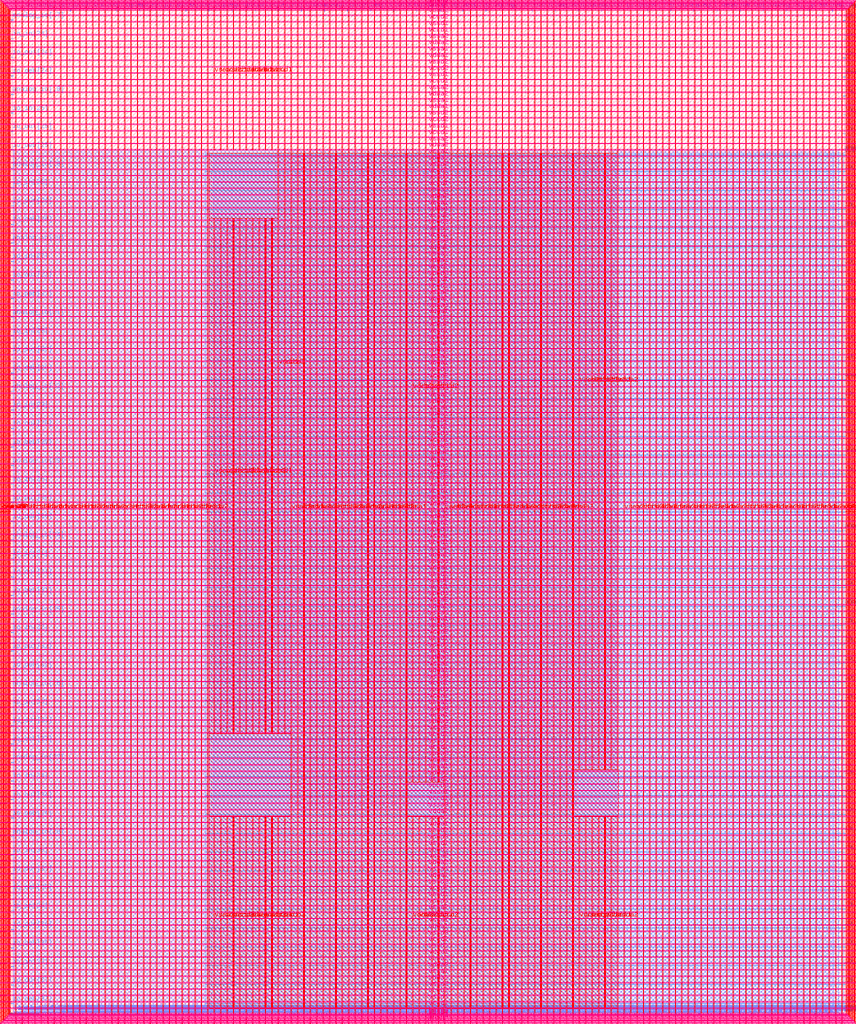
<source format=lef>
VERSION 5.7 ;
  NOWIREEXTENSIONATPIN ON ;
  DIVIDERCHAR "/" ;
  BUSBITCHARS "[]" ;
MACRO user_project_wrapper
  CLASS BLOCK ;
  FOREIGN user_project_wrapper ;
  ORIGIN 0.000 0.000 ;
  SIZE 2920.000 BY 3520.000 ;
  PIN analog_io[0]
    DIRECTION INOUT ;
    USE SIGNAL ;
    PORT
      LAYER met3 ;
        RECT 2917.600 1426.380 2924.800 1427.580 ;
    END
  END analog_io[0]
  PIN analog_io[10]
    DIRECTION INOUT ;
    USE SIGNAL ;
    PORT
      LAYER met2 ;
        RECT 2230.490 3517.600 2231.050 3524.800 ;
    END
  END analog_io[10]
  PIN analog_io[11]
    DIRECTION INOUT ;
    USE SIGNAL ;
    PORT
      LAYER met2 ;
        RECT 1905.730 3517.600 1906.290 3524.800 ;
    END
  END analog_io[11]
  PIN analog_io[12]
    DIRECTION INOUT ;
    USE SIGNAL ;
    PORT
      LAYER met2 ;
        RECT 1581.430 3517.600 1581.990 3524.800 ;
    END
  END analog_io[12]
  PIN analog_io[13]
    DIRECTION INOUT ;
    USE SIGNAL ;
    PORT
      LAYER met2 ;
        RECT 1257.130 3517.600 1257.690 3524.800 ;
    END
  END analog_io[13]
  PIN analog_io[14]
    DIRECTION INOUT ;
    USE SIGNAL ;
    PORT
      LAYER met2 ;
        RECT 932.370 3517.600 932.930 3524.800 ;
    END
  END analog_io[14]
  PIN analog_io[15]
    DIRECTION INOUT ;
    USE SIGNAL ;
    PORT
      LAYER met2 ;
        RECT 608.070 3517.600 608.630 3524.800 ;
    END
  END analog_io[15]
  PIN analog_io[16]
    DIRECTION INOUT ;
    USE SIGNAL ;
    PORT
      LAYER met2 ;
        RECT 283.770 3517.600 284.330 3524.800 ;
    END
  END analog_io[16]
  PIN analog_io[17]
    DIRECTION INOUT ;
    USE SIGNAL ;
    PORT
      LAYER met3 ;
        RECT -4.800 3486.100 2.400 3487.300 ;
    END
  END analog_io[17]
  PIN analog_io[18]
    DIRECTION INOUT ;
    USE SIGNAL ;
    PORT
      LAYER met3 ;
        RECT -4.800 3224.980 2.400 3226.180 ;
    END
  END analog_io[18]
  PIN analog_io[19]
    DIRECTION INOUT ;
    USE SIGNAL ;
    PORT
      LAYER met3 ;
        RECT -4.800 2964.540 2.400 2965.740 ;
    END
  END analog_io[19]
  PIN analog_io[1]
    DIRECTION INOUT ;
    USE SIGNAL ;
    PORT
      LAYER met3 ;
        RECT 2917.600 1692.260 2924.800 1693.460 ;
    END
  END analog_io[1]
  PIN analog_io[20]
    DIRECTION INOUT ;
    USE SIGNAL ;
    PORT
      LAYER met3 ;
        RECT -4.800 2703.420 2.400 2704.620 ;
    END
  END analog_io[20]
  PIN analog_io[21]
    DIRECTION INOUT ;
    USE SIGNAL ;
    PORT
      LAYER met3 ;
        RECT -4.800 2442.980 2.400 2444.180 ;
    END
  END analog_io[21]
  PIN analog_io[22]
    DIRECTION INOUT ;
    USE SIGNAL ;
    PORT
      LAYER met3 ;
        RECT -4.800 2182.540 2.400 2183.740 ;
    END
  END analog_io[22]
  PIN analog_io[23]
    DIRECTION INOUT ;
    USE SIGNAL ;
    PORT
      LAYER met3 ;
        RECT -4.800 1921.420 2.400 1922.620 ;
    END
  END analog_io[23]
  PIN analog_io[24]
    DIRECTION INOUT ;
    USE SIGNAL ;
    PORT
      LAYER met3 ;
        RECT -4.800 1660.980 2.400 1662.180 ;
    END
  END analog_io[24]
  PIN analog_io[25]
    DIRECTION INOUT ;
    USE SIGNAL ;
    PORT
      LAYER met3 ;
        RECT -4.800 1399.860 2.400 1401.060 ;
    END
  END analog_io[25]
  PIN analog_io[26]
    DIRECTION INOUT ;
    USE SIGNAL ;
    PORT
      LAYER met3 ;
        RECT -4.800 1139.420 2.400 1140.620 ;
    END
  END analog_io[26]
  PIN analog_io[27]
    DIRECTION INOUT ;
    USE SIGNAL ;
    PORT
      LAYER met3 ;
        RECT -4.800 878.980 2.400 880.180 ;
    END
  END analog_io[27]
  PIN analog_io[28]
    DIRECTION INOUT ;
    USE SIGNAL ;
    PORT
      LAYER met3 ;
        RECT -4.800 617.860 2.400 619.060 ;
    END
  END analog_io[28]
  PIN analog_io[2]
    DIRECTION INOUT ;
    USE SIGNAL ;
    PORT
      LAYER met3 ;
        RECT 2917.600 1958.140 2924.800 1959.340 ;
    END
  END analog_io[2]
  PIN analog_io[3]
    DIRECTION INOUT ;
    USE SIGNAL ;
    PORT
      LAYER met3 ;
        RECT 2917.600 2223.340 2924.800 2224.540 ;
    END
  END analog_io[3]
  PIN analog_io[4]
    DIRECTION INOUT ;
    USE SIGNAL ;
    PORT
      LAYER met3 ;
        RECT 2917.600 2489.220 2924.800 2490.420 ;
    END
  END analog_io[4]
  PIN analog_io[5]
    DIRECTION INOUT ;
    USE SIGNAL ;
    PORT
      LAYER met3 ;
        RECT 2917.600 2755.100 2924.800 2756.300 ;
    END
  END analog_io[5]
  PIN analog_io[6]
    DIRECTION INOUT ;
    USE SIGNAL ;
    PORT
      LAYER met3 ;
        RECT 2917.600 3020.300 2924.800 3021.500 ;
    END
  END analog_io[6]
  PIN analog_io[7]
    DIRECTION INOUT ;
    USE SIGNAL ;
    PORT
      LAYER met3 ;
        RECT 2917.600 3286.180 2924.800 3287.380 ;
    END
  END analog_io[7]
  PIN analog_io[8]
    DIRECTION INOUT ;
    USE SIGNAL ;
    PORT
      LAYER met2 ;
        RECT 2879.090 3517.600 2879.650 3524.800 ;
    END
  END analog_io[8]
  PIN analog_io[9]
    DIRECTION INOUT ;
    USE SIGNAL ;
    PORT
      LAYER met2 ;
        RECT 2554.790 3517.600 2555.350 3524.800 ;
    END
  END analog_io[9]
  PIN clk_50
    DIRECTION INPUT ;
    USE SIGNAL ;
    PORT
      LAYER met3 ;
        RECT 2917.600 3012.140 2924.800 3013.340 ;
    END
  END clk_50
  PIN io_in[0]
    DIRECTION INPUT ;
    USE SIGNAL ;
    PORT
      LAYER met3 ;
        RECT 2917.600 32.380 2924.800 33.580 ;
    END
  END io_in[0]
  PIN io_in[10]
    DIRECTION INPUT ;
    USE SIGNAL ;
    PORT
      LAYER met3 ;
        RECT 2917.600 2289.980 2924.800 2291.180 ;
    END
  END io_in[10]
  PIN io_in[11]
    DIRECTION INPUT ;
    USE SIGNAL ;
    PORT
      LAYER met3 ;
        RECT 2917.600 2555.860 2924.800 2557.060 ;
    END
  END io_in[11]
  PIN io_in[12]
    DIRECTION INPUT ;
    USE SIGNAL ;
    PORT
      LAYER met3 ;
        RECT 2917.600 2821.060 2924.800 2822.260 ;
    END
  END io_in[12]
  PIN io_in[13]
    DIRECTION INPUT ;
    USE SIGNAL ;
    PORT
      LAYER met3 ;
        RECT 2917.600 3086.940 2924.800 3088.140 ;
    END
  END io_in[13]
  PIN io_in[14]
    DIRECTION INPUT ;
    USE SIGNAL ;
    PORT
      LAYER met3 ;
        RECT 2917.600 3352.820 2924.800 3354.020 ;
    END
  END io_in[14]
  PIN io_in[15]
    DIRECTION INPUT ;
    USE SIGNAL ;
    PORT
      LAYER met2 ;
        RECT 2798.130 3517.600 2798.690 3524.800 ;
    END
  END io_in[15]
  PIN io_in[16]
    DIRECTION INPUT ;
    USE SIGNAL ;
    PORT
      LAYER met2 ;
        RECT 2473.830 3517.600 2474.390 3524.800 ;
    END
  END io_in[16]
  PIN io_in[17]
    DIRECTION INPUT ;
    USE SIGNAL ;
    PORT
      LAYER met2 ;
        RECT 2149.070 3517.600 2149.630 3524.800 ;
    END
  END io_in[17]
  PIN io_in[18]
    DIRECTION INPUT ;
    USE SIGNAL ;
    PORT
      LAYER met2 ;
        RECT 1824.770 3517.600 1825.330 3524.800 ;
    END
  END io_in[18]
  PIN io_in[19]
    DIRECTION INPUT ;
    USE SIGNAL ;
    PORT
      LAYER met2 ;
        RECT 1500.470 3517.600 1501.030 3524.800 ;
    END
  END io_in[19]
  PIN io_in[1]
    DIRECTION INPUT ;
    USE SIGNAL ;
    PORT
      LAYER met3 ;
        RECT 2917.600 230.940 2924.800 232.140 ;
    END
  END io_in[1]
  PIN io_in[20]
    DIRECTION INPUT ;
    USE SIGNAL ;
    PORT
      LAYER met2 ;
        RECT 1175.710 3517.600 1176.270 3524.800 ;
    END
  END io_in[20]
  PIN io_in[21]
    DIRECTION INPUT ;
    USE SIGNAL ;
    PORT
      LAYER met2 ;
        RECT 851.410 3517.600 851.970 3524.800 ;
    END
  END io_in[21]
  PIN io_in[22]
    DIRECTION INPUT ;
    USE SIGNAL ;
    PORT
      LAYER met2 ;
        RECT 527.110 3517.600 527.670 3524.800 ;
    END
  END io_in[22]
  PIN io_in[23]
    DIRECTION INPUT ;
    USE SIGNAL ;
    PORT
      LAYER met2 ;
        RECT 202.350 3517.600 202.910 3524.800 ;
    END
  END io_in[23]
  PIN io_in[24]
    DIRECTION INPUT ;
    USE SIGNAL ;
    PORT
      LAYER met3 ;
        RECT -4.800 3420.820 2.400 3422.020 ;
    END
  END io_in[24]
  PIN io_in[25]
    DIRECTION INPUT ;
    USE SIGNAL ;
    PORT
      LAYER met3 ;
        RECT -4.800 3159.700 2.400 3160.900 ;
    END
  END io_in[25]
  PIN io_in[26]
    DIRECTION INPUT ;
    USE SIGNAL ;
    PORT
      LAYER met3 ;
        RECT -4.800 2899.260 2.400 2900.460 ;
    END
  END io_in[26]
  PIN io_in[27]
    DIRECTION INPUT ;
    USE SIGNAL ;
    PORT
      LAYER met3 ;
        RECT -4.800 2638.820 2.400 2640.020 ;
    END
  END io_in[27]
  PIN io_in[28]
    DIRECTION INPUT ;
    USE SIGNAL ;
    PORT
      LAYER met3 ;
        RECT -4.800 2377.700 2.400 2378.900 ;
    END
  END io_in[28]
  PIN io_in[29]
    DIRECTION INPUT ;
    USE SIGNAL ;
    PORT
      LAYER met3 ;
        RECT -4.800 2117.260 2.400 2118.460 ;
    END
  END io_in[29]
  PIN io_in[2]
    DIRECTION INPUT ;
    USE SIGNAL ;
    PORT
      LAYER met3 ;
        RECT 2917.600 430.180 2924.800 431.380 ;
    END
  END io_in[2]
  PIN io_in[30]
    DIRECTION INPUT ;
    USE SIGNAL ;
    PORT
      LAYER met3 ;
        RECT -4.800 1856.140 2.400 1857.340 ;
    END
  END io_in[30]
  PIN io_in[31]
    DIRECTION INPUT ;
    USE SIGNAL ;
    PORT
      LAYER met3 ;
        RECT -4.800 1595.700 2.400 1596.900 ;
    END
  END io_in[31]
  PIN io_in[32]
    DIRECTION INPUT ;
    USE SIGNAL ;
    PORT
      LAYER met3 ;
        RECT -4.800 1335.260 2.400 1336.460 ;
    END
  END io_in[32]
  PIN io_in[33]
    DIRECTION INPUT ;
    USE SIGNAL ;
    PORT
      LAYER met3 ;
        RECT -4.800 1074.140 2.400 1075.340 ;
    END
  END io_in[33]
  PIN io_in[34]
    DIRECTION INPUT ;
    USE SIGNAL ;
    PORT
      LAYER met3 ;
        RECT -4.800 813.700 2.400 814.900 ;
    END
  END io_in[34]
  PIN io_in[35]
    DIRECTION INPUT ;
    USE SIGNAL ;
    PORT
      LAYER met3 ;
        RECT -4.800 552.580 2.400 553.780 ;
    END
  END io_in[35]
  PIN io_in[36]
    DIRECTION INPUT ;
    USE SIGNAL ;
    PORT
      LAYER met3 ;
        RECT -4.800 357.420 2.400 358.620 ;
    END
  END io_in[36]
  PIN io_in[37]
    DIRECTION INPUT ;
    USE SIGNAL ;
    PORT
      LAYER met3 ;
        RECT -4.800 161.580 2.400 162.780 ;
    END
  END io_in[37]
  PIN io_in[3]
    DIRECTION INPUT ;
    USE SIGNAL ;
    PORT
      LAYER met3 ;
        RECT 2917.600 629.420 2924.800 630.620 ;
    END
  END io_in[3]
  PIN io_in[4]
    DIRECTION INPUT ;
    USE SIGNAL ;
    PORT
      LAYER met3 ;
        RECT 2917.600 828.660 2924.800 829.860 ;
    END
  END io_in[4]
  PIN io_in[5]
    DIRECTION INPUT ;
    USE SIGNAL ;
    PORT
      LAYER met3 ;
        RECT 2917.600 1027.900 2924.800 1029.100 ;
    END
  END io_in[5]
  PIN io_in[6]
    DIRECTION INPUT ;
    USE SIGNAL ;
    PORT
      LAYER met3 ;
        RECT 2917.600 1227.140 2924.800 1228.340 ;
    END
  END io_in[6]
  PIN io_in[7]
    DIRECTION INPUT ;
    USE SIGNAL ;
    PORT
      LAYER met3 ;
        RECT 2917.600 1493.020 2924.800 1494.220 ;
    END
  END io_in[7]
  PIN io_in[8]
    DIRECTION INPUT ;
    USE SIGNAL ;
    PORT
      LAYER met3 ;
        RECT 2917.600 1758.900 2924.800 1760.100 ;
    END
  END io_in[8]
  PIN io_in[9]
    DIRECTION INPUT ;
    USE SIGNAL ;
    PORT
      LAYER met3 ;
        RECT 2917.600 2024.100 2924.800 2025.300 ;
    END
  END io_in[9]
  PIN io_oeb[0]
    DIRECTION OUTPUT TRISTATE ;
    USE SIGNAL ;
    PORT
      LAYER met3 ;
        RECT 2917.600 164.980 2924.800 166.180 ;
    END
  END io_oeb[0]
  PIN io_oeb[10]
    DIRECTION OUTPUT TRISTATE ;
    USE SIGNAL ;
    PORT
      LAYER met3 ;
        RECT 2917.600 2422.580 2924.800 2423.780 ;
    END
  END io_oeb[10]
  PIN io_oeb[11]
    DIRECTION OUTPUT TRISTATE ;
    USE SIGNAL ;
    PORT
      LAYER met3 ;
        RECT 2917.600 2688.460 2924.800 2689.660 ;
    END
  END io_oeb[11]
  PIN io_oeb[12]
    DIRECTION OUTPUT TRISTATE ;
    USE SIGNAL ;
    PORT
      LAYER met3 ;
        RECT 2917.600 2954.340 2924.800 2955.540 ;
    END
  END io_oeb[12]
  PIN io_oeb[13]
    DIRECTION OUTPUT TRISTATE ;
    USE SIGNAL ;
    PORT
      LAYER met3 ;
        RECT 2917.600 3219.540 2924.800 3220.740 ;
    END
  END io_oeb[13]
  PIN io_oeb[14]
    DIRECTION OUTPUT TRISTATE ;
    USE SIGNAL ;
    PORT
      LAYER met3 ;
        RECT 2917.600 3485.420 2924.800 3486.620 ;
    END
  END io_oeb[14]
  PIN io_oeb[15]
    DIRECTION OUTPUT TRISTATE ;
    USE SIGNAL ;
    PORT
      LAYER met2 ;
        RECT 2635.750 3517.600 2636.310 3524.800 ;
    END
  END io_oeb[15]
  PIN io_oeb[16]
    DIRECTION OUTPUT TRISTATE ;
    USE SIGNAL ;
    PORT
      LAYER met2 ;
        RECT 2311.450 3517.600 2312.010 3524.800 ;
    END
  END io_oeb[16]
  PIN io_oeb[17]
    DIRECTION OUTPUT TRISTATE ;
    USE SIGNAL ;
    PORT
      LAYER met2 ;
        RECT 1987.150 3517.600 1987.710 3524.800 ;
    END
  END io_oeb[17]
  PIN io_oeb[18]
    DIRECTION OUTPUT TRISTATE ;
    USE SIGNAL ;
    PORT
      LAYER met2 ;
        RECT 1662.390 3517.600 1662.950 3524.800 ;
    END
  END io_oeb[18]
  PIN io_oeb[19]
    DIRECTION OUTPUT TRISTATE ;
    USE SIGNAL ;
    PORT
      LAYER met2 ;
        RECT 1338.090 3517.600 1338.650 3524.800 ;
    END
  END io_oeb[19]
  PIN io_oeb[1]
    DIRECTION OUTPUT TRISTATE ;
    USE SIGNAL ;
    PORT
      LAYER met3 ;
        RECT 2917.600 364.220 2924.800 365.420 ;
    END
  END io_oeb[1]
  PIN io_oeb[20]
    DIRECTION OUTPUT TRISTATE ;
    USE SIGNAL ;
    PORT
      LAYER met2 ;
        RECT 1013.790 3517.600 1014.350 3524.800 ;
    END
  END io_oeb[20]
  PIN io_oeb[21]
    DIRECTION OUTPUT TRISTATE ;
    USE SIGNAL ;
    PORT
      LAYER met2 ;
        RECT 689.030 3517.600 689.590 3524.800 ;
    END
  END io_oeb[21]
  PIN io_oeb[22]
    DIRECTION OUTPUT TRISTATE ;
    USE SIGNAL ;
    PORT
      LAYER met2 ;
        RECT 364.730 3517.600 365.290 3524.800 ;
    END
  END io_oeb[22]
  PIN io_oeb[23]
    DIRECTION OUTPUT TRISTATE ;
    USE SIGNAL ;
    PORT
      LAYER met2 ;
        RECT 40.430 3517.600 40.990 3524.800 ;
    END
  END io_oeb[23]
  PIN io_oeb[24]
    DIRECTION OUTPUT TRISTATE ;
    USE SIGNAL ;
    PORT
      LAYER met3 ;
        RECT -4.800 3290.260 2.400 3291.460 ;
    END
  END io_oeb[24]
  PIN io_oeb[25]
    DIRECTION OUTPUT TRISTATE ;
    USE SIGNAL ;
    PORT
      LAYER met3 ;
        RECT -4.800 3029.820 2.400 3031.020 ;
    END
  END io_oeb[25]
  PIN io_oeb[26]
    DIRECTION OUTPUT TRISTATE ;
    USE SIGNAL ;
    PORT
      LAYER met3 ;
        RECT -4.800 2768.700 2.400 2769.900 ;
    END
  END io_oeb[26]
  PIN io_oeb[27]
    DIRECTION OUTPUT TRISTATE ;
    USE SIGNAL ;
    PORT
      LAYER met3 ;
        RECT -4.800 2508.260 2.400 2509.460 ;
    END
  END io_oeb[27]
  PIN io_oeb[28]
    DIRECTION OUTPUT TRISTATE ;
    USE SIGNAL ;
    PORT
      LAYER met3 ;
        RECT -4.800 2247.140 2.400 2248.340 ;
    END
  END io_oeb[28]
  PIN io_oeb[29]
    DIRECTION OUTPUT TRISTATE ;
    USE SIGNAL ;
    PORT
      LAYER met3 ;
        RECT -4.800 1986.700 2.400 1987.900 ;
    END
  END io_oeb[29]
  PIN io_oeb[2]
    DIRECTION OUTPUT TRISTATE ;
    USE SIGNAL ;
    PORT
      LAYER met3 ;
        RECT 2917.600 563.460 2924.800 564.660 ;
    END
  END io_oeb[2]
  PIN io_oeb[30]
    DIRECTION OUTPUT TRISTATE ;
    USE SIGNAL ;
    PORT
      LAYER met3 ;
        RECT -4.800 1726.260 2.400 1727.460 ;
    END
  END io_oeb[30]
  PIN io_oeb[31]
    DIRECTION OUTPUT TRISTATE ;
    USE SIGNAL ;
    PORT
      LAYER met3 ;
        RECT -4.800 1465.140 2.400 1466.340 ;
    END
  END io_oeb[31]
  PIN io_oeb[32]
    DIRECTION OUTPUT TRISTATE ;
    USE SIGNAL ;
    PORT
      LAYER met3 ;
        RECT -4.800 1204.700 2.400 1205.900 ;
    END
  END io_oeb[32]
  PIN io_oeb[33]
    DIRECTION OUTPUT TRISTATE ;
    USE SIGNAL ;
    PORT
      LAYER met3 ;
        RECT -4.800 943.580 2.400 944.780 ;
    END
  END io_oeb[33]
  PIN io_oeb[34]
    DIRECTION OUTPUT TRISTATE ;
    USE SIGNAL ;
    PORT
      LAYER met3 ;
        RECT -4.800 683.140 2.400 684.340 ;
    END
  END io_oeb[34]
  PIN io_oeb[35]
    DIRECTION OUTPUT TRISTATE ;
    USE SIGNAL ;
    PORT
      LAYER met3 ;
        RECT -4.800 422.700 2.400 423.900 ;
    END
  END io_oeb[35]
  PIN io_oeb[36]
    DIRECTION OUTPUT TRISTATE ;
    USE SIGNAL ;
    PORT
      LAYER met3 ;
        RECT -4.800 226.860 2.400 228.060 ;
    END
  END io_oeb[36]
  PIN io_oeb[37]
    DIRECTION OUTPUT TRISTATE ;
    USE SIGNAL ;
    PORT
      LAYER met3 ;
        RECT -4.800 31.700 2.400 32.900 ;
    END
  END io_oeb[37]
  PIN io_oeb[3]
    DIRECTION OUTPUT TRISTATE ;
    USE SIGNAL ;
    PORT
      LAYER met3 ;
        RECT 2917.600 762.700 2924.800 763.900 ;
    END
  END io_oeb[3]
  PIN io_oeb[4]
    DIRECTION OUTPUT TRISTATE ;
    USE SIGNAL ;
    PORT
      LAYER met3 ;
        RECT 2917.600 961.940 2924.800 963.140 ;
    END
  END io_oeb[4]
  PIN io_oeb[5]
    DIRECTION OUTPUT TRISTATE ;
    USE SIGNAL ;
    PORT
      LAYER met3 ;
        RECT 2917.600 1161.180 2924.800 1162.380 ;
    END
  END io_oeb[5]
  PIN io_oeb[6]
    DIRECTION OUTPUT TRISTATE ;
    USE SIGNAL ;
    PORT
      LAYER met3 ;
        RECT 2917.600 1360.420 2924.800 1361.620 ;
    END
  END io_oeb[6]
  PIN io_oeb[7]
    DIRECTION OUTPUT TRISTATE ;
    USE SIGNAL ;
    PORT
      LAYER met3 ;
        RECT 2917.600 1625.620 2924.800 1626.820 ;
    END
  END io_oeb[7]
  PIN io_oeb[8]
    DIRECTION OUTPUT TRISTATE ;
    USE SIGNAL ;
    PORT
      LAYER met3 ;
        RECT 2917.600 1891.500 2924.800 1892.700 ;
    END
  END io_oeb[8]
  PIN io_oeb[9]
    DIRECTION OUTPUT TRISTATE ;
    USE SIGNAL ;
    PORT
      LAYER met3 ;
        RECT 2917.600 2157.380 2924.800 2158.580 ;
    END
  END io_oeb[9]
  PIN io_out[0]
    DIRECTION OUTPUT TRISTATE ;
    USE SIGNAL ;
    PORT
      LAYER met3 ;
        RECT 2917.600 98.340 2924.800 99.540 ;
    END
  END io_out[0]
  PIN io_out[10]
    DIRECTION OUTPUT TRISTATE ;
    USE SIGNAL ;
    PORT
      LAYER met3 ;
        RECT 2917.600 2356.620 2924.800 2357.820 ;
    END
  END io_out[10]
  PIN io_out[11]
    DIRECTION OUTPUT TRISTATE ;
    USE SIGNAL ;
    PORT
      LAYER met3 ;
        RECT 2917.600 2621.820 2924.800 2623.020 ;
    END
  END io_out[11]
  PIN io_out[12]
    DIRECTION OUTPUT TRISTATE ;
    USE SIGNAL ;
    PORT
      LAYER met3 ;
        RECT 2917.600 2887.700 2924.800 2888.900 ;
    END
  END io_out[12]
  PIN io_out[13]
    DIRECTION OUTPUT TRISTATE ;
    USE SIGNAL ;
    PORT
      LAYER met3 ;
        RECT 2917.600 3153.580 2924.800 3154.780 ;
    END
  END io_out[13]
  PIN io_out[14]
    DIRECTION OUTPUT TRISTATE ;
    USE SIGNAL ;
    PORT
      LAYER met3 ;
        RECT 2917.600 3418.780 2924.800 3419.980 ;
    END
  END io_out[14]
  PIN io_out[15]
    DIRECTION OUTPUT TRISTATE ;
    USE SIGNAL ;
    PORT
      LAYER met2 ;
        RECT 2717.170 3517.600 2717.730 3524.800 ;
    END
  END io_out[15]
  PIN io_out[16]
    DIRECTION OUTPUT TRISTATE ;
    USE SIGNAL ;
    PORT
      LAYER met2 ;
        RECT 2392.410 3517.600 2392.970 3524.800 ;
    END
  END io_out[16]
  PIN io_out[17]
    DIRECTION OUTPUT TRISTATE ;
    USE SIGNAL ;
    PORT
      LAYER met2 ;
        RECT 2068.110 3517.600 2068.670 3524.800 ;
    END
  END io_out[17]
  PIN io_out[18]
    DIRECTION OUTPUT TRISTATE ;
    USE SIGNAL ;
    PORT
      LAYER met2 ;
        RECT 1743.810 3517.600 1744.370 3524.800 ;
    END
  END io_out[18]
  PIN io_out[19]
    DIRECTION OUTPUT TRISTATE ;
    USE SIGNAL ;
    PORT
      LAYER met2 ;
        RECT 1419.050 3517.600 1419.610 3524.800 ;
    END
  END io_out[19]
  PIN io_out[1]
    DIRECTION OUTPUT TRISTATE ;
    USE SIGNAL ;
    PORT
      LAYER met3 ;
        RECT 2917.600 297.580 2924.800 298.780 ;
    END
  END io_out[1]
  PIN io_out[20]
    DIRECTION OUTPUT TRISTATE ;
    USE SIGNAL ;
    PORT
      LAYER met2 ;
        RECT 1094.750 3517.600 1095.310 3524.800 ;
    END
  END io_out[20]
  PIN io_out[21]
    DIRECTION OUTPUT TRISTATE ;
    USE SIGNAL ;
    PORT
      LAYER met2 ;
        RECT 770.450 3517.600 771.010 3524.800 ;
    END
  END io_out[21]
  PIN io_out[22]
    DIRECTION OUTPUT TRISTATE ;
    USE SIGNAL ;
    PORT
      LAYER met2 ;
        RECT 445.690 3517.600 446.250 3524.800 ;
    END
  END io_out[22]
  PIN io_out[23]
    DIRECTION OUTPUT TRISTATE ;
    USE SIGNAL ;
    PORT
      LAYER met2 ;
        RECT 121.390 3517.600 121.950 3524.800 ;
    END
  END io_out[23]
  PIN io_out[24]
    DIRECTION OUTPUT TRISTATE ;
    USE SIGNAL ;
    PORT
      LAYER met3 ;
        RECT -4.800 3355.540 2.400 3356.740 ;
    END
  END io_out[24]
  PIN io_out[25]
    DIRECTION OUTPUT TRISTATE ;
    USE SIGNAL ;
    PORT
      LAYER met3 ;
        RECT -4.800 3095.100 2.400 3096.300 ;
    END
  END io_out[25]
  PIN io_out[26]
    DIRECTION OUTPUT TRISTATE ;
    USE SIGNAL ;
    PORT
      LAYER met3 ;
        RECT -4.800 2833.980 2.400 2835.180 ;
    END
  END io_out[26]
  PIN io_out[27]
    DIRECTION OUTPUT TRISTATE ;
    USE SIGNAL ;
    PORT
      LAYER met3 ;
        RECT -4.800 2573.540 2.400 2574.740 ;
    END
  END io_out[27]
  PIN io_out[28]
    DIRECTION OUTPUT TRISTATE ;
    USE SIGNAL ;
    PORT
      LAYER met3 ;
        RECT -4.800 2312.420 2.400 2313.620 ;
    END
  END io_out[28]
  PIN io_out[29]
    DIRECTION OUTPUT TRISTATE ;
    USE SIGNAL ;
    PORT
      LAYER met3 ;
        RECT -4.800 2051.980 2.400 2053.180 ;
    END
  END io_out[29]
  PIN io_out[2]
    DIRECTION OUTPUT TRISTATE ;
    USE SIGNAL ;
    PORT
      LAYER met3 ;
        RECT 2917.600 496.820 2924.800 498.020 ;
    END
  END io_out[2]
  PIN io_out[30]
    DIRECTION OUTPUT TRISTATE ;
    USE SIGNAL ;
    PORT
      LAYER met3 ;
        RECT -4.800 1791.540 2.400 1792.740 ;
    END
  END io_out[30]
  PIN io_out[31]
    DIRECTION OUTPUT TRISTATE ;
    USE SIGNAL ;
    PORT
      LAYER met3 ;
        RECT -4.800 1530.420 2.400 1531.620 ;
    END
  END io_out[31]
  PIN io_out[32]
    DIRECTION OUTPUT TRISTATE ;
    USE SIGNAL ;
    PORT
      LAYER met3 ;
        RECT -4.800 1269.980 2.400 1271.180 ;
    END
  END io_out[32]
  PIN io_out[33]
    DIRECTION OUTPUT TRISTATE ;
    USE SIGNAL ;
    PORT
      LAYER met3 ;
        RECT -4.800 1008.860 2.400 1010.060 ;
    END
  END io_out[33]
  PIN io_out[34]
    DIRECTION OUTPUT TRISTATE ;
    USE SIGNAL ;
    PORT
      LAYER met3 ;
        RECT -4.800 748.420 2.400 749.620 ;
    END
  END io_out[34]
  PIN io_out[35]
    DIRECTION OUTPUT TRISTATE ;
    USE SIGNAL ;
    PORT
      LAYER met3 ;
        RECT -4.800 487.300 2.400 488.500 ;
    END
  END io_out[35]
  PIN io_out[36]
    DIRECTION OUTPUT TRISTATE ;
    USE SIGNAL ;
    PORT
      LAYER met3 ;
        RECT -4.800 292.140 2.400 293.340 ;
    END
  END io_out[36]
  PIN io_out[37]
    DIRECTION OUTPUT TRISTATE ;
    USE SIGNAL ;
    PORT
      LAYER met3 ;
        RECT -4.800 96.300 2.400 97.500 ;
    END
  END io_out[37]
  PIN io_out[3]
    DIRECTION OUTPUT TRISTATE ;
    USE SIGNAL ;
    PORT
      LAYER met3 ;
        RECT 2917.600 696.060 2924.800 697.260 ;
    END
  END io_out[3]
  PIN io_out[4]
    DIRECTION OUTPUT TRISTATE ;
    USE SIGNAL ;
    PORT
      LAYER met3 ;
        RECT 2917.600 895.300 2924.800 896.500 ;
    END
  END io_out[4]
  PIN io_out[5]
    DIRECTION OUTPUT TRISTATE ;
    USE SIGNAL ;
    PORT
      LAYER met3 ;
        RECT 2917.600 1094.540 2924.800 1095.740 ;
    END
  END io_out[5]
  PIN io_out[6]
    DIRECTION OUTPUT TRISTATE ;
    USE SIGNAL ;
    PORT
      LAYER met3 ;
        RECT 2917.600 1293.780 2924.800 1294.980 ;
    END
  END io_out[6]
  PIN io_out[7]
    DIRECTION OUTPUT TRISTATE ;
    USE SIGNAL ;
    PORT
      LAYER met3 ;
        RECT 2917.600 1559.660 2924.800 1560.860 ;
    END
  END io_out[7]
  PIN io_out[8]
    DIRECTION OUTPUT TRISTATE ;
    USE SIGNAL ;
    PORT
      LAYER met3 ;
        RECT 2917.600 1824.860 2924.800 1826.060 ;
    END
  END io_out[8]
  PIN io_out[9]
    DIRECTION OUTPUT TRISTATE ;
    USE SIGNAL ;
    PORT
      LAYER met3 ;
        RECT 2917.600 2090.740 2924.800 2091.940 ;
    END
  END io_out[9]
  PIN la_data_in[0]
    DIRECTION INPUT ;
    USE SIGNAL ;
    PORT
      LAYER met2 ;
        RECT 629.230 -4.800 629.790 2.400 ;
    END
  END la_data_in[0]
  PIN la_data_in[100]
    DIRECTION INPUT ;
    USE SIGNAL ;
    PORT
      LAYER met2 ;
        RECT 2402.530 -4.800 2403.090 2.400 ;
    END
  END la_data_in[100]
  PIN la_data_in[101]
    DIRECTION INPUT ;
    USE SIGNAL ;
    PORT
      LAYER met2 ;
        RECT 2420.010 -4.800 2420.570 2.400 ;
    END
  END la_data_in[101]
  PIN la_data_in[102]
    DIRECTION INPUT ;
    USE SIGNAL ;
    PORT
      LAYER met2 ;
        RECT 2437.950 -4.800 2438.510 2.400 ;
    END
  END la_data_in[102]
  PIN la_data_in[103]
    DIRECTION INPUT ;
    USE SIGNAL ;
    PORT
      LAYER met2 ;
        RECT 2455.430 -4.800 2455.990 2.400 ;
    END
  END la_data_in[103]
  PIN la_data_in[104]
    DIRECTION INPUT ;
    USE SIGNAL ;
    PORT
      LAYER met2 ;
        RECT 2473.370 -4.800 2473.930 2.400 ;
    END
  END la_data_in[104]
  PIN la_data_in[105]
    DIRECTION INPUT ;
    USE SIGNAL ;
    PORT
      LAYER met2 ;
        RECT 2490.850 -4.800 2491.410 2.400 ;
    END
  END la_data_in[105]
  PIN la_data_in[106]
    DIRECTION INPUT ;
    USE SIGNAL ;
    PORT
      LAYER met2 ;
        RECT 2508.790 -4.800 2509.350 2.400 ;
    END
  END la_data_in[106]
  PIN la_data_in[107]
    DIRECTION INPUT ;
    USE SIGNAL ;
    PORT
      LAYER met2 ;
        RECT 2526.730 -4.800 2527.290 2.400 ;
    END
  END la_data_in[107]
  PIN la_data_in[108]
    DIRECTION INPUT ;
    USE SIGNAL ;
    PORT
      LAYER met2 ;
        RECT 2544.210 -4.800 2544.770 2.400 ;
    END
  END la_data_in[108]
  PIN la_data_in[109]
    DIRECTION INPUT ;
    USE SIGNAL ;
    PORT
      LAYER met2 ;
        RECT 2562.150 -4.800 2562.710 2.400 ;
    END
  END la_data_in[109]
  PIN la_data_in[10]
    DIRECTION INPUT ;
    USE SIGNAL ;
    PORT
      LAYER met2 ;
        RECT 806.330 -4.800 806.890 2.400 ;
    END
  END la_data_in[10]
  PIN la_data_in[110]
    DIRECTION INPUT ;
    USE SIGNAL ;
    PORT
      LAYER met2 ;
        RECT 2579.630 -4.800 2580.190 2.400 ;
    END
  END la_data_in[110]
  PIN la_data_in[111]
    DIRECTION INPUT ;
    USE SIGNAL ;
    PORT
      LAYER met2 ;
        RECT 2597.570 -4.800 2598.130 2.400 ;
    END
  END la_data_in[111]
  PIN la_data_in[112]
    DIRECTION INPUT ;
    USE SIGNAL ;
    PORT
      LAYER met2 ;
        RECT 2615.050 -4.800 2615.610 2.400 ;
    END
  END la_data_in[112]
  PIN la_data_in[113]
    DIRECTION INPUT ;
    USE SIGNAL ;
    PORT
      LAYER met2 ;
        RECT 2632.990 -4.800 2633.550 2.400 ;
    END
  END la_data_in[113]
  PIN la_data_in[114]
    DIRECTION INPUT ;
    USE SIGNAL ;
    PORT
      LAYER met2 ;
        RECT 2650.470 -4.800 2651.030 2.400 ;
    END
  END la_data_in[114]
  PIN la_data_in[115]
    DIRECTION INPUT ;
    USE SIGNAL ;
    PORT
      LAYER met2 ;
        RECT 2668.410 -4.800 2668.970 2.400 ;
    END
  END la_data_in[115]
  PIN la_data_in[116]
    DIRECTION INPUT ;
    USE SIGNAL ;
    PORT
      LAYER met2 ;
        RECT 2685.890 -4.800 2686.450 2.400 ;
    END
  END la_data_in[116]
  PIN la_data_in[117]
    DIRECTION INPUT ;
    USE SIGNAL ;
    PORT
      LAYER met2 ;
        RECT 2703.830 -4.800 2704.390 2.400 ;
    END
  END la_data_in[117]
  PIN la_data_in[118]
    DIRECTION INPUT ;
    USE SIGNAL ;
    PORT
      LAYER met2 ;
        RECT 2721.770 -4.800 2722.330 2.400 ;
    END
  END la_data_in[118]
  PIN la_data_in[119]
    DIRECTION INPUT ;
    USE SIGNAL ;
    PORT
      LAYER met2 ;
        RECT 2739.250 -4.800 2739.810 2.400 ;
    END
  END la_data_in[119]
  PIN la_data_in[11]
    DIRECTION INPUT ;
    USE SIGNAL ;
    PORT
      LAYER met2 ;
        RECT 824.270 -4.800 824.830 2.400 ;
    END
  END la_data_in[11]
  PIN la_data_in[120]
    DIRECTION INPUT ;
    USE SIGNAL ;
    PORT
      LAYER met2 ;
        RECT 2757.190 -4.800 2757.750 2.400 ;
    END
  END la_data_in[120]
  PIN la_data_in[121]
    DIRECTION INPUT ;
    USE SIGNAL ;
    PORT
      LAYER met2 ;
        RECT 2774.670 -4.800 2775.230 2.400 ;
    END
  END la_data_in[121]
  PIN la_data_in[122]
    DIRECTION INPUT ;
    USE SIGNAL ;
    PORT
      LAYER met2 ;
        RECT 2792.610 -4.800 2793.170 2.400 ;
    END
  END la_data_in[122]
  PIN la_data_in[123]
    DIRECTION INPUT ;
    USE SIGNAL ;
    PORT
      LAYER met2 ;
        RECT 2810.090 -4.800 2810.650 2.400 ;
    END
  END la_data_in[123]
  PIN la_data_in[124]
    DIRECTION INPUT ;
    USE SIGNAL ;
    PORT
      LAYER met2 ;
        RECT 2828.030 -4.800 2828.590 2.400 ;
    END
  END la_data_in[124]
  PIN la_data_in[125]
    DIRECTION INPUT ;
    USE SIGNAL ;
    PORT
      LAYER met2 ;
        RECT 2845.510 -4.800 2846.070 2.400 ;
    END
  END la_data_in[125]
  PIN la_data_in[126]
    DIRECTION INPUT ;
    USE SIGNAL ;
    PORT
      LAYER met2 ;
        RECT 2863.450 -4.800 2864.010 2.400 ;
    END
  END la_data_in[126]
  PIN la_data_in[127]
    DIRECTION INPUT ;
    USE SIGNAL ;
    PORT
      LAYER met2 ;
        RECT 2881.390 -4.800 2881.950 2.400 ;
    END
  END la_data_in[127]
  PIN la_data_in[12]
    DIRECTION INPUT ;
    USE SIGNAL ;
    PORT
      LAYER met2 ;
        RECT 841.750 -4.800 842.310 2.400 ;
    END
  END la_data_in[12]
  PIN la_data_in[13]
    DIRECTION INPUT ;
    USE SIGNAL ;
    PORT
      LAYER met2 ;
        RECT 859.690 -4.800 860.250 2.400 ;
    END
  END la_data_in[13]
  PIN la_data_in[14]
    DIRECTION INPUT ;
    USE SIGNAL ;
    PORT
      LAYER met2 ;
        RECT 877.170 -4.800 877.730 2.400 ;
    END
  END la_data_in[14]
  PIN la_data_in[15]
    DIRECTION INPUT ;
    USE SIGNAL ;
    PORT
      LAYER met2 ;
        RECT 895.110 -4.800 895.670 2.400 ;
    END
  END la_data_in[15]
  PIN la_data_in[16]
    DIRECTION INPUT ;
    USE SIGNAL ;
    PORT
      LAYER met2 ;
        RECT 912.590 -4.800 913.150 2.400 ;
    END
  END la_data_in[16]
  PIN la_data_in[17]
    DIRECTION INPUT ;
    USE SIGNAL ;
    PORT
      LAYER met2 ;
        RECT 930.530 -4.800 931.090 2.400 ;
    END
  END la_data_in[17]
  PIN la_data_in[18]
    DIRECTION INPUT ;
    USE SIGNAL ;
    PORT
      LAYER met2 ;
        RECT 948.470 -4.800 949.030 2.400 ;
    END
  END la_data_in[18]
  PIN la_data_in[19]
    DIRECTION INPUT ;
    USE SIGNAL ;
    PORT
      LAYER met2 ;
        RECT 965.950 -4.800 966.510 2.400 ;
    END
  END la_data_in[19]
  PIN la_data_in[1]
    DIRECTION INPUT ;
    USE SIGNAL ;
    PORT
      LAYER met2 ;
        RECT 646.710 -4.800 647.270 2.400 ;
    END
  END la_data_in[1]
  PIN la_data_in[20]
    DIRECTION INPUT ;
    USE SIGNAL ;
    PORT
      LAYER met2 ;
        RECT 983.890 -4.800 984.450 2.400 ;
    END
  END la_data_in[20]
  PIN la_data_in[21]
    DIRECTION INPUT ;
    USE SIGNAL ;
    PORT
      LAYER met2 ;
        RECT 1001.370 -4.800 1001.930 2.400 ;
    END
  END la_data_in[21]
  PIN la_data_in[22]
    DIRECTION INPUT ;
    USE SIGNAL ;
    PORT
      LAYER met2 ;
        RECT 1019.310 -4.800 1019.870 2.400 ;
    END
  END la_data_in[22]
  PIN la_data_in[23]
    DIRECTION INPUT ;
    USE SIGNAL ;
    PORT
      LAYER met2 ;
        RECT 1036.790 -4.800 1037.350 2.400 ;
    END
  END la_data_in[23]
  PIN la_data_in[24]
    DIRECTION INPUT ;
    USE SIGNAL ;
    PORT
      LAYER met2 ;
        RECT 1054.730 -4.800 1055.290 2.400 ;
    END
  END la_data_in[24]
  PIN la_data_in[25]
    DIRECTION INPUT ;
    USE SIGNAL ;
    PORT
      LAYER met2 ;
        RECT 1072.210 -4.800 1072.770 2.400 ;
    END
  END la_data_in[25]
  PIN la_data_in[26]
    DIRECTION INPUT ;
    USE SIGNAL ;
    PORT
      LAYER met2 ;
        RECT 1090.150 -4.800 1090.710 2.400 ;
    END
  END la_data_in[26]
  PIN la_data_in[27]
    DIRECTION INPUT ;
    USE SIGNAL ;
    PORT
      LAYER met2 ;
        RECT 1107.630 -4.800 1108.190 2.400 ;
    END
  END la_data_in[27]
  PIN la_data_in[28]
    DIRECTION INPUT ;
    USE SIGNAL ;
    PORT
      LAYER met2 ;
        RECT 1125.570 -4.800 1126.130 2.400 ;
    END
  END la_data_in[28]
  PIN la_data_in[29]
    DIRECTION INPUT ;
    USE SIGNAL ;
    PORT
      LAYER met2 ;
        RECT 1143.510 -4.800 1144.070 2.400 ;
    END
  END la_data_in[29]
  PIN la_data_in[2]
    DIRECTION INPUT ;
    USE SIGNAL ;
    PORT
      LAYER met2 ;
        RECT 664.650 -4.800 665.210 2.400 ;
    END
  END la_data_in[2]
  PIN la_data_in[30]
    DIRECTION INPUT ;
    USE SIGNAL ;
    PORT
      LAYER met2 ;
        RECT 1160.990 -4.800 1161.550 2.400 ;
    END
  END la_data_in[30]
  PIN la_data_in[31]
    DIRECTION INPUT ;
    USE SIGNAL ;
    PORT
      LAYER met2 ;
        RECT 1178.930 -4.800 1179.490 2.400 ;
    END
  END la_data_in[31]
  PIN la_data_in[32]
    DIRECTION INPUT ;
    USE SIGNAL ;
    PORT
      LAYER met2 ;
        RECT 1196.410 -4.800 1196.970 2.400 ;
    END
  END la_data_in[32]
  PIN la_data_in[33]
    DIRECTION INPUT ;
    USE SIGNAL ;
    PORT
      LAYER met2 ;
        RECT 1214.350 -4.800 1214.910 2.400 ;
    END
  END la_data_in[33]
  PIN la_data_in[34]
    DIRECTION INPUT ;
    USE SIGNAL ;
    PORT
      LAYER met2 ;
        RECT 1231.830 -4.800 1232.390 2.400 ;
    END
  END la_data_in[34]
  PIN la_data_in[35]
    DIRECTION INPUT ;
    USE SIGNAL ;
    PORT
      LAYER met2 ;
        RECT 1249.770 -4.800 1250.330 2.400 ;
    END
  END la_data_in[35]
  PIN la_data_in[36]
    DIRECTION INPUT ;
    USE SIGNAL ;
    PORT
      LAYER met2 ;
        RECT 1267.250 -4.800 1267.810 2.400 ;
    END
  END la_data_in[36]
  PIN la_data_in[37]
    DIRECTION INPUT ;
    USE SIGNAL ;
    PORT
      LAYER met2 ;
        RECT 1285.190 -4.800 1285.750 2.400 ;
    END
  END la_data_in[37]
  PIN la_data_in[38]
    DIRECTION INPUT ;
    USE SIGNAL ;
    PORT
      LAYER met2 ;
        RECT 1303.130 -4.800 1303.690 2.400 ;
    END
  END la_data_in[38]
  PIN la_data_in[39]
    DIRECTION INPUT ;
    USE SIGNAL ;
    PORT
      LAYER met2 ;
        RECT 1320.610 -4.800 1321.170 2.400 ;
    END
  END la_data_in[39]
  PIN la_data_in[3]
    DIRECTION INPUT ;
    USE SIGNAL ;
    PORT
      LAYER met2 ;
        RECT 682.130 -4.800 682.690 2.400 ;
    END
  END la_data_in[3]
  PIN la_data_in[40]
    DIRECTION INPUT ;
    USE SIGNAL ;
    PORT
      LAYER met2 ;
        RECT 1338.550 -4.800 1339.110 2.400 ;
    END
  END la_data_in[40]
  PIN la_data_in[41]
    DIRECTION INPUT ;
    USE SIGNAL ;
    PORT
      LAYER met2 ;
        RECT 1356.030 -4.800 1356.590 2.400 ;
    END
  END la_data_in[41]
  PIN la_data_in[42]
    DIRECTION INPUT ;
    USE SIGNAL ;
    PORT
      LAYER met2 ;
        RECT 1373.970 -4.800 1374.530 2.400 ;
    END
  END la_data_in[42]
  PIN la_data_in[43]
    DIRECTION INPUT ;
    USE SIGNAL ;
    PORT
      LAYER met2 ;
        RECT 1391.450 -4.800 1392.010 2.400 ;
    END
  END la_data_in[43]
  PIN la_data_in[44]
    DIRECTION INPUT ;
    USE SIGNAL ;
    PORT
      LAYER met2 ;
        RECT 1409.390 -4.800 1409.950 2.400 ;
    END
  END la_data_in[44]
  PIN la_data_in[45]
    DIRECTION INPUT ;
    USE SIGNAL ;
    PORT
      LAYER met2 ;
        RECT 1426.870 -4.800 1427.430 2.400 ;
    END
  END la_data_in[45]
  PIN la_data_in[46]
    DIRECTION INPUT ;
    USE SIGNAL ;
    PORT
      LAYER met2 ;
        RECT 1444.810 -4.800 1445.370 2.400 ;
    END
  END la_data_in[46]
  PIN la_data_in[47]
    DIRECTION INPUT ;
    USE SIGNAL ;
    PORT
      LAYER met2 ;
        RECT 1462.750 -4.800 1463.310 2.400 ;
    END
  END la_data_in[47]
  PIN la_data_in[48]
    DIRECTION INPUT ;
    USE SIGNAL ;
    PORT
      LAYER met2 ;
        RECT 1480.230 -4.800 1480.790 2.400 ;
    END
  END la_data_in[48]
  PIN la_data_in[49]
    DIRECTION INPUT ;
    USE SIGNAL ;
    PORT
      LAYER met2 ;
        RECT 1498.170 -4.800 1498.730 2.400 ;
    END
  END la_data_in[49]
  PIN la_data_in[4]
    DIRECTION INPUT ;
    USE SIGNAL ;
    PORT
      LAYER met2 ;
        RECT 700.070 -4.800 700.630 2.400 ;
    END
  END la_data_in[4]
  PIN la_data_in[50]
    DIRECTION INPUT ;
    USE SIGNAL ;
    PORT
      LAYER met2 ;
        RECT 1515.650 -4.800 1516.210 2.400 ;
    END
  END la_data_in[50]
  PIN la_data_in[51]
    DIRECTION INPUT ;
    USE SIGNAL ;
    PORT
      LAYER met2 ;
        RECT 1533.590 -4.800 1534.150 2.400 ;
    END
  END la_data_in[51]
  PIN la_data_in[52]
    DIRECTION INPUT ;
    USE SIGNAL ;
    PORT
      LAYER met2 ;
        RECT 1551.070 -4.800 1551.630 2.400 ;
    END
  END la_data_in[52]
  PIN la_data_in[53]
    DIRECTION INPUT ;
    USE SIGNAL ;
    PORT
      LAYER met2 ;
        RECT 1569.010 -4.800 1569.570 2.400 ;
    END
  END la_data_in[53]
  PIN la_data_in[54]
    DIRECTION INPUT ;
    USE SIGNAL ;
    PORT
      LAYER met2 ;
        RECT 1586.490 -4.800 1587.050 2.400 ;
    END
  END la_data_in[54]
  PIN la_data_in[55]
    DIRECTION INPUT ;
    USE SIGNAL ;
    PORT
      LAYER met2 ;
        RECT 1604.430 -4.800 1604.990 2.400 ;
    END
  END la_data_in[55]
  PIN la_data_in[56]
    DIRECTION INPUT ;
    USE SIGNAL ;
    PORT
      LAYER met2 ;
        RECT 1621.910 -4.800 1622.470 2.400 ;
    END
  END la_data_in[56]
  PIN la_data_in[57]
    DIRECTION INPUT ;
    USE SIGNAL ;
    PORT
      LAYER met2 ;
        RECT 1639.850 -4.800 1640.410 2.400 ;
    END
  END la_data_in[57]
  PIN la_data_in[58]
    DIRECTION INPUT ;
    USE SIGNAL ;
    PORT
      LAYER met2 ;
        RECT 1657.790 -4.800 1658.350 2.400 ;
    END
  END la_data_in[58]
  PIN la_data_in[59]
    DIRECTION INPUT ;
    USE SIGNAL ;
    PORT
      LAYER met2 ;
        RECT 1675.270 -4.800 1675.830 2.400 ;
    END
  END la_data_in[59]
  PIN la_data_in[5]
    DIRECTION INPUT ;
    USE SIGNAL ;
    PORT
      LAYER met2 ;
        RECT 717.550 -4.800 718.110 2.400 ;
    END
  END la_data_in[5]
  PIN la_data_in[60]
    DIRECTION INPUT ;
    USE SIGNAL ;
    PORT
      LAYER met2 ;
        RECT 1693.210 -4.800 1693.770 2.400 ;
    END
  END la_data_in[60]
  PIN la_data_in[61]
    DIRECTION INPUT ;
    USE SIGNAL ;
    PORT
      LAYER met2 ;
        RECT 1710.690 -4.800 1711.250 2.400 ;
    END
  END la_data_in[61]
  PIN la_data_in[62]
    DIRECTION INPUT ;
    USE SIGNAL ;
    PORT
      LAYER met2 ;
        RECT 1728.630 -4.800 1729.190 2.400 ;
    END
  END la_data_in[62]
  PIN la_data_in[63]
    DIRECTION INPUT ;
    USE SIGNAL ;
    PORT
      LAYER met2 ;
        RECT 1746.110 -4.800 1746.670 2.400 ;
    END
  END la_data_in[63]
  PIN la_data_in[64]
    DIRECTION INPUT ;
    USE SIGNAL ;
    PORT
      LAYER met2 ;
        RECT 1764.050 -4.800 1764.610 2.400 ;
    END
  END la_data_in[64]
  PIN la_data_in[65]
    DIRECTION INPUT ;
    USE SIGNAL ;
    PORT
      LAYER met2 ;
        RECT 1781.530 -4.800 1782.090 2.400 ;
    END
  END la_data_in[65]
  PIN la_data_in[66]
    DIRECTION INPUT ;
    USE SIGNAL ;
    PORT
      LAYER met2 ;
        RECT 1799.470 -4.800 1800.030 2.400 ;
    END
  END la_data_in[66]
  PIN la_data_in[67]
    DIRECTION INPUT ;
    USE SIGNAL ;
    PORT
      LAYER met2 ;
        RECT 1817.410 -4.800 1817.970 2.400 ;
    END
  END la_data_in[67]
  PIN la_data_in[68]
    DIRECTION INPUT ;
    USE SIGNAL ;
    PORT
      LAYER met2 ;
        RECT 1834.890 -4.800 1835.450 2.400 ;
    END
  END la_data_in[68]
  PIN la_data_in[69]
    DIRECTION INPUT ;
    USE SIGNAL ;
    PORT
      LAYER met2 ;
        RECT 1852.830 -4.800 1853.390 2.400 ;
    END
  END la_data_in[69]
  PIN la_data_in[6]
    DIRECTION INPUT ;
    USE SIGNAL ;
    PORT
      LAYER met2 ;
        RECT 735.490 -4.800 736.050 2.400 ;
    END
  END la_data_in[6]
  PIN la_data_in[70]
    DIRECTION INPUT ;
    USE SIGNAL ;
    PORT
      LAYER met2 ;
        RECT 1870.310 -4.800 1870.870 2.400 ;
    END
  END la_data_in[70]
  PIN la_data_in[71]
    DIRECTION INPUT ;
    USE SIGNAL ;
    PORT
      LAYER met2 ;
        RECT 1888.250 -4.800 1888.810 2.400 ;
    END
  END la_data_in[71]
  PIN la_data_in[72]
    DIRECTION INPUT ;
    USE SIGNAL ;
    PORT
      LAYER met2 ;
        RECT 1905.730 -4.800 1906.290 2.400 ;
    END
  END la_data_in[72]
  PIN la_data_in[73]
    DIRECTION INPUT ;
    USE SIGNAL ;
    PORT
      LAYER met2 ;
        RECT 1923.670 -4.800 1924.230 2.400 ;
    END
  END la_data_in[73]
  PIN la_data_in[74]
    DIRECTION INPUT ;
    USE SIGNAL ;
    PORT
      LAYER met2 ;
        RECT 1941.150 -4.800 1941.710 2.400 ;
    END
  END la_data_in[74]
  PIN la_data_in[75]
    DIRECTION INPUT ;
    USE SIGNAL ;
    PORT
      LAYER met2 ;
        RECT 1959.090 -4.800 1959.650 2.400 ;
    END
  END la_data_in[75]
  PIN la_data_in[76]
    DIRECTION INPUT ;
    USE SIGNAL ;
    PORT
      LAYER met2 ;
        RECT 1976.570 -4.800 1977.130 2.400 ;
    END
  END la_data_in[76]
  PIN la_data_in[77]
    DIRECTION INPUT ;
    USE SIGNAL ;
    PORT
      LAYER met2 ;
        RECT 1994.510 -4.800 1995.070 2.400 ;
    END
  END la_data_in[77]
  PIN la_data_in[78]
    DIRECTION INPUT ;
    USE SIGNAL ;
    PORT
      LAYER met2 ;
        RECT 2012.450 -4.800 2013.010 2.400 ;
    END
  END la_data_in[78]
  PIN la_data_in[79]
    DIRECTION INPUT ;
    USE SIGNAL ;
    PORT
      LAYER met2 ;
        RECT 2029.930 -4.800 2030.490 2.400 ;
    END
  END la_data_in[79]
  PIN la_data_in[7]
    DIRECTION INPUT ;
    USE SIGNAL ;
    PORT
      LAYER met2 ;
        RECT 752.970 -4.800 753.530 2.400 ;
    END
  END la_data_in[7]
  PIN la_data_in[80]
    DIRECTION INPUT ;
    USE SIGNAL ;
    PORT
      LAYER met2 ;
        RECT 2047.870 -4.800 2048.430 2.400 ;
    END
  END la_data_in[80]
  PIN la_data_in[81]
    DIRECTION INPUT ;
    USE SIGNAL ;
    PORT
      LAYER met2 ;
        RECT 2065.350 -4.800 2065.910 2.400 ;
    END
  END la_data_in[81]
  PIN la_data_in[82]
    DIRECTION INPUT ;
    USE SIGNAL ;
    PORT
      LAYER met2 ;
        RECT 2083.290 -4.800 2083.850 2.400 ;
    END
  END la_data_in[82]
  PIN la_data_in[83]
    DIRECTION INPUT ;
    USE SIGNAL ;
    PORT
      LAYER met2 ;
        RECT 2100.770 -4.800 2101.330 2.400 ;
    END
  END la_data_in[83]
  PIN la_data_in[84]
    DIRECTION INPUT ;
    USE SIGNAL ;
    PORT
      LAYER met2 ;
        RECT 2118.710 -4.800 2119.270 2.400 ;
    END
  END la_data_in[84]
  PIN la_data_in[85]
    DIRECTION INPUT ;
    USE SIGNAL ;
    PORT
      LAYER met2 ;
        RECT 2136.190 -4.800 2136.750 2.400 ;
    END
  END la_data_in[85]
  PIN la_data_in[86]
    DIRECTION INPUT ;
    USE SIGNAL ;
    PORT
      LAYER met2 ;
        RECT 2154.130 -4.800 2154.690 2.400 ;
    END
  END la_data_in[86]
  PIN la_data_in[87]
    DIRECTION INPUT ;
    USE SIGNAL ;
    PORT
      LAYER met2 ;
        RECT 2172.070 -4.800 2172.630 2.400 ;
    END
  END la_data_in[87]
  PIN la_data_in[88]
    DIRECTION INPUT ;
    USE SIGNAL ;
    PORT
      LAYER met2 ;
        RECT 2189.550 -4.800 2190.110 2.400 ;
    END
  END la_data_in[88]
  PIN la_data_in[89]
    DIRECTION INPUT ;
    USE SIGNAL ;
    PORT
      LAYER met2 ;
        RECT 2207.490 -4.800 2208.050 2.400 ;
    END
  END la_data_in[89]
  PIN la_data_in[8]
    DIRECTION INPUT ;
    USE SIGNAL ;
    PORT
      LAYER met2 ;
        RECT 770.910 -4.800 771.470 2.400 ;
    END
  END la_data_in[8]
  PIN la_data_in[90]
    DIRECTION INPUT ;
    USE SIGNAL ;
    PORT
      LAYER met2 ;
        RECT 2224.970 -4.800 2225.530 2.400 ;
    END
  END la_data_in[90]
  PIN la_data_in[91]
    DIRECTION INPUT ;
    USE SIGNAL ;
    PORT
      LAYER met2 ;
        RECT 2242.910 -4.800 2243.470 2.400 ;
    END
  END la_data_in[91]
  PIN la_data_in[92]
    DIRECTION INPUT ;
    USE SIGNAL ;
    PORT
      LAYER met2 ;
        RECT 2260.390 -4.800 2260.950 2.400 ;
    END
  END la_data_in[92]
  PIN la_data_in[93]
    DIRECTION INPUT ;
    USE SIGNAL ;
    PORT
      LAYER met2 ;
        RECT 2278.330 -4.800 2278.890 2.400 ;
    END
  END la_data_in[93]
  PIN la_data_in[94]
    DIRECTION INPUT ;
    USE SIGNAL ;
    PORT
      LAYER met2 ;
        RECT 2295.810 -4.800 2296.370 2.400 ;
    END
  END la_data_in[94]
  PIN la_data_in[95]
    DIRECTION INPUT ;
    USE SIGNAL ;
    PORT
      LAYER met2 ;
        RECT 2313.750 -4.800 2314.310 2.400 ;
    END
  END la_data_in[95]
  PIN la_data_in[96]
    DIRECTION INPUT ;
    USE SIGNAL ;
    PORT
      LAYER met2 ;
        RECT 2331.230 -4.800 2331.790 2.400 ;
    END
  END la_data_in[96]
  PIN la_data_in[97]
    DIRECTION INPUT ;
    USE SIGNAL ;
    PORT
      LAYER met2 ;
        RECT 2349.170 -4.800 2349.730 2.400 ;
    END
  END la_data_in[97]
  PIN la_data_in[98]
    DIRECTION INPUT ;
    USE SIGNAL ;
    PORT
      LAYER met2 ;
        RECT 2367.110 -4.800 2367.670 2.400 ;
    END
  END la_data_in[98]
  PIN la_data_in[99]
    DIRECTION INPUT ;
    USE SIGNAL ;
    PORT
      LAYER met2 ;
        RECT 2384.590 -4.800 2385.150 2.400 ;
    END
  END la_data_in[99]
  PIN la_data_in[9]
    DIRECTION INPUT ;
    USE SIGNAL ;
    PORT
      LAYER met2 ;
        RECT 788.850 -4.800 789.410 2.400 ;
    END
  END la_data_in[9]
  PIN la_data_out[0]
    DIRECTION OUTPUT TRISTATE ;
    USE SIGNAL ;
    PORT
      LAYER met2 ;
        RECT 634.750 -4.800 635.310 2.400 ;
    END
  END la_data_out[0]
  PIN la_data_out[100]
    DIRECTION OUTPUT TRISTATE ;
    USE SIGNAL ;
    PORT
      LAYER met2 ;
        RECT 2408.510 -4.800 2409.070 2.400 ;
    END
  END la_data_out[100]
  PIN la_data_out[101]
    DIRECTION OUTPUT TRISTATE ;
    USE SIGNAL ;
    PORT
      LAYER met2 ;
        RECT 2425.990 -4.800 2426.550 2.400 ;
    END
  END la_data_out[101]
  PIN la_data_out[102]
    DIRECTION OUTPUT TRISTATE ;
    USE SIGNAL ;
    PORT
      LAYER met2 ;
        RECT 2443.930 -4.800 2444.490 2.400 ;
    END
  END la_data_out[102]
  PIN la_data_out[103]
    DIRECTION OUTPUT TRISTATE ;
    USE SIGNAL ;
    PORT
      LAYER met2 ;
        RECT 2461.410 -4.800 2461.970 2.400 ;
    END
  END la_data_out[103]
  PIN la_data_out[104]
    DIRECTION OUTPUT TRISTATE ;
    USE SIGNAL ;
    PORT
      LAYER met2 ;
        RECT 2479.350 -4.800 2479.910 2.400 ;
    END
  END la_data_out[104]
  PIN la_data_out[105]
    DIRECTION OUTPUT TRISTATE ;
    USE SIGNAL ;
    PORT
      LAYER met2 ;
        RECT 2496.830 -4.800 2497.390 2.400 ;
    END
  END la_data_out[105]
  PIN la_data_out[106]
    DIRECTION OUTPUT TRISTATE ;
    USE SIGNAL ;
    PORT
      LAYER met2 ;
        RECT 2514.770 -4.800 2515.330 2.400 ;
    END
  END la_data_out[106]
  PIN la_data_out[107]
    DIRECTION OUTPUT TRISTATE ;
    USE SIGNAL ;
    PORT
      LAYER met2 ;
        RECT 2532.250 -4.800 2532.810 2.400 ;
    END
  END la_data_out[107]
  PIN la_data_out[108]
    DIRECTION OUTPUT TRISTATE ;
    USE SIGNAL ;
    PORT
      LAYER met2 ;
        RECT 2550.190 -4.800 2550.750 2.400 ;
    END
  END la_data_out[108]
  PIN la_data_out[109]
    DIRECTION OUTPUT TRISTATE ;
    USE SIGNAL ;
    PORT
      LAYER met2 ;
        RECT 2567.670 -4.800 2568.230 2.400 ;
    END
  END la_data_out[109]
  PIN la_data_out[10]
    DIRECTION OUTPUT TRISTATE ;
    USE SIGNAL ;
    PORT
      LAYER met2 ;
        RECT 812.310 -4.800 812.870 2.400 ;
    END
  END la_data_out[10]
  PIN la_data_out[110]
    DIRECTION OUTPUT TRISTATE ;
    USE SIGNAL ;
    PORT
      LAYER met2 ;
        RECT 2585.610 -4.800 2586.170 2.400 ;
    END
  END la_data_out[110]
  PIN la_data_out[111]
    DIRECTION OUTPUT TRISTATE ;
    USE SIGNAL ;
    PORT
      LAYER met2 ;
        RECT 2603.550 -4.800 2604.110 2.400 ;
    END
  END la_data_out[111]
  PIN la_data_out[112]
    DIRECTION OUTPUT TRISTATE ;
    USE SIGNAL ;
    PORT
      LAYER met2 ;
        RECT 2621.030 -4.800 2621.590 2.400 ;
    END
  END la_data_out[112]
  PIN la_data_out[113]
    DIRECTION OUTPUT TRISTATE ;
    USE SIGNAL ;
    PORT
      LAYER met2 ;
        RECT 2638.970 -4.800 2639.530 2.400 ;
    END
  END la_data_out[113]
  PIN la_data_out[114]
    DIRECTION OUTPUT TRISTATE ;
    USE SIGNAL ;
    PORT
      LAYER met2 ;
        RECT 2656.450 -4.800 2657.010 2.400 ;
    END
  END la_data_out[114]
  PIN la_data_out[115]
    DIRECTION OUTPUT TRISTATE ;
    USE SIGNAL ;
    PORT
      LAYER met2 ;
        RECT 2674.390 -4.800 2674.950 2.400 ;
    END
  END la_data_out[115]
  PIN la_data_out[116]
    DIRECTION OUTPUT TRISTATE ;
    USE SIGNAL ;
    PORT
      LAYER met2 ;
        RECT 2691.870 -4.800 2692.430 2.400 ;
    END
  END la_data_out[116]
  PIN la_data_out[117]
    DIRECTION OUTPUT TRISTATE ;
    USE SIGNAL ;
    PORT
      LAYER met2 ;
        RECT 2709.810 -4.800 2710.370 2.400 ;
    END
  END la_data_out[117]
  PIN la_data_out[118]
    DIRECTION OUTPUT TRISTATE ;
    USE SIGNAL ;
    PORT
      LAYER met2 ;
        RECT 2727.290 -4.800 2727.850 2.400 ;
    END
  END la_data_out[118]
  PIN la_data_out[119]
    DIRECTION OUTPUT TRISTATE ;
    USE SIGNAL ;
    PORT
      LAYER met2 ;
        RECT 2745.230 -4.800 2745.790 2.400 ;
    END
  END la_data_out[119]
  PIN la_data_out[11]
    DIRECTION OUTPUT TRISTATE ;
    USE SIGNAL ;
    PORT
      LAYER met2 ;
        RECT 830.250 -4.800 830.810 2.400 ;
    END
  END la_data_out[11]
  PIN la_data_out[120]
    DIRECTION OUTPUT TRISTATE ;
    USE SIGNAL ;
    PORT
      LAYER met2 ;
        RECT 2763.170 -4.800 2763.730 2.400 ;
    END
  END la_data_out[120]
  PIN la_data_out[121]
    DIRECTION OUTPUT TRISTATE ;
    USE SIGNAL ;
    PORT
      LAYER met2 ;
        RECT 2780.650 -4.800 2781.210 2.400 ;
    END
  END la_data_out[121]
  PIN la_data_out[122]
    DIRECTION OUTPUT TRISTATE ;
    USE SIGNAL ;
    PORT
      LAYER met2 ;
        RECT 2798.590 -4.800 2799.150 2.400 ;
    END
  END la_data_out[122]
  PIN la_data_out[123]
    DIRECTION OUTPUT TRISTATE ;
    USE SIGNAL ;
    PORT
      LAYER met2 ;
        RECT 2816.070 -4.800 2816.630 2.400 ;
    END
  END la_data_out[123]
  PIN la_data_out[124]
    DIRECTION OUTPUT TRISTATE ;
    USE SIGNAL ;
    PORT
      LAYER met2 ;
        RECT 2834.010 -4.800 2834.570 2.400 ;
    END
  END la_data_out[124]
  PIN la_data_out[125]
    DIRECTION OUTPUT TRISTATE ;
    USE SIGNAL ;
    PORT
      LAYER met2 ;
        RECT 2851.490 -4.800 2852.050 2.400 ;
    END
  END la_data_out[125]
  PIN la_data_out[126]
    DIRECTION OUTPUT TRISTATE ;
    USE SIGNAL ;
    PORT
      LAYER met2 ;
        RECT 2869.430 -4.800 2869.990 2.400 ;
    END
  END la_data_out[126]
  PIN la_data_out[127]
    DIRECTION OUTPUT TRISTATE ;
    USE SIGNAL ;
    PORT
      LAYER met2 ;
        RECT 2886.910 -4.800 2887.470 2.400 ;
    END
  END la_data_out[127]
  PIN la_data_out[12]
    DIRECTION OUTPUT TRISTATE ;
    USE SIGNAL ;
    PORT
      LAYER met2 ;
        RECT 847.730 -4.800 848.290 2.400 ;
    END
  END la_data_out[12]
  PIN la_data_out[13]
    DIRECTION OUTPUT TRISTATE ;
    USE SIGNAL ;
    PORT
      LAYER met2 ;
        RECT 865.670 -4.800 866.230 2.400 ;
    END
  END la_data_out[13]
  PIN la_data_out[14]
    DIRECTION OUTPUT TRISTATE ;
    USE SIGNAL ;
    PORT
      LAYER met2 ;
        RECT 883.150 -4.800 883.710 2.400 ;
    END
  END la_data_out[14]
  PIN la_data_out[15]
    DIRECTION OUTPUT TRISTATE ;
    USE SIGNAL ;
    PORT
      LAYER met2 ;
        RECT 901.090 -4.800 901.650 2.400 ;
    END
  END la_data_out[15]
  PIN la_data_out[16]
    DIRECTION OUTPUT TRISTATE ;
    USE SIGNAL ;
    PORT
      LAYER met2 ;
        RECT 918.570 -4.800 919.130 2.400 ;
    END
  END la_data_out[16]
  PIN la_data_out[17]
    DIRECTION OUTPUT TRISTATE ;
    USE SIGNAL ;
    PORT
      LAYER met2 ;
        RECT 936.510 -4.800 937.070 2.400 ;
    END
  END la_data_out[17]
  PIN la_data_out[18]
    DIRECTION OUTPUT TRISTATE ;
    USE SIGNAL ;
    PORT
      LAYER met2 ;
        RECT 953.990 -4.800 954.550 2.400 ;
    END
  END la_data_out[18]
  PIN la_data_out[19]
    DIRECTION OUTPUT TRISTATE ;
    USE SIGNAL ;
    PORT
      LAYER met2 ;
        RECT 971.930 -4.800 972.490 2.400 ;
    END
  END la_data_out[19]
  PIN la_data_out[1]
    DIRECTION OUTPUT TRISTATE ;
    USE SIGNAL ;
    PORT
      LAYER met2 ;
        RECT 652.690 -4.800 653.250 2.400 ;
    END
  END la_data_out[1]
  PIN la_data_out[20]
    DIRECTION OUTPUT TRISTATE ;
    USE SIGNAL ;
    PORT
      LAYER met2 ;
        RECT 989.410 -4.800 989.970 2.400 ;
    END
  END la_data_out[20]
  PIN la_data_out[21]
    DIRECTION OUTPUT TRISTATE ;
    USE SIGNAL ;
    PORT
      LAYER met2 ;
        RECT 1007.350 -4.800 1007.910 2.400 ;
    END
  END la_data_out[21]
  PIN la_data_out[22]
    DIRECTION OUTPUT TRISTATE ;
    USE SIGNAL ;
    PORT
      LAYER met2 ;
        RECT 1025.290 -4.800 1025.850 2.400 ;
    END
  END la_data_out[22]
  PIN la_data_out[23]
    DIRECTION OUTPUT TRISTATE ;
    USE SIGNAL ;
    PORT
      LAYER met2 ;
        RECT 1042.770 -4.800 1043.330 2.400 ;
    END
  END la_data_out[23]
  PIN la_data_out[24]
    DIRECTION OUTPUT TRISTATE ;
    USE SIGNAL ;
    PORT
      LAYER met2 ;
        RECT 1060.710 -4.800 1061.270 2.400 ;
    END
  END la_data_out[24]
  PIN la_data_out[25]
    DIRECTION OUTPUT TRISTATE ;
    USE SIGNAL ;
    PORT
      LAYER met2 ;
        RECT 1078.190 -4.800 1078.750 2.400 ;
    END
  END la_data_out[25]
  PIN la_data_out[26]
    DIRECTION OUTPUT TRISTATE ;
    USE SIGNAL ;
    PORT
      LAYER met2 ;
        RECT 1096.130 -4.800 1096.690 2.400 ;
    END
  END la_data_out[26]
  PIN la_data_out[27]
    DIRECTION OUTPUT TRISTATE ;
    USE SIGNAL ;
    PORT
      LAYER met2 ;
        RECT 1113.610 -4.800 1114.170 2.400 ;
    END
  END la_data_out[27]
  PIN la_data_out[28]
    DIRECTION OUTPUT TRISTATE ;
    USE SIGNAL ;
    PORT
      LAYER met2 ;
        RECT 1131.550 -4.800 1132.110 2.400 ;
    END
  END la_data_out[28]
  PIN la_data_out[29]
    DIRECTION OUTPUT TRISTATE ;
    USE SIGNAL ;
    PORT
      LAYER met2 ;
        RECT 1149.030 -4.800 1149.590 2.400 ;
    END
  END la_data_out[29]
  PIN la_data_out[2]
    DIRECTION OUTPUT TRISTATE ;
    USE SIGNAL ;
    PORT
      LAYER met2 ;
        RECT 670.630 -4.800 671.190 2.400 ;
    END
  END la_data_out[2]
  PIN la_data_out[30]
    DIRECTION OUTPUT TRISTATE ;
    USE SIGNAL ;
    PORT
      LAYER met2 ;
        RECT 1166.970 -4.800 1167.530 2.400 ;
    END
  END la_data_out[30]
  PIN la_data_out[31]
    DIRECTION OUTPUT TRISTATE ;
    USE SIGNAL ;
    PORT
      LAYER met2 ;
        RECT 1184.910 -4.800 1185.470 2.400 ;
    END
  END la_data_out[31]
  PIN la_data_out[32]
    DIRECTION OUTPUT TRISTATE ;
    USE SIGNAL ;
    PORT
      LAYER met2 ;
        RECT 1202.390 -4.800 1202.950 2.400 ;
    END
  END la_data_out[32]
  PIN la_data_out[33]
    DIRECTION OUTPUT TRISTATE ;
    USE SIGNAL ;
    PORT
      LAYER met2 ;
        RECT 1220.330 -4.800 1220.890 2.400 ;
    END
  END la_data_out[33]
  PIN la_data_out[34]
    DIRECTION OUTPUT TRISTATE ;
    USE SIGNAL ;
    PORT
      LAYER met2 ;
        RECT 1237.810 -4.800 1238.370 2.400 ;
    END
  END la_data_out[34]
  PIN la_data_out[35]
    DIRECTION OUTPUT TRISTATE ;
    USE SIGNAL ;
    PORT
      LAYER met2 ;
        RECT 1255.750 -4.800 1256.310 2.400 ;
    END
  END la_data_out[35]
  PIN la_data_out[36]
    DIRECTION OUTPUT TRISTATE ;
    USE SIGNAL ;
    PORT
      LAYER met2 ;
        RECT 1273.230 -4.800 1273.790 2.400 ;
    END
  END la_data_out[36]
  PIN la_data_out[37]
    DIRECTION OUTPUT TRISTATE ;
    USE SIGNAL ;
    PORT
      LAYER met2 ;
        RECT 1291.170 -4.800 1291.730 2.400 ;
    END
  END la_data_out[37]
  PIN la_data_out[38]
    DIRECTION OUTPUT TRISTATE ;
    USE SIGNAL ;
    PORT
      LAYER met2 ;
        RECT 1308.650 -4.800 1309.210 2.400 ;
    END
  END la_data_out[38]
  PIN la_data_out[39]
    DIRECTION OUTPUT TRISTATE ;
    USE SIGNAL ;
    PORT
      LAYER met2 ;
        RECT 1326.590 -4.800 1327.150 2.400 ;
    END
  END la_data_out[39]
  PIN la_data_out[3]
    DIRECTION OUTPUT TRISTATE ;
    USE SIGNAL ;
    PORT
      LAYER met2 ;
        RECT 688.110 -4.800 688.670 2.400 ;
    END
  END la_data_out[3]
  PIN la_data_out[40]
    DIRECTION OUTPUT TRISTATE ;
    USE SIGNAL ;
    PORT
      LAYER met2 ;
        RECT 1344.070 -4.800 1344.630 2.400 ;
    END
  END la_data_out[40]
  PIN la_data_out[41]
    DIRECTION OUTPUT TRISTATE ;
    USE SIGNAL ;
    PORT
      LAYER met2 ;
        RECT 1362.010 -4.800 1362.570 2.400 ;
    END
  END la_data_out[41]
  PIN la_data_out[42]
    DIRECTION OUTPUT TRISTATE ;
    USE SIGNAL ;
    PORT
      LAYER met2 ;
        RECT 1379.950 -4.800 1380.510 2.400 ;
    END
  END la_data_out[42]
  PIN la_data_out[43]
    DIRECTION OUTPUT TRISTATE ;
    USE SIGNAL ;
    PORT
      LAYER met2 ;
        RECT 1397.430 -4.800 1397.990 2.400 ;
    END
  END la_data_out[43]
  PIN la_data_out[44]
    DIRECTION OUTPUT TRISTATE ;
    USE SIGNAL ;
    PORT
      LAYER met2 ;
        RECT 1415.370 -4.800 1415.930 2.400 ;
    END
  END la_data_out[44]
  PIN la_data_out[45]
    DIRECTION OUTPUT TRISTATE ;
    USE SIGNAL ;
    PORT
      LAYER met2 ;
        RECT 1432.850 -4.800 1433.410 2.400 ;
    END
  END la_data_out[45]
  PIN la_data_out[46]
    DIRECTION OUTPUT TRISTATE ;
    USE SIGNAL ;
    PORT
      LAYER met2 ;
        RECT 1450.790 -4.800 1451.350 2.400 ;
    END
  END la_data_out[46]
  PIN la_data_out[47]
    DIRECTION OUTPUT TRISTATE ;
    USE SIGNAL ;
    PORT
      LAYER met2 ;
        RECT 1468.270 -4.800 1468.830 2.400 ;
    END
  END la_data_out[47]
  PIN la_data_out[48]
    DIRECTION OUTPUT TRISTATE ;
    USE SIGNAL ;
    PORT
      LAYER met2 ;
        RECT 1486.210 -4.800 1486.770 2.400 ;
    END
  END la_data_out[48]
  PIN la_data_out[49]
    DIRECTION OUTPUT TRISTATE ;
    USE SIGNAL ;
    PORT
      LAYER met2 ;
        RECT 1503.690 -4.800 1504.250 2.400 ;
    END
  END la_data_out[49]
  PIN la_data_out[4]
    DIRECTION OUTPUT TRISTATE ;
    USE SIGNAL ;
    PORT
      LAYER met2 ;
        RECT 706.050 -4.800 706.610 2.400 ;
    END
  END la_data_out[4]
  PIN la_data_out[50]
    DIRECTION OUTPUT TRISTATE ;
    USE SIGNAL ;
    PORT
      LAYER met2 ;
        RECT 1521.630 -4.800 1522.190 2.400 ;
    END
  END la_data_out[50]
  PIN la_data_out[51]
    DIRECTION OUTPUT TRISTATE ;
    USE SIGNAL ;
    PORT
      LAYER met2 ;
        RECT 1539.570 -4.800 1540.130 2.400 ;
    END
  END la_data_out[51]
  PIN la_data_out[52]
    DIRECTION OUTPUT TRISTATE ;
    USE SIGNAL ;
    PORT
      LAYER met2 ;
        RECT 1557.050 -4.800 1557.610 2.400 ;
    END
  END la_data_out[52]
  PIN la_data_out[53]
    DIRECTION OUTPUT TRISTATE ;
    USE SIGNAL ;
    PORT
      LAYER met2 ;
        RECT 1574.990 -4.800 1575.550 2.400 ;
    END
  END la_data_out[53]
  PIN la_data_out[54]
    DIRECTION OUTPUT TRISTATE ;
    USE SIGNAL ;
    PORT
      LAYER met2 ;
        RECT 1592.470 -4.800 1593.030 2.400 ;
    END
  END la_data_out[54]
  PIN la_data_out[55]
    DIRECTION OUTPUT TRISTATE ;
    USE SIGNAL ;
    PORT
      LAYER met2 ;
        RECT 1610.410 -4.800 1610.970 2.400 ;
    END
  END la_data_out[55]
  PIN la_data_out[56]
    DIRECTION OUTPUT TRISTATE ;
    USE SIGNAL ;
    PORT
      LAYER met2 ;
        RECT 1627.890 -4.800 1628.450 2.400 ;
    END
  END la_data_out[56]
  PIN la_data_out[57]
    DIRECTION OUTPUT TRISTATE ;
    USE SIGNAL ;
    PORT
      LAYER met2 ;
        RECT 1645.830 -4.800 1646.390 2.400 ;
    END
  END la_data_out[57]
  PIN la_data_out[58]
    DIRECTION OUTPUT TRISTATE ;
    USE SIGNAL ;
    PORT
      LAYER met2 ;
        RECT 1663.310 -4.800 1663.870 2.400 ;
    END
  END la_data_out[58]
  PIN la_data_out[59]
    DIRECTION OUTPUT TRISTATE ;
    USE SIGNAL ;
    PORT
      LAYER met2 ;
        RECT 1681.250 -4.800 1681.810 2.400 ;
    END
  END la_data_out[59]
  PIN la_data_out[5]
    DIRECTION OUTPUT TRISTATE ;
    USE SIGNAL ;
    PORT
      LAYER met2 ;
        RECT 723.530 -4.800 724.090 2.400 ;
    END
  END la_data_out[5]
  PIN la_data_out[60]
    DIRECTION OUTPUT TRISTATE ;
    USE SIGNAL ;
    PORT
      LAYER met2 ;
        RECT 1699.190 -4.800 1699.750 2.400 ;
    END
  END la_data_out[60]
  PIN la_data_out[61]
    DIRECTION OUTPUT TRISTATE ;
    USE SIGNAL ;
    PORT
      LAYER met2 ;
        RECT 1716.670 -4.800 1717.230 2.400 ;
    END
  END la_data_out[61]
  PIN la_data_out[62]
    DIRECTION OUTPUT TRISTATE ;
    USE SIGNAL ;
    PORT
      LAYER met2 ;
        RECT 1734.610 -4.800 1735.170 2.400 ;
    END
  END la_data_out[62]
  PIN la_data_out[63]
    DIRECTION OUTPUT TRISTATE ;
    USE SIGNAL ;
    PORT
      LAYER met2 ;
        RECT 1752.090 -4.800 1752.650 2.400 ;
    END
  END la_data_out[63]
  PIN la_data_out[64]
    DIRECTION OUTPUT TRISTATE ;
    USE SIGNAL ;
    PORT
      LAYER met2 ;
        RECT 1770.030 -4.800 1770.590 2.400 ;
    END
  END la_data_out[64]
  PIN la_data_out[65]
    DIRECTION OUTPUT TRISTATE ;
    USE SIGNAL ;
    PORT
      LAYER met2 ;
        RECT 1787.510 -4.800 1788.070 2.400 ;
    END
  END la_data_out[65]
  PIN la_data_out[66]
    DIRECTION OUTPUT TRISTATE ;
    USE SIGNAL ;
    PORT
      LAYER met2 ;
        RECT 1805.450 -4.800 1806.010 2.400 ;
    END
  END la_data_out[66]
  PIN la_data_out[67]
    DIRECTION OUTPUT TRISTATE ;
    USE SIGNAL ;
    PORT
      LAYER met2 ;
        RECT 1822.930 -4.800 1823.490 2.400 ;
    END
  END la_data_out[67]
  PIN la_data_out[68]
    DIRECTION OUTPUT TRISTATE ;
    USE SIGNAL ;
    PORT
      LAYER met2 ;
        RECT 1840.870 -4.800 1841.430 2.400 ;
    END
  END la_data_out[68]
  PIN la_data_out[69]
    DIRECTION OUTPUT TRISTATE ;
    USE SIGNAL ;
    PORT
      LAYER met2 ;
        RECT 1858.350 -4.800 1858.910 2.400 ;
    END
  END la_data_out[69]
  PIN la_data_out[6]
    DIRECTION OUTPUT TRISTATE ;
    USE SIGNAL ;
    PORT
      LAYER met2 ;
        RECT 741.470 -4.800 742.030 2.400 ;
    END
  END la_data_out[6]
  PIN la_data_out[70]
    DIRECTION OUTPUT TRISTATE ;
    USE SIGNAL ;
    PORT
      LAYER met2 ;
        RECT 1876.290 -4.800 1876.850 2.400 ;
    END
  END la_data_out[70]
  PIN la_data_out[71]
    DIRECTION OUTPUT TRISTATE ;
    USE SIGNAL ;
    PORT
      LAYER met2 ;
        RECT 1894.230 -4.800 1894.790 2.400 ;
    END
  END la_data_out[71]
  PIN la_data_out[72]
    DIRECTION OUTPUT TRISTATE ;
    USE SIGNAL ;
    PORT
      LAYER met2 ;
        RECT 1911.710 -4.800 1912.270 2.400 ;
    END
  END la_data_out[72]
  PIN la_data_out[73]
    DIRECTION OUTPUT TRISTATE ;
    USE SIGNAL ;
    PORT
      LAYER met2 ;
        RECT 1929.650 -4.800 1930.210 2.400 ;
    END
  END la_data_out[73]
  PIN la_data_out[74]
    DIRECTION OUTPUT TRISTATE ;
    USE SIGNAL ;
    PORT
      LAYER met2 ;
        RECT 1947.130 -4.800 1947.690 2.400 ;
    END
  END la_data_out[74]
  PIN la_data_out[75]
    DIRECTION OUTPUT TRISTATE ;
    USE SIGNAL ;
    PORT
      LAYER met2 ;
        RECT 1965.070 -4.800 1965.630 2.400 ;
    END
  END la_data_out[75]
  PIN la_data_out[76]
    DIRECTION OUTPUT TRISTATE ;
    USE SIGNAL ;
    PORT
      LAYER met2 ;
        RECT 1982.550 -4.800 1983.110 2.400 ;
    END
  END la_data_out[76]
  PIN la_data_out[77]
    DIRECTION OUTPUT TRISTATE ;
    USE SIGNAL ;
    PORT
      LAYER met2 ;
        RECT 2000.490 -4.800 2001.050 2.400 ;
    END
  END la_data_out[77]
  PIN la_data_out[78]
    DIRECTION OUTPUT TRISTATE ;
    USE SIGNAL ;
    PORT
      LAYER met2 ;
        RECT 2017.970 -4.800 2018.530 2.400 ;
    END
  END la_data_out[78]
  PIN la_data_out[79]
    DIRECTION OUTPUT TRISTATE ;
    USE SIGNAL ;
    PORT
      LAYER met2 ;
        RECT 2035.910 -4.800 2036.470 2.400 ;
    END
  END la_data_out[79]
  PIN la_data_out[7]
    DIRECTION OUTPUT TRISTATE ;
    USE SIGNAL ;
    PORT
      LAYER met2 ;
        RECT 758.950 -4.800 759.510 2.400 ;
    END
  END la_data_out[7]
  PIN la_data_out[80]
    DIRECTION OUTPUT TRISTATE ;
    USE SIGNAL ;
    PORT
      LAYER met2 ;
        RECT 2053.850 -4.800 2054.410 2.400 ;
    END
  END la_data_out[80]
  PIN la_data_out[81]
    DIRECTION OUTPUT TRISTATE ;
    USE SIGNAL ;
    PORT
      LAYER met2 ;
        RECT 2071.330 -4.800 2071.890 2.400 ;
    END
  END la_data_out[81]
  PIN la_data_out[82]
    DIRECTION OUTPUT TRISTATE ;
    USE SIGNAL ;
    PORT
      LAYER met2 ;
        RECT 2089.270 -4.800 2089.830 2.400 ;
    END
  END la_data_out[82]
  PIN la_data_out[83]
    DIRECTION OUTPUT TRISTATE ;
    USE SIGNAL ;
    PORT
      LAYER met2 ;
        RECT 2106.750 -4.800 2107.310 2.400 ;
    END
  END la_data_out[83]
  PIN la_data_out[84]
    DIRECTION OUTPUT TRISTATE ;
    USE SIGNAL ;
    PORT
      LAYER met2 ;
        RECT 2124.690 -4.800 2125.250 2.400 ;
    END
  END la_data_out[84]
  PIN la_data_out[85]
    DIRECTION OUTPUT TRISTATE ;
    USE SIGNAL ;
    PORT
      LAYER met2 ;
        RECT 2142.170 -4.800 2142.730 2.400 ;
    END
  END la_data_out[85]
  PIN la_data_out[86]
    DIRECTION OUTPUT TRISTATE ;
    USE SIGNAL ;
    PORT
      LAYER met2 ;
        RECT 2160.110 -4.800 2160.670 2.400 ;
    END
  END la_data_out[86]
  PIN la_data_out[87]
    DIRECTION OUTPUT TRISTATE ;
    USE SIGNAL ;
    PORT
      LAYER met2 ;
        RECT 2177.590 -4.800 2178.150 2.400 ;
    END
  END la_data_out[87]
  PIN la_data_out[88]
    DIRECTION OUTPUT TRISTATE ;
    USE SIGNAL ;
    PORT
      LAYER met2 ;
        RECT 2195.530 -4.800 2196.090 2.400 ;
    END
  END la_data_out[88]
  PIN la_data_out[89]
    DIRECTION OUTPUT TRISTATE ;
    USE SIGNAL ;
    PORT
      LAYER met2 ;
        RECT 2213.010 -4.800 2213.570 2.400 ;
    END
  END la_data_out[89]
  PIN la_data_out[8]
    DIRECTION OUTPUT TRISTATE ;
    USE SIGNAL ;
    PORT
      LAYER met2 ;
        RECT 776.890 -4.800 777.450 2.400 ;
    END
  END la_data_out[8]
  PIN la_data_out[90]
    DIRECTION OUTPUT TRISTATE ;
    USE SIGNAL ;
    PORT
      LAYER met2 ;
        RECT 2230.950 -4.800 2231.510 2.400 ;
    END
  END la_data_out[90]
  PIN la_data_out[91]
    DIRECTION OUTPUT TRISTATE ;
    USE SIGNAL ;
    PORT
      LAYER met2 ;
        RECT 2248.890 -4.800 2249.450 2.400 ;
    END
  END la_data_out[91]
  PIN la_data_out[92]
    DIRECTION OUTPUT TRISTATE ;
    USE SIGNAL ;
    PORT
      LAYER met2 ;
        RECT 2266.370 -4.800 2266.930 2.400 ;
    END
  END la_data_out[92]
  PIN la_data_out[93]
    DIRECTION OUTPUT TRISTATE ;
    USE SIGNAL ;
    PORT
      LAYER met2 ;
        RECT 2284.310 -4.800 2284.870 2.400 ;
    END
  END la_data_out[93]
  PIN la_data_out[94]
    DIRECTION OUTPUT TRISTATE ;
    USE SIGNAL ;
    PORT
      LAYER met2 ;
        RECT 2301.790 -4.800 2302.350 2.400 ;
    END
  END la_data_out[94]
  PIN la_data_out[95]
    DIRECTION OUTPUT TRISTATE ;
    USE SIGNAL ;
    PORT
      LAYER met2 ;
        RECT 2319.730 -4.800 2320.290 2.400 ;
    END
  END la_data_out[95]
  PIN la_data_out[96]
    DIRECTION OUTPUT TRISTATE ;
    USE SIGNAL ;
    PORT
      LAYER met2 ;
        RECT 2337.210 -4.800 2337.770 2.400 ;
    END
  END la_data_out[96]
  PIN la_data_out[97]
    DIRECTION OUTPUT TRISTATE ;
    USE SIGNAL ;
    PORT
      LAYER met2 ;
        RECT 2355.150 -4.800 2355.710 2.400 ;
    END
  END la_data_out[97]
  PIN la_data_out[98]
    DIRECTION OUTPUT TRISTATE ;
    USE SIGNAL ;
    PORT
      LAYER met2 ;
        RECT 2372.630 -4.800 2373.190 2.400 ;
    END
  END la_data_out[98]
  PIN la_data_out[99]
    DIRECTION OUTPUT TRISTATE ;
    USE SIGNAL ;
    PORT
      LAYER met2 ;
        RECT 2390.570 -4.800 2391.130 2.400 ;
    END
  END la_data_out[99]
  PIN la_data_out[9]
    DIRECTION OUTPUT TRISTATE ;
    USE SIGNAL ;
    PORT
      LAYER met2 ;
        RECT 794.370 -4.800 794.930 2.400 ;
    END
  END la_data_out[9]
  PIN la_oenb[0]
    DIRECTION INPUT ;
    USE SIGNAL ;
    PORT
      LAYER met2 ;
        RECT 640.730 -4.800 641.290 2.400 ;
    END
  END la_oenb[0]
  PIN la_oenb[100]
    DIRECTION INPUT ;
    USE SIGNAL ;
    PORT
      LAYER met2 ;
        RECT 2414.030 -4.800 2414.590 2.400 ;
    END
  END la_oenb[100]
  PIN la_oenb[101]
    DIRECTION INPUT ;
    USE SIGNAL ;
    PORT
      LAYER met2 ;
        RECT 2431.970 -4.800 2432.530 2.400 ;
    END
  END la_oenb[101]
  PIN la_oenb[102]
    DIRECTION INPUT ;
    USE SIGNAL ;
    PORT
      LAYER met2 ;
        RECT 2449.450 -4.800 2450.010 2.400 ;
    END
  END la_oenb[102]
  PIN la_oenb[103]
    DIRECTION INPUT ;
    USE SIGNAL ;
    PORT
      LAYER met2 ;
        RECT 2467.390 -4.800 2467.950 2.400 ;
    END
  END la_oenb[103]
  PIN la_oenb[104]
    DIRECTION INPUT ;
    USE SIGNAL ;
    PORT
      LAYER met2 ;
        RECT 2485.330 -4.800 2485.890 2.400 ;
    END
  END la_oenb[104]
  PIN la_oenb[105]
    DIRECTION INPUT ;
    USE SIGNAL ;
    PORT
      LAYER met2 ;
        RECT 2502.810 -4.800 2503.370 2.400 ;
    END
  END la_oenb[105]
  PIN la_oenb[106]
    DIRECTION INPUT ;
    USE SIGNAL ;
    PORT
      LAYER met2 ;
        RECT 2520.750 -4.800 2521.310 2.400 ;
    END
  END la_oenb[106]
  PIN la_oenb[107]
    DIRECTION INPUT ;
    USE SIGNAL ;
    PORT
      LAYER met2 ;
        RECT 2538.230 -4.800 2538.790 2.400 ;
    END
  END la_oenb[107]
  PIN la_oenb[108]
    DIRECTION INPUT ;
    USE SIGNAL ;
    PORT
      LAYER met2 ;
        RECT 2556.170 -4.800 2556.730 2.400 ;
    END
  END la_oenb[108]
  PIN la_oenb[109]
    DIRECTION INPUT ;
    USE SIGNAL ;
    PORT
      LAYER met2 ;
        RECT 2573.650 -4.800 2574.210 2.400 ;
    END
  END la_oenb[109]
  PIN la_oenb[10]
    DIRECTION INPUT ;
    USE SIGNAL ;
    PORT
      LAYER met2 ;
        RECT 818.290 -4.800 818.850 2.400 ;
    END
  END la_oenb[10]
  PIN la_oenb[110]
    DIRECTION INPUT ;
    USE SIGNAL ;
    PORT
      LAYER met2 ;
        RECT 2591.590 -4.800 2592.150 2.400 ;
    END
  END la_oenb[110]
  PIN la_oenb[111]
    DIRECTION INPUT ;
    USE SIGNAL ;
    PORT
      LAYER met2 ;
        RECT 2609.070 -4.800 2609.630 2.400 ;
    END
  END la_oenb[111]
  PIN la_oenb[112]
    DIRECTION INPUT ;
    USE SIGNAL ;
    PORT
      LAYER met2 ;
        RECT 2627.010 -4.800 2627.570 2.400 ;
    END
  END la_oenb[112]
  PIN la_oenb[113]
    DIRECTION INPUT ;
    USE SIGNAL ;
    PORT
      LAYER met2 ;
        RECT 2644.950 -4.800 2645.510 2.400 ;
    END
  END la_oenb[113]
  PIN la_oenb[114]
    DIRECTION INPUT ;
    USE SIGNAL ;
    PORT
      LAYER met2 ;
        RECT 2662.430 -4.800 2662.990 2.400 ;
    END
  END la_oenb[114]
  PIN la_oenb[115]
    DIRECTION INPUT ;
    USE SIGNAL ;
    PORT
      LAYER met2 ;
        RECT 2680.370 -4.800 2680.930 2.400 ;
    END
  END la_oenb[115]
  PIN la_oenb[116]
    DIRECTION INPUT ;
    USE SIGNAL ;
    PORT
      LAYER met2 ;
        RECT 2697.850 -4.800 2698.410 2.400 ;
    END
  END la_oenb[116]
  PIN la_oenb[117]
    DIRECTION INPUT ;
    USE SIGNAL ;
    PORT
      LAYER met2 ;
        RECT 2715.790 -4.800 2716.350 2.400 ;
    END
  END la_oenb[117]
  PIN la_oenb[118]
    DIRECTION INPUT ;
    USE SIGNAL ;
    PORT
      LAYER met2 ;
        RECT 2733.270 -4.800 2733.830 2.400 ;
    END
  END la_oenb[118]
  PIN la_oenb[119]
    DIRECTION INPUT ;
    USE SIGNAL ;
    PORT
      LAYER met2 ;
        RECT 2751.210 -4.800 2751.770 2.400 ;
    END
  END la_oenb[119]
  PIN la_oenb[11]
    DIRECTION INPUT ;
    USE SIGNAL ;
    PORT
      LAYER met2 ;
        RECT 835.770 -4.800 836.330 2.400 ;
    END
  END la_oenb[11]
  PIN la_oenb[120]
    DIRECTION INPUT ;
    USE SIGNAL ;
    PORT
      LAYER met2 ;
        RECT 2768.690 -4.800 2769.250 2.400 ;
    END
  END la_oenb[120]
  PIN la_oenb[121]
    DIRECTION INPUT ;
    USE SIGNAL ;
    PORT
      LAYER met2 ;
        RECT 2786.630 -4.800 2787.190 2.400 ;
    END
  END la_oenb[121]
  PIN la_oenb[122]
    DIRECTION INPUT ;
    USE SIGNAL ;
    PORT
      LAYER met2 ;
        RECT 2804.110 -4.800 2804.670 2.400 ;
    END
  END la_oenb[122]
  PIN la_oenb[123]
    DIRECTION INPUT ;
    USE SIGNAL ;
    PORT
      LAYER met2 ;
        RECT 2822.050 -4.800 2822.610 2.400 ;
    END
  END la_oenb[123]
  PIN la_oenb[124]
    DIRECTION INPUT ;
    USE SIGNAL ;
    PORT
      LAYER met2 ;
        RECT 2839.990 -4.800 2840.550 2.400 ;
    END
  END la_oenb[124]
  PIN la_oenb[125]
    DIRECTION INPUT ;
    USE SIGNAL ;
    PORT
      LAYER met2 ;
        RECT 2857.470 -4.800 2858.030 2.400 ;
    END
  END la_oenb[125]
  PIN la_oenb[126]
    DIRECTION INPUT ;
    USE SIGNAL ;
    PORT
      LAYER met2 ;
        RECT 2875.410 -4.800 2875.970 2.400 ;
    END
  END la_oenb[126]
  PIN la_oenb[127]
    DIRECTION INPUT ;
    USE SIGNAL ;
    PORT
      LAYER met2 ;
        RECT 2892.890 -4.800 2893.450 2.400 ;
    END
  END la_oenb[127]
  PIN la_oenb[12]
    DIRECTION INPUT ;
    USE SIGNAL ;
    PORT
      LAYER met2 ;
        RECT 853.710 -4.800 854.270 2.400 ;
    END
  END la_oenb[12]
  PIN la_oenb[13]
    DIRECTION INPUT ;
    USE SIGNAL ;
    PORT
      LAYER met2 ;
        RECT 871.190 -4.800 871.750 2.400 ;
    END
  END la_oenb[13]
  PIN la_oenb[14]
    DIRECTION INPUT ;
    USE SIGNAL ;
    PORT
      LAYER met2 ;
        RECT 889.130 -4.800 889.690 2.400 ;
    END
  END la_oenb[14]
  PIN la_oenb[15]
    DIRECTION INPUT ;
    USE SIGNAL ;
    PORT
      LAYER met2 ;
        RECT 907.070 -4.800 907.630 2.400 ;
    END
  END la_oenb[15]
  PIN la_oenb[16]
    DIRECTION INPUT ;
    USE SIGNAL ;
    PORT
      LAYER met2 ;
        RECT 924.550 -4.800 925.110 2.400 ;
    END
  END la_oenb[16]
  PIN la_oenb[17]
    DIRECTION INPUT ;
    USE SIGNAL ;
    PORT
      LAYER met2 ;
        RECT 942.490 -4.800 943.050 2.400 ;
    END
  END la_oenb[17]
  PIN la_oenb[18]
    DIRECTION INPUT ;
    USE SIGNAL ;
    PORT
      LAYER met2 ;
        RECT 959.970 -4.800 960.530 2.400 ;
    END
  END la_oenb[18]
  PIN la_oenb[19]
    DIRECTION INPUT ;
    USE SIGNAL ;
    PORT
      LAYER met2 ;
        RECT 977.910 -4.800 978.470 2.400 ;
    END
  END la_oenb[19]
  PIN la_oenb[1]
    DIRECTION INPUT ;
    USE SIGNAL ;
    PORT
      LAYER met2 ;
        RECT 658.670 -4.800 659.230 2.400 ;
    END
  END la_oenb[1]
  PIN la_oenb[20]
    DIRECTION INPUT ;
    USE SIGNAL ;
    PORT
      LAYER met2 ;
        RECT 995.390 -4.800 995.950 2.400 ;
    END
  END la_oenb[20]
  PIN la_oenb[21]
    DIRECTION INPUT ;
    USE SIGNAL ;
    PORT
      LAYER met2 ;
        RECT 1013.330 -4.800 1013.890 2.400 ;
    END
  END la_oenb[21]
  PIN la_oenb[22]
    DIRECTION INPUT ;
    USE SIGNAL ;
    PORT
      LAYER met2 ;
        RECT 1030.810 -4.800 1031.370 2.400 ;
    END
  END la_oenb[22]
  PIN la_oenb[23]
    DIRECTION INPUT ;
    USE SIGNAL ;
    PORT
      LAYER met2 ;
        RECT 1048.750 -4.800 1049.310 2.400 ;
    END
  END la_oenb[23]
  PIN la_oenb[24]
    DIRECTION INPUT ;
    USE SIGNAL ;
    PORT
      LAYER met2 ;
        RECT 1066.690 -4.800 1067.250 2.400 ;
    END
  END la_oenb[24]
  PIN la_oenb[25]
    DIRECTION INPUT ;
    USE SIGNAL ;
    PORT
      LAYER met2 ;
        RECT 1084.170 -4.800 1084.730 2.400 ;
    END
  END la_oenb[25]
  PIN la_oenb[26]
    DIRECTION INPUT ;
    USE SIGNAL ;
    PORT
      LAYER met2 ;
        RECT 1102.110 -4.800 1102.670 2.400 ;
    END
  END la_oenb[26]
  PIN la_oenb[27]
    DIRECTION INPUT ;
    USE SIGNAL ;
    PORT
      LAYER met2 ;
        RECT 1119.590 -4.800 1120.150 2.400 ;
    END
  END la_oenb[27]
  PIN la_oenb[28]
    DIRECTION INPUT ;
    USE SIGNAL ;
    PORT
      LAYER met2 ;
        RECT 1137.530 -4.800 1138.090 2.400 ;
    END
  END la_oenb[28]
  PIN la_oenb[29]
    DIRECTION INPUT ;
    USE SIGNAL ;
    PORT
      LAYER met2 ;
        RECT 1155.010 -4.800 1155.570 2.400 ;
    END
  END la_oenb[29]
  PIN la_oenb[2]
    DIRECTION INPUT ;
    USE SIGNAL ;
    PORT
      LAYER met2 ;
        RECT 676.150 -4.800 676.710 2.400 ;
    END
  END la_oenb[2]
  PIN la_oenb[30]
    DIRECTION INPUT ;
    USE SIGNAL ;
    PORT
      LAYER met2 ;
        RECT 1172.950 -4.800 1173.510 2.400 ;
    END
  END la_oenb[30]
  PIN la_oenb[31]
    DIRECTION INPUT ;
    USE SIGNAL ;
    PORT
      LAYER met2 ;
        RECT 1190.430 -4.800 1190.990 2.400 ;
    END
  END la_oenb[31]
  PIN la_oenb[32]
    DIRECTION INPUT ;
    USE SIGNAL ;
    PORT
      LAYER met2 ;
        RECT 1208.370 -4.800 1208.930 2.400 ;
    END
  END la_oenb[32]
  PIN la_oenb[33]
    DIRECTION INPUT ;
    USE SIGNAL ;
    PORT
      LAYER met2 ;
        RECT 1225.850 -4.800 1226.410 2.400 ;
    END
  END la_oenb[33]
  PIN la_oenb[34]
    DIRECTION INPUT ;
    USE SIGNAL ;
    PORT
      LAYER met2 ;
        RECT 1243.790 -4.800 1244.350 2.400 ;
    END
  END la_oenb[34]
  PIN la_oenb[35]
    DIRECTION INPUT ;
    USE SIGNAL ;
    PORT
      LAYER met2 ;
        RECT 1261.730 -4.800 1262.290 2.400 ;
    END
  END la_oenb[35]
  PIN la_oenb[36]
    DIRECTION INPUT ;
    USE SIGNAL ;
    PORT
      LAYER met2 ;
        RECT 1279.210 -4.800 1279.770 2.400 ;
    END
  END la_oenb[36]
  PIN la_oenb[37]
    DIRECTION INPUT ;
    USE SIGNAL ;
    PORT
      LAYER met2 ;
        RECT 1297.150 -4.800 1297.710 2.400 ;
    END
  END la_oenb[37]
  PIN la_oenb[38]
    DIRECTION INPUT ;
    USE SIGNAL ;
    PORT
      LAYER met2 ;
        RECT 1314.630 -4.800 1315.190 2.400 ;
    END
  END la_oenb[38]
  PIN la_oenb[39]
    DIRECTION INPUT ;
    USE SIGNAL ;
    PORT
      LAYER met2 ;
        RECT 1332.570 -4.800 1333.130 2.400 ;
    END
  END la_oenb[39]
  PIN la_oenb[3]
    DIRECTION INPUT ;
    USE SIGNAL ;
    PORT
      LAYER met2 ;
        RECT 694.090 -4.800 694.650 2.400 ;
    END
  END la_oenb[3]
  PIN la_oenb[40]
    DIRECTION INPUT ;
    USE SIGNAL ;
    PORT
      LAYER met2 ;
        RECT 1350.050 -4.800 1350.610 2.400 ;
    END
  END la_oenb[40]
  PIN la_oenb[41]
    DIRECTION INPUT ;
    USE SIGNAL ;
    PORT
      LAYER met2 ;
        RECT 1367.990 -4.800 1368.550 2.400 ;
    END
  END la_oenb[41]
  PIN la_oenb[42]
    DIRECTION INPUT ;
    USE SIGNAL ;
    PORT
      LAYER met2 ;
        RECT 1385.470 -4.800 1386.030 2.400 ;
    END
  END la_oenb[42]
  PIN la_oenb[43]
    DIRECTION INPUT ;
    USE SIGNAL ;
    PORT
      LAYER met2 ;
        RECT 1403.410 -4.800 1403.970 2.400 ;
    END
  END la_oenb[43]
  PIN la_oenb[44]
    DIRECTION INPUT ;
    USE SIGNAL ;
    PORT
      LAYER met2 ;
        RECT 1421.350 -4.800 1421.910 2.400 ;
    END
  END la_oenb[44]
  PIN la_oenb[45]
    DIRECTION INPUT ;
    USE SIGNAL ;
    PORT
      LAYER met2 ;
        RECT 1438.830 -4.800 1439.390 2.400 ;
    END
  END la_oenb[45]
  PIN la_oenb[46]
    DIRECTION INPUT ;
    USE SIGNAL ;
    PORT
      LAYER met2 ;
        RECT 1456.770 -4.800 1457.330 2.400 ;
    END
  END la_oenb[46]
  PIN la_oenb[47]
    DIRECTION INPUT ;
    USE SIGNAL ;
    PORT
      LAYER met2 ;
        RECT 1474.250 -4.800 1474.810 2.400 ;
    END
  END la_oenb[47]
  PIN la_oenb[48]
    DIRECTION INPUT ;
    USE SIGNAL ;
    PORT
      LAYER met2 ;
        RECT 1492.190 -4.800 1492.750 2.400 ;
    END
  END la_oenb[48]
  PIN la_oenb[49]
    DIRECTION INPUT ;
    USE SIGNAL ;
    PORT
      LAYER met2 ;
        RECT 1509.670 -4.800 1510.230 2.400 ;
    END
  END la_oenb[49]
  PIN la_oenb[4]
    DIRECTION INPUT ;
    USE SIGNAL ;
    PORT
      LAYER met2 ;
        RECT 712.030 -4.800 712.590 2.400 ;
    END
  END la_oenb[4]
  PIN la_oenb[50]
    DIRECTION INPUT ;
    USE SIGNAL ;
    PORT
      LAYER met2 ;
        RECT 1527.610 -4.800 1528.170 2.400 ;
    END
  END la_oenb[50]
  PIN la_oenb[51]
    DIRECTION INPUT ;
    USE SIGNAL ;
    PORT
      LAYER met2 ;
        RECT 1545.090 -4.800 1545.650 2.400 ;
    END
  END la_oenb[51]
  PIN la_oenb[52]
    DIRECTION INPUT ;
    USE SIGNAL ;
    PORT
      LAYER met2 ;
        RECT 1563.030 -4.800 1563.590 2.400 ;
    END
  END la_oenb[52]
  PIN la_oenb[53]
    DIRECTION INPUT ;
    USE SIGNAL ;
    PORT
      LAYER met2 ;
        RECT 1580.970 -4.800 1581.530 2.400 ;
    END
  END la_oenb[53]
  PIN la_oenb[54]
    DIRECTION INPUT ;
    USE SIGNAL ;
    PORT
      LAYER met2 ;
        RECT 1598.450 -4.800 1599.010 2.400 ;
    END
  END la_oenb[54]
  PIN la_oenb[55]
    DIRECTION INPUT ;
    USE SIGNAL ;
    PORT
      LAYER met2 ;
        RECT 1616.390 -4.800 1616.950 2.400 ;
    END
  END la_oenb[55]
  PIN la_oenb[56]
    DIRECTION INPUT ;
    USE SIGNAL ;
    PORT
      LAYER met2 ;
        RECT 1633.870 -4.800 1634.430 2.400 ;
    END
  END la_oenb[56]
  PIN la_oenb[57]
    DIRECTION INPUT ;
    USE SIGNAL ;
    PORT
      LAYER met2 ;
        RECT 1651.810 -4.800 1652.370 2.400 ;
    END
  END la_oenb[57]
  PIN la_oenb[58]
    DIRECTION INPUT ;
    USE SIGNAL ;
    PORT
      LAYER met2 ;
        RECT 1669.290 -4.800 1669.850 2.400 ;
    END
  END la_oenb[58]
  PIN la_oenb[59]
    DIRECTION INPUT ;
    USE SIGNAL ;
    PORT
      LAYER met2 ;
        RECT 1687.230 -4.800 1687.790 2.400 ;
    END
  END la_oenb[59]
  PIN la_oenb[5]
    DIRECTION INPUT ;
    USE SIGNAL ;
    PORT
      LAYER met2 ;
        RECT 729.510 -4.800 730.070 2.400 ;
    END
  END la_oenb[5]
  PIN la_oenb[60]
    DIRECTION INPUT ;
    USE SIGNAL ;
    PORT
      LAYER met2 ;
        RECT 1704.710 -4.800 1705.270 2.400 ;
    END
  END la_oenb[60]
  PIN la_oenb[61]
    DIRECTION INPUT ;
    USE SIGNAL ;
    PORT
      LAYER met2 ;
        RECT 1722.650 -4.800 1723.210 2.400 ;
    END
  END la_oenb[61]
  PIN la_oenb[62]
    DIRECTION INPUT ;
    USE SIGNAL ;
    PORT
      LAYER met2 ;
        RECT 1740.130 -4.800 1740.690 2.400 ;
    END
  END la_oenb[62]
  PIN la_oenb[63]
    DIRECTION INPUT ;
    USE SIGNAL ;
    PORT
      LAYER met2 ;
        RECT 1758.070 -4.800 1758.630 2.400 ;
    END
  END la_oenb[63]
  PIN la_oenb[64]
    DIRECTION INPUT ;
    USE SIGNAL ;
    PORT
      LAYER met2 ;
        RECT 1776.010 -4.800 1776.570 2.400 ;
    END
  END la_oenb[64]
  PIN la_oenb[65]
    DIRECTION INPUT ;
    USE SIGNAL ;
    PORT
      LAYER met2 ;
        RECT 1793.490 -4.800 1794.050 2.400 ;
    END
  END la_oenb[65]
  PIN la_oenb[66]
    DIRECTION INPUT ;
    USE SIGNAL ;
    PORT
      LAYER met2 ;
        RECT 1811.430 -4.800 1811.990 2.400 ;
    END
  END la_oenb[66]
  PIN la_oenb[67]
    DIRECTION INPUT ;
    USE SIGNAL ;
    PORT
      LAYER met2 ;
        RECT 1828.910 -4.800 1829.470 2.400 ;
    END
  END la_oenb[67]
  PIN la_oenb[68]
    DIRECTION INPUT ;
    USE SIGNAL ;
    PORT
      LAYER met2 ;
        RECT 1846.850 -4.800 1847.410 2.400 ;
    END
  END la_oenb[68]
  PIN la_oenb[69]
    DIRECTION INPUT ;
    USE SIGNAL ;
    PORT
      LAYER met2 ;
        RECT 1864.330 -4.800 1864.890 2.400 ;
    END
  END la_oenb[69]
  PIN la_oenb[6]
    DIRECTION INPUT ;
    USE SIGNAL ;
    PORT
      LAYER met2 ;
        RECT 747.450 -4.800 748.010 2.400 ;
    END
  END la_oenb[6]
  PIN la_oenb[70]
    DIRECTION INPUT ;
    USE SIGNAL ;
    PORT
      LAYER met2 ;
        RECT 1882.270 -4.800 1882.830 2.400 ;
    END
  END la_oenb[70]
  PIN la_oenb[71]
    DIRECTION INPUT ;
    USE SIGNAL ;
    PORT
      LAYER met2 ;
        RECT 1899.750 -4.800 1900.310 2.400 ;
    END
  END la_oenb[71]
  PIN la_oenb[72]
    DIRECTION INPUT ;
    USE SIGNAL ;
    PORT
      LAYER met2 ;
        RECT 1917.690 -4.800 1918.250 2.400 ;
    END
  END la_oenb[72]
  PIN la_oenb[73]
    DIRECTION INPUT ;
    USE SIGNAL ;
    PORT
      LAYER met2 ;
        RECT 1935.630 -4.800 1936.190 2.400 ;
    END
  END la_oenb[73]
  PIN la_oenb[74]
    DIRECTION INPUT ;
    USE SIGNAL ;
    PORT
      LAYER met2 ;
        RECT 1953.110 -4.800 1953.670 2.400 ;
    END
  END la_oenb[74]
  PIN la_oenb[75]
    DIRECTION INPUT ;
    USE SIGNAL ;
    PORT
      LAYER met2 ;
        RECT 1971.050 -4.800 1971.610 2.400 ;
    END
  END la_oenb[75]
  PIN la_oenb[76]
    DIRECTION INPUT ;
    USE SIGNAL ;
    PORT
      LAYER met2 ;
        RECT 1988.530 -4.800 1989.090 2.400 ;
    END
  END la_oenb[76]
  PIN la_oenb[77]
    DIRECTION INPUT ;
    USE SIGNAL ;
    PORT
      LAYER met2 ;
        RECT 2006.470 -4.800 2007.030 2.400 ;
    END
  END la_oenb[77]
  PIN la_oenb[78]
    DIRECTION INPUT ;
    USE SIGNAL ;
    PORT
      LAYER met2 ;
        RECT 2023.950 -4.800 2024.510 2.400 ;
    END
  END la_oenb[78]
  PIN la_oenb[79]
    DIRECTION INPUT ;
    USE SIGNAL ;
    PORT
      LAYER met2 ;
        RECT 2041.890 -4.800 2042.450 2.400 ;
    END
  END la_oenb[79]
  PIN la_oenb[7]
    DIRECTION INPUT ;
    USE SIGNAL ;
    PORT
      LAYER met2 ;
        RECT 764.930 -4.800 765.490 2.400 ;
    END
  END la_oenb[7]
  PIN la_oenb[80]
    DIRECTION INPUT ;
    USE SIGNAL ;
    PORT
      LAYER met2 ;
        RECT 2059.370 -4.800 2059.930 2.400 ;
    END
  END la_oenb[80]
  PIN la_oenb[81]
    DIRECTION INPUT ;
    USE SIGNAL ;
    PORT
      LAYER met2 ;
        RECT 2077.310 -4.800 2077.870 2.400 ;
    END
  END la_oenb[81]
  PIN la_oenb[82]
    DIRECTION INPUT ;
    USE SIGNAL ;
    PORT
      LAYER met2 ;
        RECT 2094.790 -4.800 2095.350 2.400 ;
    END
  END la_oenb[82]
  PIN la_oenb[83]
    DIRECTION INPUT ;
    USE SIGNAL ;
    PORT
      LAYER met2 ;
        RECT 2112.730 -4.800 2113.290 2.400 ;
    END
  END la_oenb[83]
  PIN la_oenb[84]
    DIRECTION INPUT ;
    USE SIGNAL ;
    PORT
      LAYER met2 ;
        RECT 2130.670 -4.800 2131.230 2.400 ;
    END
  END la_oenb[84]
  PIN la_oenb[85]
    DIRECTION INPUT ;
    USE SIGNAL ;
    PORT
      LAYER met2 ;
        RECT 2148.150 -4.800 2148.710 2.400 ;
    END
  END la_oenb[85]
  PIN la_oenb[86]
    DIRECTION INPUT ;
    USE SIGNAL ;
    PORT
      LAYER met2 ;
        RECT 2166.090 -4.800 2166.650 2.400 ;
    END
  END la_oenb[86]
  PIN la_oenb[87]
    DIRECTION INPUT ;
    USE SIGNAL ;
    PORT
      LAYER met2 ;
        RECT 2183.570 -4.800 2184.130 2.400 ;
    END
  END la_oenb[87]
  PIN la_oenb[88]
    DIRECTION INPUT ;
    USE SIGNAL ;
    PORT
      LAYER met2 ;
        RECT 2201.510 -4.800 2202.070 2.400 ;
    END
  END la_oenb[88]
  PIN la_oenb[89]
    DIRECTION INPUT ;
    USE SIGNAL ;
    PORT
      LAYER met2 ;
        RECT 2218.990 -4.800 2219.550 2.400 ;
    END
  END la_oenb[89]
  PIN la_oenb[8]
    DIRECTION INPUT ;
    USE SIGNAL ;
    PORT
      LAYER met2 ;
        RECT 782.870 -4.800 783.430 2.400 ;
    END
  END la_oenb[8]
  PIN la_oenb[90]
    DIRECTION INPUT ;
    USE SIGNAL ;
    PORT
      LAYER met2 ;
        RECT 2236.930 -4.800 2237.490 2.400 ;
    END
  END la_oenb[90]
  PIN la_oenb[91]
    DIRECTION INPUT ;
    USE SIGNAL ;
    PORT
      LAYER met2 ;
        RECT 2254.410 -4.800 2254.970 2.400 ;
    END
  END la_oenb[91]
  PIN la_oenb[92]
    DIRECTION INPUT ;
    USE SIGNAL ;
    PORT
      LAYER met2 ;
        RECT 2272.350 -4.800 2272.910 2.400 ;
    END
  END la_oenb[92]
  PIN la_oenb[93]
    DIRECTION INPUT ;
    USE SIGNAL ;
    PORT
      LAYER met2 ;
        RECT 2290.290 -4.800 2290.850 2.400 ;
    END
  END la_oenb[93]
  PIN la_oenb[94]
    DIRECTION INPUT ;
    USE SIGNAL ;
    PORT
      LAYER met2 ;
        RECT 2307.770 -4.800 2308.330 2.400 ;
    END
  END la_oenb[94]
  PIN la_oenb[95]
    DIRECTION INPUT ;
    USE SIGNAL ;
    PORT
      LAYER met2 ;
        RECT 2325.710 -4.800 2326.270 2.400 ;
    END
  END la_oenb[95]
  PIN la_oenb[96]
    DIRECTION INPUT ;
    USE SIGNAL ;
    PORT
      LAYER met2 ;
        RECT 2343.190 -4.800 2343.750 2.400 ;
    END
  END la_oenb[96]
  PIN la_oenb[97]
    DIRECTION INPUT ;
    USE SIGNAL ;
    PORT
      LAYER met2 ;
        RECT 2361.130 -4.800 2361.690 2.400 ;
    END
  END la_oenb[97]
  PIN la_oenb[98]
    DIRECTION INPUT ;
    USE SIGNAL ;
    PORT
      LAYER met2 ;
        RECT 2378.610 -4.800 2379.170 2.400 ;
    END
  END la_oenb[98]
  PIN la_oenb[99]
    DIRECTION INPUT ;
    USE SIGNAL ;
    PORT
      LAYER met2 ;
        RECT 2396.550 -4.800 2397.110 2.400 ;
    END
  END la_oenb[99]
  PIN la_oenb[9]
    DIRECTION INPUT ;
    USE SIGNAL ;
    PORT
      LAYER met2 ;
        RECT 800.350 -4.800 800.910 2.400 ;
    END
  END la_oenb[9]
  PIN user_irq[0]
    DIRECTION OUTPUT TRISTATE ;
    USE SIGNAL ;
    PORT
      LAYER met2 ;
        RECT 2904.850 -4.800 2905.410 2.400 ;
    END
  END user_irq[0]
  PIN user_irq[1]
    DIRECTION OUTPUT TRISTATE ;
    USE SIGNAL ;
    PORT
      LAYER met2 ;
        RECT 2910.830 -4.800 2911.390 2.400 ;
    END
  END user_irq[1]
  PIN user_irq[2]
    DIRECTION OUTPUT TRISTATE ;
    USE SIGNAL ;
    PORT
      LAYER met2 ;
        RECT 2916.810 -4.800 2917.370 2.400 ;
    END
  END user_irq[2]
  PIN vccd1
    DIRECTION INOUT ;
    USE POWER ;
    PORT
      LAYER met4 ;
        RECT -10.030 -4.670 -6.930 3524.350 ;
    END
    PORT
      LAYER met5 ;
        RECT -10.030 -4.670 2929.650 -1.570 ;
    END
    PORT
      LAYER met5 ;
        RECT -10.030 3521.250 2929.650 3524.350 ;
    END
    PORT
      LAYER met4 ;
        RECT 2926.550 -4.670 2929.650 3524.350 ;
    END
    PORT
      LAYER met4 ;
        RECT 8.970 -38.270 12.070 3557.950 ;
    END
    PORT
      LAYER met4 ;
        RECT 188.970 -38.270 192.070 3557.950 ;
    END
    PORT
      LAYER met4 ;
        RECT 368.970 -38.270 372.070 3557.950 ;
    END
    PORT
      LAYER met4 ;
        RECT 548.970 -38.270 552.070 3557.950 ;
    END
    PORT
      LAYER met4 ;
        RECT 728.970 -38.270 732.070 690.000 ;
    END
    PORT
      LAYER met4 ;
        RECT 728.970 980.980 732.070 2790.000 ;
    END
    PORT
      LAYER met4 ;
        RECT 728.970 3031.180 732.070 3557.950 ;
    END
    PORT
      LAYER met4 ;
        RECT 908.970 -38.270 912.070 690.000 ;
    END
    PORT
      LAYER met4 ;
        RECT 908.970 980.980 912.070 2790.000 ;
    END
    PORT
      LAYER met4 ;
        RECT 908.970 3031.180 912.070 3557.950 ;
    END
    PORT
      LAYER met4 ;
        RECT 1088.970 -38.270 1092.070 3557.950 ;
    END
    PORT
      LAYER met4 ;
        RECT 1268.970 -38.270 1272.070 3557.950 ;
    END
    PORT
      LAYER met4 ;
        RECT 1448.970 -38.270 1452.070 690.000 ;
    END
    PORT
      LAYER met4 ;
        RECT 1448.970 809.320 1452.070 3557.950 ;
    END
    PORT
      LAYER met4 ;
        RECT 1628.970 -38.270 1632.070 3557.950 ;
    END
    PORT
      LAYER met4 ;
        RECT 1808.970 -38.270 1812.070 3557.950 ;
    END
    PORT
      LAYER met4 ;
        RECT 1988.970 -38.270 1992.070 690.000 ;
    END
    PORT
      LAYER met4 ;
        RECT 1988.970 853.340 1992.070 3557.950 ;
    END
    PORT
      LAYER met4 ;
        RECT 2168.970 -38.270 2172.070 3557.950 ;
    END
    PORT
      LAYER met4 ;
        RECT 2348.970 -38.270 2352.070 3557.950 ;
    END
    PORT
      LAYER met4 ;
        RECT 2528.970 -38.270 2532.070 3557.950 ;
    END
    PORT
      LAYER met4 ;
        RECT 2708.970 -38.270 2712.070 3557.950 ;
    END
    PORT
      LAYER met4 ;
        RECT 2888.970 -38.270 2892.070 3557.950 ;
    END
    PORT
      LAYER met5 ;
        RECT -43.630 14.330 2963.250 17.430 ;
    END
    PORT
      LAYER met5 ;
        RECT -43.630 194.330 2963.250 197.430 ;
    END
    PORT
      LAYER met5 ;
        RECT -43.630 374.330 2963.250 377.430 ;
    END
    PORT
      LAYER met5 ;
        RECT -43.630 554.330 2963.250 557.430 ;
    END
    PORT
      LAYER met5 ;
        RECT -43.630 734.330 2963.250 737.430 ;
    END
    PORT
      LAYER met5 ;
        RECT -43.630 914.330 2963.250 917.430 ;
    END
    PORT
      LAYER met5 ;
        RECT -43.630 1094.330 2963.250 1097.430 ;
    END
    PORT
      LAYER met5 ;
        RECT -43.630 1274.330 2963.250 1277.430 ;
    END
    PORT
      LAYER met5 ;
        RECT -43.630 1454.330 2963.250 1457.430 ;
    END
    PORT
      LAYER met5 ;
        RECT -43.630 1634.330 2963.250 1637.430 ;
    END
    PORT
      LAYER met5 ;
        RECT -43.630 1814.330 2963.250 1817.430 ;
    END
    PORT
      LAYER met5 ;
        RECT -43.630 1994.330 2963.250 1997.430 ;
    END
    PORT
      LAYER met5 ;
        RECT -43.630 2174.330 2963.250 2177.430 ;
    END
    PORT
      LAYER met5 ;
        RECT -43.630 2354.330 2963.250 2357.430 ;
    END
    PORT
      LAYER met5 ;
        RECT -43.630 2534.330 2963.250 2537.430 ;
    END
    PORT
      LAYER met5 ;
        RECT -43.630 2714.330 2963.250 2717.430 ;
    END
    PORT
      LAYER met5 ;
        RECT -43.630 2894.330 2963.250 2897.430 ;
    END
    PORT
      LAYER met5 ;
        RECT -43.630 3074.330 2963.250 3077.430 ;
    END
    PORT
      LAYER met5 ;
        RECT -43.630 3254.330 2963.250 3257.430 ;
    END
    PORT
      LAYER met5 ;
        RECT -43.630 3434.330 2963.250 3437.430 ;
    END
  END vccd1
  PIN vccd2
    DIRECTION INOUT ;
    USE POWER ;
    PORT
      LAYER met4 ;
        RECT -19.630 -14.270 -16.530 3533.950 ;
    END
    PORT
      LAYER met5 ;
        RECT -19.630 -14.270 2939.250 -11.170 ;
    END
    PORT
      LAYER met5 ;
        RECT -19.630 3530.850 2939.250 3533.950 ;
    END
    PORT
      LAYER met4 ;
        RECT 2936.150 -14.270 2939.250 3533.950 ;
    END
    PORT
      LAYER met4 ;
        RECT 53.970 -38.270 57.070 3557.950 ;
    END
    PORT
      LAYER met4 ;
        RECT 233.970 -38.270 237.070 3557.950 ;
    END
    PORT
      LAYER met4 ;
        RECT 413.970 -38.270 417.070 3557.950 ;
    END
    PORT
      LAYER met4 ;
        RECT 593.970 -38.270 597.070 3557.950 ;
    END
    PORT
      LAYER met4 ;
        RECT 773.970 -38.270 777.070 690.000 ;
    END
    PORT
      LAYER met4 ;
        RECT 773.970 980.980 777.070 2790.000 ;
    END
    PORT
      LAYER met4 ;
        RECT 773.970 3031.180 777.070 3557.950 ;
    END
    PORT
      LAYER met4 ;
        RECT 953.970 -38.270 957.070 690.000 ;
    END
    PORT
      LAYER met4 ;
        RECT 953.970 980.980 957.070 3557.950 ;
    END
    PORT
      LAYER met4 ;
        RECT 1133.970 -38.270 1137.070 3557.950 ;
    END
    PORT
      LAYER met4 ;
        RECT 1313.970 -38.270 1317.070 3557.950 ;
    END
    PORT
      LAYER met4 ;
        RECT 1493.970 -38.270 1497.070 690.000 ;
    END
    PORT
      LAYER met4 ;
        RECT 1493.970 809.320 1497.070 3557.950 ;
    END
    PORT
      LAYER met4 ;
        RECT 1673.970 -38.270 1677.070 3557.950 ;
    END
    PORT
      LAYER met4 ;
        RECT 1853.970 -38.270 1857.070 3557.950 ;
    END
    PORT
      LAYER met4 ;
        RECT 2033.970 -38.270 2037.070 690.000 ;
    END
    PORT
      LAYER met4 ;
        RECT 2033.970 853.340 2037.070 3557.950 ;
    END
    PORT
      LAYER met4 ;
        RECT 2213.970 -38.270 2217.070 3557.950 ;
    END
    PORT
      LAYER met4 ;
        RECT 2393.970 -38.270 2397.070 3557.950 ;
    END
    PORT
      LAYER met4 ;
        RECT 2573.970 -38.270 2577.070 3557.950 ;
    END
    PORT
      LAYER met4 ;
        RECT 2753.970 -38.270 2757.070 3557.950 ;
    END
    PORT
      LAYER met5 ;
        RECT -43.630 59.330 2963.250 62.430 ;
    END
    PORT
      LAYER met5 ;
        RECT -43.630 239.330 2963.250 242.430 ;
    END
    PORT
      LAYER met5 ;
        RECT -43.630 419.330 2963.250 422.430 ;
    END
    PORT
      LAYER met5 ;
        RECT -43.630 599.330 2963.250 602.430 ;
    END
    PORT
      LAYER met5 ;
        RECT -43.630 779.330 2963.250 782.430 ;
    END
    PORT
      LAYER met5 ;
        RECT -43.630 959.330 2963.250 962.430 ;
    END
    PORT
      LAYER met5 ;
        RECT -43.630 1139.330 2963.250 1142.430 ;
    END
    PORT
      LAYER met5 ;
        RECT -43.630 1319.330 2963.250 1322.430 ;
    END
    PORT
      LAYER met5 ;
        RECT -43.630 1499.330 2963.250 1502.430 ;
    END
    PORT
      LAYER met5 ;
        RECT -43.630 1679.330 2963.250 1682.430 ;
    END
    PORT
      LAYER met5 ;
        RECT -43.630 1859.330 2963.250 1862.430 ;
    END
    PORT
      LAYER met5 ;
        RECT -43.630 2039.330 2963.250 2042.430 ;
    END
    PORT
      LAYER met5 ;
        RECT -43.630 2219.330 2963.250 2222.430 ;
    END
    PORT
      LAYER met5 ;
        RECT -43.630 2399.330 2963.250 2402.430 ;
    END
    PORT
      LAYER met5 ;
        RECT -43.630 2579.330 2963.250 2582.430 ;
    END
    PORT
      LAYER met5 ;
        RECT -43.630 2759.330 2963.250 2762.430 ;
    END
    PORT
      LAYER met5 ;
        RECT -43.630 2939.330 2963.250 2942.430 ;
    END
    PORT
      LAYER met5 ;
        RECT -43.630 3119.330 2963.250 3122.430 ;
    END
    PORT
      LAYER met5 ;
        RECT -43.630 3299.330 2963.250 3302.430 ;
    END
    PORT
      LAYER met5 ;
        RECT -43.630 3479.330 2963.250 3482.430 ;
    END
  END vccd2
  PIN vdda1
    DIRECTION INOUT ;
    USE POWER ;
    PORT
      LAYER met4 ;
        RECT -29.230 -23.870 -26.130 3543.550 ;
    END
    PORT
      LAYER met5 ;
        RECT -29.230 -23.870 2948.850 -20.770 ;
    END
    PORT
      LAYER met5 ;
        RECT -29.230 3540.450 2948.850 3543.550 ;
    END
    PORT
      LAYER met4 ;
        RECT 2945.750 -23.870 2948.850 3543.550 ;
    END
    PORT
      LAYER met4 ;
        RECT 98.970 -38.270 102.070 3557.950 ;
    END
    PORT
      LAYER met4 ;
        RECT 278.970 -38.270 282.070 3557.950 ;
    END
    PORT
      LAYER met4 ;
        RECT 458.970 -38.270 462.070 3557.950 ;
    END
    PORT
      LAYER met4 ;
        RECT 638.970 -38.270 642.070 3557.950 ;
    END
    PORT
      LAYER met4 ;
        RECT 818.970 -38.270 822.070 690.000 ;
    END
    PORT
      LAYER met4 ;
        RECT 818.970 980.980 822.070 2790.000 ;
    END
    PORT
      LAYER met4 ;
        RECT 818.970 3031.180 822.070 3557.950 ;
    END
    PORT
      LAYER met4 ;
        RECT 998.970 -38.270 1002.070 3557.950 ;
    END
    PORT
      LAYER met4 ;
        RECT 1178.970 -38.270 1182.070 3557.950 ;
    END
    PORT
      LAYER met4 ;
        RECT 1358.970 -38.270 1362.070 3557.950 ;
    END
    PORT
      LAYER met4 ;
        RECT 1538.970 -38.270 1542.070 3557.950 ;
    END
    PORT
      LAYER met4 ;
        RECT 1718.970 -38.270 1722.070 3557.950 ;
    END
    PORT
      LAYER met4 ;
        RECT 1898.970 -38.270 1902.070 3557.950 ;
    END
    PORT
      LAYER met4 ;
        RECT 2078.970 -38.270 2082.070 690.000 ;
    END
    PORT
      LAYER met4 ;
        RECT 2078.970 853.340 2082.070 3557.950 ;
    END
    PORT
      LAYER met4 ;
        RECT 2258.970 -38.270 2262.070 3557.950 ;
    END
    PORT
      LAYER met4 ;
        RECT 2438.970 -38.270 2442.070 3557.950 ;
    END
    PORT
      LAYER met4 ;
        RECT 2618.970 -38.270 2622.070 3557.950 ;
    END
    PORT
      LAYER met4 ;
        RECT 2798.970 -38.270 2802.070 3557.950 ;
    END
    PORT
      LAYER met5 ;
        RECT -43.630 104.330 2963.250 107.430 ;
    END
    PORT
      LAYER met5 ;
        RECT -43.630 284.330 2963.250 287.430 ;
    END
    PORT
      LAYER met5 ;
        RECT -43.630 464.330 2963.250 467.430 ;
    END
    PORT
      LAYER met5 ;
        RECT -43.630 644.330 2963.250 647.430 ;
    END
    PORT
      LAYER met5 ;
        RECT -43.630 824.330 2963.250 827.430 ;
    END
    PORT
      LAYER met5 ;
        RECT -43.630 1004.330 2963.250 1007.430 ;
    END
    PORT
      LAYER met5 ;
        RECT -43.630 1184.330 2963.250 1187.430 ;
    END
    PORT
      LAYER met5 ;
        RECT -43.630 1364.330 2963.250 1367.430 ;
    END
    PORT
      LAYER met5 ;
        RECT -43.630 1544.330 2963.250 1547.430 ;
    END
    PORT
      LAYER met5 ;
        RECT -43.630 1724.330 2963.250 1727.430 ;
    END
    PORT
      LAYER met5 ;
        RECT -43.630 1904.330 2963.250 1907.430 ;
    END
    PORT
      LAYER met5 ;
        RECT -43.630 2084.330 2963.250 2087.430 ;
    END
    PORT
      LAYER met5 ;
        RECT -43.630 2264.330 2963.250 2267.430 ;
    END
    PORT
      LAYER met5 ;
        RECT -43.630 2444.330 2963.250 2447.430 ;
    END
    PORT
      LAYER met5 ;
        RECT -43.630 2624.330 2963.250 2627.430 ;
    END
    PORT
      LAYER met5 ;
        RECT -43.630 2804.330 2963.250 2807.430 ;
    END
    PORT
      LAYER met5 ;
        RECT -43.630 2984.330 2963.250 2987.430 ;
    END
    PORT
      LAYER met5 ;
        RECT -43.630 3164.330 2963.250 3167.430 ;
    END
    PORT
      LAYER met5 ;
        RECT -43.630 3344.330 2963.250 3347.430 ;
    END
  END vdda1
  PIN vdda2
    DIRECTION INOUT ;
    USE POWER ;
    PORT
      LAYER met4 ;
        RECT -38.830 -33.470 -35.730 3553.150 ;
    END
    PORT
      LAYER met5 ;
        RECT -38.830 -33.470 2958.450 -30.370 ;
    END
    PORT
      LAYER met5 ;
        RECT -38.830 3550.050 2958.450 3553.150 ;
    END
    PORT
      LAYER met4 ;
        RECT 2955.350 -33.470 2958.450 3553.150 ;
    END
    PORT
      LAYER met4 ;
        RECT 143.970 -38.270 147.070 3557.950 ;
    END
    PORT
      LAYER met4 ;
        RECT 323.970 -38.270 327.070 3557.950 ;
    END
    PORT
      LAYER met4 ;
        RECT 503.970 -38.270 507.070 3557.950 ;
    END
    PORT
      LAYER met4 ;
        RECT 683.970 -38.270 687.070 3557.950 ;
    END
    PORT
      LAYER met4 ;
        RECT 863.970 -38.270 867.070 690.000 ;
    END
    PORT
      LAYER met4 ;
        RECT 863.970 980.980 867.070 2790.000 ;
    END
    PORT
      LAYER met4 ;
        RECT 863.970 3031.180 867.070 3557.950 ;
    END
    PORT
      LAYER met4 ;
        RECT 1043.970 -38.270 1047.070 3557.950 ;
    END
    PORT
      LAYER met4 ;
        RECT 1223.970 -38.270 1227.070 3557.950 ;
    END
    PORT
      LAYER met4 ;
        RECT 1403.970 -38.270 1407.070 690.000 ;
    END
    PORT
      LAYER met4 ;
        RECT 1403.970 809.320 1407.070 3557.950 ;
    END
    PORT
      LAYER met4 ;
        RECT 1583.970 -38.270 1587.070 3557.950 ;
    END
    PORT
      LAYER met4 ;
        RECT 1763.970 -38.270 1767.070 3557.950 ;
    END
    PORT
      LAYER met4 ;
        RECT 1943.970 -38.270 1947.070 3557.950 ;
    END
    PORT
      LAYER met4 ;
        RECT 2123.970 -38.270 2127.070 690.000 ;
    END
    PORT
      LAYER met4 ;
        RECT 2123.970 853.340 2127.070 3557.950 ;
    END
    PORT
      LAYER met4 ;
        RECT 2303.970 -38.270 2307.070 3557.950 ;
    END
    PORT
      LAYER met4 ;
        RECT 2483.970 -38.270 2487.070 3557.950 ;
    END
    PORT
      LAYER met4 ;
        RECT 2663.970 -38.270 2667.070 3557.950 ;
    END
    PORT
      LAYER met4 ;
        RECT 2843.970 -38.270 2847.070 3557.950 ;
    END
    PORT
      LAYER met5 ;
        RECT -43.630 149.330 2963.250 152.430 ;
    END
    PORT
      LAYER met5 ;
        RECT -43.630 329.330 2963.250 332.430 ;
    END
    PORT
      LAYER met5 ;
        RECT -43.630 509.330 2963.250 512.430 ;
    END
    PORT
      LAYER met5 ;
        RECT -43.630 689.330 2963.250 692.430 ;
    END
    PORT
      LAYER met5 ;
        RECT -43.630 869.330 2963.250 872.430 ;
    END
    PORT
      LAYER met5 ;
        RECT -43.630 1049.330 2963.250 1052.430 ;
    END
    PORT
      LAYER met5 ;
        RECT -43.630 1229.330 2963.250 1232.430 ;
    END
    PORT
      LAYER met5 ;
        RECT -43.630 1409.330 2963.250 1412.430 ;
    END
    PORT
      LAYER met5 ;
        RECT -43.630 1589.330 2963.250 1592.430 ;
    END
    PORT
      LAYER met5 ;
        RECT -43.630 1769.330 2963.250 1772.430 ;
    END
    PORT
      LAYER met5 ;
        RECT -43.630 1949.330 2963.250 1952.430 ;
    END
    PORT
      LAYER met5 ;
        RECT -43.630 2129.330 2963.250 2132.430 ;
    END
    PORT
      LAYER met5 ;
        RECT -43.630 2309.330 2963.250 2312.430 ;
    END
    PORT
      LAYER met5 ;
        RECT -43.630 2489.330 2963.250 2492.430 ;
    END
    PORT
      LAYER met5 ;
        RECT -43.630 2669.330 2963.250 2672.430 ;
    END
    PORT
      LAYER met5 ;
        RECT -43.630 2849.330 2963.250 2852.430 ;
    END
    PORT
      LAYER met5 ;
        RECT -43.630 3029.330 2963.250 3032.430 ;
    END
    PORT
      LAYER met5 ;
        RECT -43.630 3209.330 2963.250 3212.430 ;
    END
    PORT
      LAYER met5 ;
        RECT -43.630 3389.330 2963.250 3392.430 ;
    END
  END vdda2
  PIN vssa1
    DIRECTION INOUT ;
    USE GROUND ;
    PORT
      LAYER met4 ;
        RECT -34.030 -28.670 -30.930 3548.350 ;
    END
    PORT
      LAYER met5 ;
        RECT -34.030 -28.670 2953.650 -25.570 ;
    END
    PORT
      LAYER met5 ;
        RECT -34.030 3545.250 2953.650 3548.350 ;
    END
    PORT
      LAYER met4 ;
        RECT 2950.550 -28.670 2953.650 3548.350 ;
    END
    PORT
      LAYER met4 ;
        RECT 121.470 -38.270 124.570 3557.950 ;
    END
    PORT
      LAYER met4 ;
        RECT 301.470 -38.270 304.570 3557.950 ;
    END
    PORT
      LAYER met4 ;
        RECT 481.470 -38.270 484.570 3557.950 ;
    END
    PORT
      LAYER met4 ;
        RECT 661.470 -38.270 664.570 3557.950 ;
    END
    PORT
      LAYER met4 ;
        RECT 841.470 -38.270 844.570 690.000 ;
    END
    PORT
      LAYER met4 ;
        RECT 841.470 980.980 844.570 2790.000 ;
    END
    PORT
      LAYER met4 ;
        RECT 841.470 3031.180 844.570 3557.950 ;
    END
    PORT
      LAYER met4 ;
        RECT 1021.470 -38.270 1024.570 3557.950 ;
    END
    PORT
      LAYER met4 ;
        RECT 1201.470 -38.270 1204.570 3557.950 ;
    END
    PORT
      LAYER met4 ;
        RECT 1381.470 -38.270 1384.570 3557.950 ;
    END
    PORT
      LAYER met4 ;
        RECT 1561.470 -38.270 1564.570 3557.950 ;
    END
    PORT
      LAYER met4 ;
        RECT 1741.470 -38.270 1744.570 3557.950 ;
    END
    PORT
      LAYER met4 ;
        RECT 1921.470 -38.270 1924.570 3557.950 ;
    END
    PORT
      LAYER met4 ;
        RECT 2101.470 -38.270 2104.570 690.000 ;
    END
    PORT
      LAYER met4 ;
        RECT 2101.470 853.340 2104.570 3557.950 ;
    END
    PORT
      LAYER met4 ;
        RECT 2281.470 -38.270 2284.570 3557.950 ;
    END
    PORT
      LAYER met4 ;
        RECT 2461.470 -38.270 2464.570 3557.950 ;
    END
    PORT
      LAYER met4 ;
        RECT 2641.470 -38.270 2644.570 3557.950 ;
    END
    PORT
      LAYER met4 ;
        RECT 2821.470 -38.270 2824.570 3557.950 ;
    END
    PORT
      LAYER met5 ;
        RECT -43.630 126.830 2963.250 129.930 ;
    END
    PORT
      LAYER met5 ;
        RECT -43.630 306.830 2963.250 309.930 ;
    END
    PORT
      LAYER met5 ;
        RECT -43.630 486.830 2963.250 489.930 ;
    END
    PORT
      LAYER met5 ;
        RECT -43.630 666.830 2963.250 669.930 ;
    END
    PORT
      LAYER met5 ;
        RECT -43.630 846.830 2963.250 849.930 ;
    END
    PORT
      LAYER met5 ;
        RECT -43.630 1026.830 2963.250 1029.930 ;
    END
    PORT
      LAYER met5 ;
        RECT -43.630 1206.830 2963.250 1209.930 ;
    END
    PORT
      LAYER met5 ;
        RECT -43.630 1386.830 2963.250 1389.930 ;
    END
    PORT
      LAYER met5 ;
        RECT -43.630 1566.830 2963.250 1569.930 ;
    END
    PORT
      LAYER met5 ;
        RECT -43.630 1746.830 2963.250 1749.930 ;
    END
    PORT
      LAYER met5 ;
        RECT -43.630 1926.830 2963.250 1929.930 ;
    END
    PORT
      LAYER met5 ;
        RECT -43.630 2106.830 2963.250 2109.930 ;
    END
    PORT
      LAYER met5 ;
        RECT -43.630 2286.830 2963.250 2289.930 ;
    END
    PORT
      LAYER met5 ;
        RECT -43.630 2466.830 2963.250 2469.930 ;
    END
    PORT
      LAYER met5 ;
        RECT -43.630 2646.830 2963.250 2649.930 ;
    END
    PORT
      LAYER met5 ;
        RECT -43.630 2826.830 2963.250 2829.930 ;
    END
    PORT
      LAYER met5 ;
        RECT -43.630 3006.830 2963.250 3009.930 ;
    END
    PORT
      LAYER met5 ;
        RECT -43.630 3186.830 2963.250 3189.930 ;
    END
    PORT
      LAYER met5 ;
        RECT -43.630 3366.830 2963.250 3369.930 ;
    END
  END vssa1
  PIN vssa2
    DIRECTION INOUT ;
    USE GROUND ;
    PORT
      LAYER met4 ;
        RECT -43.630 -38.270 -40.530 3557.950 ;
    END
    PORT
      LAYER met5 ;
        RECT -43.630 -38.270 2963.250 -35.170 ;
    END
    PORT
      LAYER met5 ;
        RECT -43.630 3554.850 2963.250 3557.950 ;
    END
    PORT
      LAYER met4 ;
        RECT 2960.150 -38.270 2963.250 3557.950 ;
    END
    PORT
      LAYER met4 ;
        RECT 166.470 -38.270 169.570 3557.950 ;
    END
    PORT
      LAYER met4 ;
        RECT 346.470 -38.270 349.570 3557.950 ;
    END
    PORT
      LAYER met4 ;
        RECT 526.470 -38.270 529.570 3557.950 ;
    END
    PORT
      LAYER met4 ;
        RECT 706.470 -38.270 709.570 690.000 ;
    END
    PORT
      LAYER met4 ;
        RECT 706.470 980.980 709.570 2790.000 ;
    END
    PORT
      LAYER met4 ;
        RECT 706.470 3031.180 709.570 3557.950 ;
    END
    PORT
      LAYER met4 ;
        RECT 886.470 -38.270 889.570 690.000 ;
    END
    PORT
      LAYER met4 ;
        RECT 886.470 980.980 889.570 2790.000 ;
    END
    PORT
      LAYER met4 ;
        RECT 886.470 3031.180 889.570 3557.950 ;
    END
    PORT
      LAYER met4 ;
        RECT 1066.470 -38.270 1069.570 3557.950 ;
    END
    PORT
      LAYER met4 ;
        RECT 1246.470 -38.270 1249.570 3557.950 ;
    END
    PORT
      LAYER met4 ;
        RECT 1426.470 -38.270 1429.570 690.000 ;
    END
    PORT
      LAYER met4 ;
        RECT 1426.470 809.320 1429.570 3557.950 ;
    END
    PORT
      LAYER met4 ;
        RECT 1606.470 -38.270 1609.570 3557.950 ;
    END
    PORT
      LAYER met4 ;
        RECT 1786.470 -38.270 1789.570 3557.950 ;
    END
    PORT
      LAYER met4 ;
        RECT 1966.470 -38.270 1969.570 3557.950 ;
    END
    PORT
      LAYER met4 ;
        RECT 2146.470 -38.270 2149.570 3557.950 ;
    END
    PORT
      LAYER met4 ;
        RECT 2326.470 -38.270 2329.570 3557.950 ;
    END
    PORT
      LAYER met4 ;
        RECT 2506.470 -38.270 2509.570 3557.950 ;
    END
    PORT
      LAYER met4 ;
        RECT 2686.470 -38.270 2689.570 3557.950 ;
    END
    PORT
      LAYER met4 ;
        RECT 2866.470 -38.270 2869.570 3557.950 ;
    END
    PORT
      LAYER met5 ;
        RECT -43.630 171.830 2963.250 174.930 ;
    END
    PORT
      LAYER met5 ;
        RECT -43.630 351.830 2963.250 354.930 ;
    END
    PORT
      LAYER met5 ;
        RECT -43.630 531.830 2963.250 534.930 ;
    END
    PORT
      LAYER met5 ;
        RECT -43.630 711.830 2963.250 714.930 ;
    END
    PORT
      LAYER met5 ;
        RECT -43.630 891.830 2963.250 894.930 ;
    END
    PORT
      LAYER met5 ;
        RECT -43.630 1071.830 2963.250 1074.930 ;
    END
    PORT
      LAYER met5 ;
        RECT -43.630 1251.830 2963.250 1254.930 ;
    END
    PORT
      LAYER met5 ;
        RECT -43.630 1431.830 2963.250 1434.930 ;
    END
    PORT
      LAYER met5 ;
        RECT -43.630 1611.830 2963.250 1614.930 ;
    END
    PORT
      LAYER met5 ;
        RECT -43.630 1791.830 2963.250 1794.930 ;
    END
    PORT
      LAYER met5 ;
        RECT -43.630 1971.830 2963.250 1974.930 ;
    END
    PORT
      LAYER met5 ;
        RECT -43.630 2151.830 2963.250 2154.930 ;
    END
    PORT
      LAYER met5 ;
        RECT -43.630 2331.830 2963.250 2334.930 ;
    END
    PORT
      LAYER met5 ;
        RECT -43.630 2511.830 2963.250 2514.930 ;
    END
    PORT
      LAYER met5 ;
        RECT -43.630 2691.830 2963.250 2694.930 ;
    END
    PORT
      LAYER met5 ;
        RECT -43.630 2871.830 2963.250 2874.930 ;
    END
    PORT
      LAYER met5 ;
        RECT -43.630 3051.830 2963.250 3054.930 ;
    END
    PORT
      LAYER met5 ;
        RECT -43.630 3231.830 2963.250 3234.930 ;
    END
    PORT
      LAYER met5 ;
        RECT -43.630 3411.830 2963.250 3414.930 ;
    END
  END vssa2
  PIN vssd1
    DIRECTION INOUT ;
    USE GROUND ;
    PORT
      LAYER met4 ;
        RECT -14.830 -9.470 -11.730 3529.150 ;
    END
    PORT
      LAYER met5 ;
        RECT -14.830 -9.470 2934.450 -6.370 ;
    END
    PORT
      LAYER met5 ;
        RECT -14.830 3526.050 2934.450 3529.150 ;
    END
    PORT
      LAYER met4 ;
        RECT 2931.350 -9.470 2934.450 3529.150 ;
    END
    PORT
      LAYER met4 ;
        RECT 31.470 -38.270 34.570 3557.950 ;
    END
    PORT
      LAYER met4 ;
        RECT 211.470 -38.270 214.570 3557.950 ;
    END
    PORT
      LAYER met4 ;
        RECT 391.470 -38.270 394.570 3557.950 ;
    END
    PORT
      LAYER met4 ;
        RECT 571.470 -38.270 574.570 3557.950 ;
    END
    PORT
      LAYER met4 ;
        RECT 751.470 -38.270 754.570 690.000 ;
    END
    PORT
      LAYER met4 ;
        RECT 751.470 980.980 754.570 2790.000 ;
    END
    PORT
      LAYER met4 ;
        RECT 751.470 3031.180 754.570 3557.950 ;
    END
    PORT
      LAYER met4 ;
        RECT 931.470 -38.270 934.570 690.000 ;
    END
    PORT
      LAYER met4 ;
        RECT 931.470 980.980 934.570 3557.950 ;
    END
    PORT
      LAYER met4 ;
        RECT 1111.470 -38.270 1114.570 3557.950 ;
    END
    PORT
      LAYER met4 ;
        RECT 1291.470 -38.270 1294.570 3557.950 ;
    END
    PORT
      LAYER met4 ;
        RECT 1471.470 -38.270 1474.570 690.000 ;
    END
    PORT
      LAYER met4 ;
        RECT 1471.470 809.320 1474.570 3557.950 ;
    END
    PORT
      LAYER met4 ;
        RECT 1651.470 -38.270 1654.570 3557.950 ;
    END
    PORT
      LAYER met4 ;
        RECT 1831.470 -38.270 1834.570 3557.950 ;
    END
    PORT
      LAYER met4 ;
        RECT 2011.470 -38.270 2014.570 690.000 ;
    END
    PORT
      LAYER met4 ;
        RECT 2011.470 853.340 2014.570 3557.950 ;
    END
    PORT
      LAYER met4 ;
        RECT 2191.470 -38.270 2194.570 3557.950 ;
    END
    PORT
      LAYER met4 ;
        RECT 2371.470 -38.270 2374.570 3557.950 ;
    END
    PORT
      LAYER met4 ;
        RECT 2551.470 -38.270 2554.570 3557.950 ;
    END
    PORT
      LAYER met4 ;
        RECT 2731.470 -38.270 2734.570 3557.950 ;
    END
    PORT
      LAYER met4 ;
        RECT 2911.470 -38.270 2914.570 3557.950 ;
    END
    PORT
      LAYER met5 ;
        RECT -43.630 36.830 2963.250 39.930 ;
    END
    PORT
      LAYER met5 ;
        RECT -43.630 216.830 2963.250 219.930 ;
    END
    PORT
      LAYER met5 ;
        RECT -43.630 396.830 2963.250 399.930 ;
    END
    PORT
      LAYER met5 ;
        RECT -43.630 576.830 2963.250 579.930 ;
    END
    PORT
      LAYER met5 ;
        RECT -43.630 756.830 2963.250 759.930 ;
    END
    PORT
      LAYER met5 ;
        RECT -43.630 936.830 2963.250 939.930 ;
    END
    PORT
      LAYER met5 ;
        RECT -43.630 1116.830 2963.250 1119.930 ;
    END
    PORT
      LAYER met5 ;
        RECT -43.630 1296.830 2963.250 1299.930 ;
    END
    PORT
      LAYER met5 ;
        RECT -43.630 1476.830 2963.250 1479.930 ;
    END
    PORT
      LAYER met5 ;
        RECT -43.630 1656.830 2963.250 1659.930 ;
    END
    PORT
      LAYER met5 ;
        RECT -43.630 1836.830 2963.250 1839.930 ;
    END
    PORT
      LAYER met5 ;
        RECT -43.630 2016.830 2963.250 2019.930 ;
    END
    PORT
      LAYER met5 ;
        RECT -43.630 2196.830 2963.250 2199.930 ;
    END
    PORT
      LAYER met5 ;
        RECT -43.630 2376.830 2963.250 2379.930 ;
    END
    PORT
      LAYER met5 ;
        RECT -43.630 2556.830 2963.250 2559.930 ;
    END
    PORT
      LAYER met5 ;
        RECT -43.630 2736.830 2963.250 2739.930 ;
    END
    PORT
      LAYER met5 ;
        RECT -43.630 2916.830 2963.250 2919.930 ;
    END
    PORT
      LAYER met5 ;
        RECT -43.630 3096.830 2963.250 3099.930 ;
    END
    PORT
      LAYER met5 ;
        RECT -43.630 3276.830 2963.250 3279.930 ;
    END
    PORT
      LAYER met5 ;
        RECT -43.630 3456.830 2963.250 3459.930 ;
    END
  END vssd1
  PIN vssd2
    DIRECTION INOUT ;
    USE GROUND ;
    PORT
      LAYER met4 ;
        RECT -24.430 -19.070 -21.330 3538.750 ;
    END
    PORT
      LAYER met5 ;
        RECT -24.430 -19.070 2944.050 -15.970 ;
    END
    PORT
      LAYER met5 ;
        RECT -24.430 3535.650 2944.050 3538.750 ;
    END
    PORT
      LAYER met4 ;
        RECT 2940.950 -19.070 2944.050 3538.750 ;
    END
    PORT
      LAYER met4 ;
        RECT 76.470 -38.270 79.570 3557.950 ;
    END
    PORT
      LAYER met4 ;
        RECT 256.470 -38.270 259.570 3557.950 ;
    END
    PORT
      LAYER met4 ;
        RECT 436.470 -38.270 439.570 3557.950 ;
    END
    PORT
      LAYER met4 ;
        RECT 616.470 -38.270 619.570 3557.950 ;
    END
    PORT
      LAYER met4 ;
        RECT 796.470 -38.270 799.570 690.000 ;
    END
    PORT
      LAYER met4 ;
        RECT 796.470 980.980 799.570 2790.000 ;
    END
    PORT
      LAYER met4 ;
        RECT 796.470 3031.180 799.570 3557.950 ;
    END
    PORT
      LAYER met4 ;
        RECT 976.470 -38.270 979.570 3557.950 ;
    END
    PORT
      LAYER met4 ;
        RECT 1156.470 -38.270 1159.570 3557.950 ;
    END
    PORT
      LAYER met4 ;
        RECT 1336.470 -38.270 1339.570 3557.950 ;
    END
    PORT
      LAYER met4 ;
        RECT 1516.470 -38.270 1519.570 3557.950 ;
    END
    PORT
      LAYER met4 ;
        RECT 1696.470 -38.270 1699.570 3557.950 ;
    END
    PORT
      LAYER met4 ;
        RECT 1876.470 -38.270 1879.570 3557.950 ;
    END
    PORT
      LAYER met4 ;
        RECT 2056.470 -38.270 2059.570 690.000 ;
    END
    PORT
      LAYER met4 ;
        RECT 2056.470 853.340 2059.570 3557.950 ;
    END
    PORT
      LAYER met4 ;
        RECT 2236.470 -38.270 2239.570 3557.950 ;
    END
    PORT
      LAYER met4 ;
        RECT 2416.470 -38.270 2419.570 3557.950 ;
    END
    PORT
      LAYER met4 ;
        RECT 2596.470 -38.270 2599.570 3557.950 ;
    END
    PORT
      LAYER met4 ;
        RECT 2776.470 -38.270 2779.570 3557.950 ;
    END
    PORT
      LAYER met5 ;
        RECT -43.630 81.830 2963.250 84.930 ;
    END
    PORT
      LAYER met5 ;
        RECT -43.630 261.830 2963.250 264.930 ;
    END
    PORT
      LAYER met5 ;
        RECT -43.630 441.830 2963.250 444.930 ;
    END
    PORT
      LAYER met5 ;
        RECT -43.630 621.830 2963.250 624.930 ;
    END
    PORT
      LAYER met5 ;
        RECT -43.630 801.830 2963.250 804.930 ;
    END
    PORT
      LAYER met5 ;
        RECT -43.630 981.830 2963.250 984.930 ;
    END
    PORT
      LAYER met5 ;
        RECT -43.630 1161.830 2963.250 1164.930 ;
    END
    PORT
      LAYER met5 ;
        RECT -43.630 1341.830 2963.250 1344.930 ;
    END
    PORT
      LAYER met5 ;
        RECT -43.630 1521.830 2963.250 1524.930 ;
    END
    PORT
      LAYER met5 ;
        RECT -43.630 1701.830 2963.250 1704.930 ;
    END
    PORT
      LAYER met5 ;
        RECT -43.630 1881.830 2963.250 1884.930 ;
    END
    PORT
      LAYER met5 ;
        RECT -43.630 2061.830 2963.250 2064.930 ;
    END
    PORT
      LAYER met5 ;
        RECT -43.630 2241.830 2963.250 2244.930 ;
    END
    PORT
      LAYER met5 ;
        RECT -43.630 2421.830 2963.250 2424.930 ;
    END
    PORT
      LAYER met5 ;
        RECT -43.630 2601.830 2963.250 2604.930 ;
    END
    PORT
      LAYER met5 ;
        RECT -43.630 2781.830 2963.250 2784.930 ;
    END
    PORT
      LAYER met5 ;
        RECT -43.630 2961.830 2963.250 2964.930 ;
    END
    PORT
      LAYER met5 ;
        RECT -43.630 3141.830 2963.250 3144.930 ;
    END
    PORT
      LAYER met5 ;
        RECT -43.630 3321.830 2963.250 3324.930 ;
    END
    PORT
      LAYER met5 ;
        RECT -43.630 3501.830 2963.250 3504.930 ;
    END
  END vssd2
  PIN wb_clk_i
    DIRECTION INPUT ;
    USE SIGNAL ;
    PORT
      LAYER met2 ;
        RECT 2.710 -4.800 3.270 2.400 ;
    END
  END wb_clk_i
  PIN wb_rst_i
    DIRECTION INPUT ;
    USE SIGNAL ;
    PORT
      LAYER met2 ;
        RECT 8.230 -4.800 8.790 2.400 ;
    END
  END wb_rst_i
  PIN wbs_ack_o
    DIRECTION OUTPUT TRISTATE ;
    USE SIGNAL ;
    PORT
      LAYER met2 ;
        RECT 14.210 -4.800 14.770 2.400 ;
    END
  END wbs_ack_o
  PIN wbs_adr_i[0]
    DIRECTION INPUT ;
    USE SIGNAL ;
    PORT
      LAYER met2 ;
        RECT 38.130 -4.800 38.690 2.400 ;
    END
  END wbs_adr_i[0]
  PIN wbs_adr_i[10]
    DIRECTION INPUT ;
    USE SIGNAL ;
    PORT
      LAYER met2 ;
        RECT 239.150 -4.800 239.710 2.400 ;
    END
  END wbs_adr_i[10]
  PIN wbs_adr_i[11]
    DIRECTION INPUT ;
    USE SIGNAL ;
    PORT
      LAYER met2 ;
        RECT 256.630 -4.800 257.190 2.400 ;
    END
  END wbs_adr_i[11]
  PIN wbs_adr_i[12]
    DIRECTION INPUT ;
    USE SIGNAL ;
    PORT
      LAYER met2 ;
        RECT 274.570 -4.800 275.130 2.400 ;
    END
  END wbs_adr_i[12]
  PIN wbs_adr_i[13]
    DIRECTION INPUT ;
    USE SIGNAL ;
    PORT
      LAYER met2 ;
        RECT 292.050 -4.800 292.610 2.400 ;
    END
  END wbs_adr_i[13]
  PIN wbs_adr_i[14]
    DIRECTION INPUT ;
    USE SIGNAL ;
    PORT
      LAYER met2 ;
        RECT 309.990 -4.800 310.550 2.400 ;
    END
  END wbs_adr_i[14]
  PIN wbs_adr_i[15]
    DIRECTION INPUT ;
    USE SIGNAL ;
    PORT
      LAYER met2 ;
        RECT 327.470 -4.800 328.030 2.400 ;
    END
  END wbs_adr_i[15]
  PIN wbs_adr_i[16]
    DIRECTION INPUT ;
    USE SIGNAL ;
    PORT
      LAYER met2 ;
        RECT 345.410 -4.800 345.970 2.400 ;
    END
  END wbs_adr_i[16]
  PIN wbs_adr_i[17]
    DIRECTION INPUT ;
    USE SIGNAL ;
    PORT
      LAYER met2 ;
        RECT 362.890 -4.800 363.450 2.400 ;
    END
  END wbs_adr_i[17]
  PIN wbs_adr_i[18]
    DIRECTION INPUT ;
    USE SIGNAL ;
    PORT
      LAYER met2 ;
        RECT 380.830 -4.800 381.390 2.400 ;
    END
  END wbs_adr_i[18]
  PIN wbs_adr_i[19]
    DIRECTION INPUT ;
    USE SIGNAL ;
    PORT
      LAYER met2 ;
        RECT 398.310 -4.800 398.870 2.400 ;
    END
  END wbs_adr_i[19]
  PIN wbs_adr_i[1]
    DIRECTION INPUT ;
    USE SIGNAL ;
    PORT
      LAYER met2 ;
        RECT 61.590 -4.800 62.150 2.400 ;
    END
  END wbs_adr_i[1]
  PIN wbs_adr_i[20]
    DIRECTION INPUT ;
    USE SIGNAL ;
    PORT
      LAYER met2 ;
        RECT 416.250 -4.800 416.810 2.400 ;
    END
  END wbs_adr_i[20]
  PIN wbs_adr_i[21]
    DIRECTION INPUT ;
    USE SIGNAL ;
    PORT
      LAYER met2 ;
        RECT 434.190 -4.800 434.750 2.400 ;
    END
  END wbs_adr_i[21]
  PIN wbs_adr_i[22]
    DIRECTION INPUT ;
    USE SIGNAL ;
    PORT
      LAYER met2 ;
        RECT 451.670 -4.800 452.230 2.400 ;
    END
  END wbs_adr_i[22]
  PIN wbs_adr_i[23]
    DIRECTION INPUT ;
    USE SIGNAL ;
    PORT
      LAYER met2 ;
        RECT 469.610 -4.800 470.170 2.400 ;
    END
  END wbs_adr_i[23]
  PIN wbs_adr_i[24]
    DIRECTION INPUT ;
    USE SIGNAL ;
    PORT
      LAYER met2 ;
        RECT 487.090 -4.800 487.650 2.400 ;
    END
  END wbs_adr_i[24]
  PIN wbs_adr_i[25]
    DIRECTION INPUT ;
    USE SIGNAL ;
    PORT
      LAYER met2 ;
        RECT 505.030 -4.800 505.590 2.400 ;
    END
  END wbs_adr_i[25]
  PIN wbs_adr_i[26]
    DIRECTION INPUT ;
    USE SIGNAL ;
    PORT
      LAYER met2 ;
        RECT 522.510 -4.800 523.070 2.400 ;
    END
  END wbs_adr_i[26]
  PIN wbs_adr_i[27]
    DIRECTION INPUT ;
    USE SIGNAL ;
    PORT
      LAYER met2 ;
        RECT 540.450 -4.800 541.010 2.400 ;
    END
  END wbs_adr_i[27]
  PIN wbs_adr_i[28]
    DIRECTION INPUT ;
    USE SIGNAL ;
    PORT
      LAYER met2 ;
        RECT 557.930 -4.800 558.490 2.400 ;
    END
  END wbs_adr_i[28]
  PIN wbs_adr_i[29]
    DIRECTION INPUT ;
    USE SIGNAL ;
    PORT
      LAYER met2 ;
        RECT 575.870 -4.800 576.430 2.400 ;
    END
  END wbs_adr_i[29]
  PIN wbs_adr_i[2]
    DIRECTION INPUT ;
    USE SIGNAL ;
    PORT
      LAYER met2 ;
        RECT 85.050 -4.800 85.610 2.400 ;
    END
  END wbs_adr_i[2]
  PIN wbs_adr_i[30]
    DIRECTION INPUT ;
    USE SIGNAL ;
    PORT
      LAYER met2 ;
        RECT 593.810 -4.800 594.370 2.400 ;
    END
  END wbs_adr_i[30]
  PIN wbs_adr_i[31]
    DIRECTION INPUT ;
    USE SIGNAL ;
    PORT
      LAYER met2 ;
        RECT 611.290 -4.800 611.850 2.400 ;
    END
  END wbs_adr_i[31]
  PIN wbs_adr_i[3]
    DIRECTION INPUT ;
    USE SIGNAL ;
    PORT
      LAYER met2 ;
        RECT 108.970 -4.800 109.530 2.400 ;
    END
  END wbs_adr_i[3]
  PIN wbs_adr_i[4]
    DIRECTION INPUT ;
    USE SIGNAL ;
    PORT
      LAYER met2 ;
        RECT 132.430 -4.800 132.990 2.400 ;
    END
  END wbs_adr_i[4]
  PIN wbs_adr_i[5]
    DIRECTION INPUT ;
    USE SIGNAL ;
    PORT
      LAYER met2 ;
        RECT 150.370 -4.800 150.930 2.400 ;
    END
  END wbs_adr_i[5]
  PIN wbs_adr_i[6]
    DIRECTION INPUT ;
    USE SIGNAL ;
    PORT
      LAYER met2 ;
        RECT 167.850 -4.800 168.410 2.400 ;
    END
  END wbs_adr_i[6]
  PIN wbs_adr_i[7]
    DIRECTION INPUT ;
    USE SIGNAL ;
    PORT
      LAYER met2 ;
        RECT 185.790 -4.800 186.350 2.400 ;
    END
  END wbs_adr_i[7]
  PIN wbs_adr_i[8]
    DIRECTION INPUT ;
    USE SIGNAL ;
    PORT
      LAYER met2 ;
        RECT 203.270 -4.800 203.830 2.400 ;
    END
  END wbs_adr_i[8]
  PIN wbs_adr_i[9]
    DIRECTION INPUT ;
    USE SIGNAL ;
    PORT
      LAYER met2 ;
        RECT 221.210 -4.800 221.770 2.400 ;
    END
  END wbs_adr_i[9]
  PIN wbs_cyc_i
    DIRECTION INPUT ;
    USE SIGNAL ;
    PORT
      LAYER met2 ;
        RECT 20.190 -4.800 20.750 2.400 ;
    END
  END wbs_cyc_i
  PIN wbs_dat_i[0]
    DIRECTION INPUT ;
    USE SIGNAL ;
    PORT
      LAYER met2 ;
        RECT 43.650 -4.800 44.210 2.400 ;
    END
  END wbs_dat_i[0]
  PIN wbs_dat_i[10]
    DIRECTION INPUT ;
    USE SIGNAL ;
    PORT
      LAYER met2 ;
        RECT 244.670 -4.800 245.230 2.400 ;
    END
  END wbs_dat_i[10]
  PIN wbs_dat_i[11]
    DIRECTION INPUT ;
    USE SIGNAL ;
    PORT
      LAYER met2 ;
        RECT 262.610 -4.800 263.170 2.400 ;
    END
  END wbs_dat_i[11]
  PIN wbs_dat_i[12]
    DIRECTION INPUT ;
    USE SIGNAL ;
    PORT
      LAYER met2 ;
        RECT 280.090 -4.800 280.650 2.400 ;
    END
  END wbs_dat_i[12]
  PIN wbs_dat_i[13]
    DIRECTION INPUT ;
    USE SIGNAL ;
    PORT
      LAYER met2 ;
        RECT 298.030 -4.800 298.590 2.400 ;
    END
  END wbs_dat_i[13]
  PIN wbs_dat_i[14]
    DIRECTION INPUT ;
    USE SIGNAL ;
    PORT
      LAYER met2 ;
        RECT 315.970 -4.800 316.530 2.400 ;
    END
  END wbs_dat_i[14]
  PIN wbs_dat_i[15]
    DIRECTION INPUT ;
    USE SIGNAL ;
    PORT
      LAYER met2 ;
        RECT 333.450 -4.800 334.010 2.400 ;
    END
  END wbs_dat_i[15]
  PIN wbs_dat_i[16]
    DIRECTION INPUT ;
    USE SIGNAL ;
    PORT
      LAYER met2 ;
        RECT 351.390 -4.800 351.950 2.400 ;
    END
  END wbs_dat_i[16]
  PIN wbs_dat_i[17]
    DIRECTION INPUT ;
    USE SIGNAL ;
    PORT
      LAYER met2 ;
        RECT 368.870 -4.800 369.430 2.400 ;
    END
  END wbs_dat_i[17]
  PIN wbs_dat_i[18]
    DIRECTION INPUT ;
    USE SIGNAL ;
    PORT
      LAYER met2 ;
        RECT 386.810 -4.800 387.370 2.400 ;
    END
  END wbs_dat_i[18]
  PIN wbs_dat_i[19]
    DIRECTION INPUT ;
    USE SIGNAL ;
    PORT
      LAYER met2 ;
        RECT 404.290 -4.800 404.850 2.400 ;
    END
  END wbs_dat_i[19]
  PIN wbs_dat_i[1]
    DIRECTION INPUT ;
    USE SIGNAL ;
    PORT
      LAYER met2 ;
        RECT 67.570 -4.800 68.130 2.400 ;
    END
  END wbs_dat_i[1]
  PIN wbs_dat_i[20]
    DIRECTION INPUT ;
    USE SIGNAL ;
    PORT
      LAYER met2 ;
        RECT 422.230 -4.800 422.790 2.400 ;
    END
  END wbs_dat_i[20]
  PIN wbs_dat_i[21]
    DIRECTION INPUT ;
    USE SIGNAL ;
    PORT
      LAYER met2 ;
        RECT 439.710 -4.800 440.270 2.400 ;
    END
  END wbs_dat_i[21]
  PIN wbs_dat_i[22]
    DIRECTION INPUT ;
    USE SIGNAL ;
    PORT
      LAYER met2 ;
        RECT 457.650 -4.800 458.210 2.400 ;
    END
  END wbs_dat_i[22]
  PIN wbs_dat_i[23]
    DIRECTION INPUT ;
    USE SIGNAL ;
    PORT
      LAYER met2 ;
        RECT 475.590 -4.800 476.150 2.400 ;
    END
  END wbs_dat_i[23]
  PIN wbs_dat_i[24]
    DIRECTION INPUT ;
    USE SIGNAL ;
    PORT
      LAYER met2 ;
        RECT 493.070 -4.800 493.630 2.400 ;
    END
  END wbs_dat_i[24]
  PIN wbs_dat_i[25]
    DIRECTION INPUT ;
    USE SIGNAL ;
    PORT
      LAYER met2 ;
        RECT 511.010 -4.800 511.570 2.400 ;
    END
  END wbs_dat_i[25]
  PIN wbs_dat_i[26]
    DIRECTION INPUT ;
    USE SIGNAL ;
    PORT
      LAYER met2 ;
        RECT 528.490 -4.800 529.050 2.400 ;
    END
  END wbs_dat_i[26]
  PIN wbs_dat_i[27]
    DIRECTION INPUT ;
    USE SIGNAL ;
    PORT
      LAYER met2 ;
        RECT 546.430 -4.800 546.990 2.400 ;
    END
  END wbs_dat_i[27]
  PIN wbs_dat_i[28]
    DIRECTION INPUT ;
    USE SIGNAL ;
    PORT
      LAYER met2 ;
        RECT 563.910 -4.800 564.470 2.400 ;
    END
  END wbs_dat_i[28]
  PIN wbs_dat_i[29]
    DIRECTION INPUT ;
    USE SIGNAL ;
    PORT
      LAYER met2 ;
        RECT 581.850 -4.800 582.410 2.400 ;
    END
  END wbs_dat_i[29]
  PIN wbs_dat_i[2]
    DIRECTION INPUT ;
    USE SIGNAL ;
    PORT
      LAYER met2 ;
        RECT 91.030 -4.800 91.590 2.400 ;
    END
  END wbs_dat_i[2]
  PIN wbs_dat_i[30]
    DIRECTION INPUT ;
    USE SIGNAL ;
    PORT
      LAYER met2 ;
        RECT 599.330 -4.800 599.890 2.400 ;
    END
  END wbs_dat_i[30]
  PIN wbs_dat_i[31]
    DIRECTION INPUT ;
    USE SIGNAL ;
    PORT
      LAYER met2 ;
        RECT 617.270 -4.800 617.830 2.400 ;
    END
  END wbs_dat_i[31]
  PIN wbs_dat_i[3]
    DIRECTION INPUT ;
    USE SIGNAL ;
    PORT
      LAYER met2 ;
        RECT 114.950 -4.800 115.510 2.400 ;
    END
  END wbs_dat_i[3]
  PIN wbs_dat_i[4]
    DIRECTION INPUT ;
    USE SIGNAL ;
    PORT
      LAYER met2 ;
        RECT 138.410 -4.800 138.970 2.400 ;
    END
  END wbs_dat_i[4]
  PIN wbs_dat_i[5]
    DIRECTION INPUT ;
    USE SIGNAL ;
    PORT
      LAYER met2 ;
        RECT 156.350 -4.800 156.910 2.400 ;
    END
  END wbs_dat_i[5]
  PIN wbs_dat_i[6]
    DIRECTION INPUT ;
    USE SIGNAL ;
    PORT
      LAYER met2 ;
        RECT 173.830 -4.800 174.390 2.400 ;
    END
  END wbs_dat_i[6]
  PIN wbs_dat_i[7]
    DIRECTION INPUT ;
    USE SIGNAL ;
    PORT
      LAYER met2 ;
        RECT 191.770 -4.800 192.330 2.400 ;
    END
  END wbs_dat_i[7]
  PIN wbs_dat_i[8]
    DIRECTION INPUT ;
    USE SIGNAL ;
    PORT
      LAYER met2 ;
        RECT 209.250 -4.800 209.810 2.400 ;
    END
  END wbs_dat_i[8]
  PIN wbs_dat_i[9]
    DIRECTION INPUT ;
    USE SIGNAL ;
    PORT
      LAYER met2 ;
        RECT 227.190 -4.800 227.750 2.400 ;
    END
  END wbs_dat_i[9]
  PIN wbs_dat_o[0]
    DIRECTION OUTPUT TRISTATE ;
    USE SIGNAL ;
    PORT
      LAYER met2 ;
        RECT 49.630 -4.800 50.190 2.400 ;
    END
  END wbs_dat_o[0]
  PIN wbs_dat_o[10]
    DIRECTION OUTPUT TRISTATE ;
    USE SIGNAL ;
    PORT
      LAYER met2 ;
        RECT 250.650 -4.800 251.210 2.400 ;
    END
  END wbs_dat_o[10]
  PIN wbs_dat_o[11]
    DIRECTION OUTPUT TRISTATE ;
    USE SIGNAL ;
    PORT
      LAYER met2 ;
        RECT 268.590 -4.800 269.150 2.400 ;
    END
  END wbs_dat_o[11]
  PIN wbs_dat_o[12]
    DIRECTION OUTPUT TRISTATE ;
    USE SIGNAL ;
    PORT
      LAYER met2 ;
        RECT 286.070 -4.800 286.630 2.400 ;
    END
  END wbs_dat_o[12]
  PIN wbs_dat_o[13]
    DIRECTION OUTPUT TRISTATE ;
    USE SIGNAL ;
    PORT
      LAYER met2 ;
        RECT 304.010 -4.800 304.570 2.400 ;
    END
  END wbs_dat_o[13]
  PIN wbs_dat_o[14]
    DIRECTION OUTPUT TRISTATE ;
    USE SIGNAL ;
    PORT
      LAYER met2 ;
        RECT 321.490 -4.800 322.050 2.400 ;
    END
  END wbs_dat_o[14]
  PIN wbs_dat_o[15]
    DIRECTION OUTPUT TRISTATE ;
    USE SIGNAL ;
    PORT
      LAYER met2 ;
        RECT 339.430 -4.800 339.990 2.400 ;
    END
  END wbs_dat_o[15]
  PIN wbs_dat_o[16]
    DIRECTION OUTPUT TRISTATE ;
    USE SIGNAL ;
    PORT
      LAYER met2 ;
        RECT 357.370 -4.800 357.930 2.400 ;
    END
  END wbs_dat_o[16]
  PIN wbs_dat_o[17]
    DIRECTION OUTPUT TRISTATE ;
    USE SIGNAL ;
    PORT
      LAYER met2 ;
        RECT 374.850 -4.800 375.410 2.400 ;
    END
  END wbs_dat_o[17]
  PIN wbs_dat_o[18]
    DIRECTION OUTPUT TRISTATE ;
    USE SIGNAL ;
    PORT
      LAYER met2 ;
        RECT 392.790 -4.800 393.350 2.400 ;
    END
  END wbs_dat_o[18]
  PIN wbs_dat_o[19]
    DIRECTION OUTPUT TRISTATE ;
    USE SIGNAL ;
    PORT
      LAYER met2 ;
        RECT 410.270 -4.800 410.830 2.400 ;
    END
  END wbs_dat_o[19]
  PIN wbs_dat_o[1]
    DIRECTION OUTPUT TRISTATE ;
    USE SIGNAL ;
    PORT
      LAYER met2 ;
        RECT 73.550 -4.800 74.110 2.400 ;
    END
  END wbs_dat_o[1]
  PIN wbs_dat_o[20]
    DIRECTION OUTPUT TRISTATE ;
    USE SIGNAL ;
    PORT
      LAYER met2 ;
        RECT 428.210 -4.800 428.770 2.400 ;
    END
  END wbs_dat_o[20]
  PIN wbs_dat_o[21]
    DIRECTION OUTPUT TRISTATE ;
    USE SIGNAL ;
    PORT
      LAYER met2 ;
        RECT 445.690 -4.800 446.250 2.400 ;
    END
  END wbs_dat_o[21]
  PIN wbs_dat_o[22]
    DIRECTION OUTPUT TRISTATE ;
    USE SIGNAL ;
    PORT
      LAYER met2 ;
        RECT 463.630 -4.800 464.190 2.400 ;
    END
  END wbs_dat_o[22]
  PIN wbs_dat_o[23]
    DIRECTION OUTPUT TRISTATE ;
    USE SIGNAL ;
    PORT
      LAYER met2 ;
        RECT 481.110 -4.800 481.670 2.400 ;
    END
  END wbs_dat_o[23]
  PIN wbs_dat_o[24]
    DIRECTION OUTPUT TRISTATE ;
    USE SIGNAL ;
    PORT
      LAYER met2 ;
        RECT 499.050 -4.800 499.610 2.400 ;
    END
  END wbs_dat_o[24]
  PIN wbs_dat_o[25]
    DIRECTION OUTPUT TRISTATE ;
    USE SIGNAL ;
    PORT
      LAYER met2 ;
        RECT 516.530 -4.800 517.090 2.400 ;
    END
  END wbs_dat_o[25]
  PIN wbs_dat_o[26]
    DIRECTION OUTPUT TRISTATE ;
    USE SIGNAL ;
    PORT
      LAYER met2 ;
        RECT 534.470 -4.800 535.030 2.400 ;
    END
  END wbs_dat_o[26]
  PIN wbs_dat_o[27]
    DIRECTION OUTPUT TRISTATE ;
    USE SIGNAL ;
    PORT
      LAYER met2 ;
        RECT 552.410 -4.800 552.970 2.400 ;
    END
  END wbs_dat_o[27]
  PIN wbs_dat_o[28]
    DIRECTION OUTPUT TRISTATE ;
    USE SIGNAL ;
    PORT
      LAYER met2 ;
        RECT 569.890 -4.800 570.450 2.400 ;
    END
  END wbs_dat_o[28]
  PIN wbs_dat_o[29]
    DIRECTION OUTPUT TRISTATE ;
    USE SIGNAL ;
    PORT
      LAYER met2 ;
        RECT 587.830 -4.800 588.390 2.400 ;
    END
  END wbs_dat_o[29]
  PIN wbs_dat_o[2]
    DIRECTION OUTPUT TRISTATE ;
    USE SIGNAL ;
    PORT
      LAYER met2 ;
        RECT 97.010 -4.800 97.570 2.400 ;
    END
  END wbs_dat_o[2]
  PIN wbs_dat_o[30]
    DIRECTION OUTPUT TRISTATE ;
    USE SIGNAL ;
    PORT
      LAYER met2 ;
        RECT 605.310 -4.800 605.870 2.400 ;
    END
  END wbs_dat_o[30]
  PIN wbs_dat_o[31]
    DIRECTION OUTPUT TRISTATE ;
    USE SIGNAL ;
    PORT
      LAYER met2 ;
        RECT 623.250 -4.800 623.810 2.400 ;
    END
  END wbs_dat_o[31]
  PIN wbs_dat_o[3]
    DIRECTION OUTPUT TRISTATE ;
    USE SIGNAL ;
    PORT
      LAYER met2 ;
        RECT 120.930 -4.800 121.490 2.400 ;
    END
  END wbs_dat_o[3]
  PIN wbs_dat_o[4]
    DIRECTION OUTPUT TRISTATE ;
    USE SIGNAL ;
    PORT
      LAYER met2 ;
        RECT 144.390 -4.800 144.950 2.400 ;
    END
  END wbs_dat_o[4]
  PIN wbs_dat_o[5]
    DIRECTION OUTPUT TRISTATE ;
    USE SIGNAL ;
    PORT
      LAYER met2 ;
        RECT 161.870 -4.800 162.430 2.400 ;
    END
  END wbs_dat_o[5]
  PIN wbs_dat_o[6]
    DIRECTION OUTPUT TRISTATE ;
    USE SIGNAL ;
    PORT
      LAYER met2 ;
        RECT 179.810 -4.800 180.370 2.400 ;
    END
  END wbs_dat_o[6]
  PIN wbs_dat_o[7]
    DIRECTION OUTPUT TRISTATE ;
    USE SIGNAL ;
    PORT
      LAYER met2 ;
        RECT 197.750 -4.800 198.310 2.400 ;
    END
  END wbs_dat_o[7]
  PIN wbs_dat_o[8]
    DIRECTION OUTPUT TRISTATE ;
    USE SIGNAL ;
    PORT
      LAYER met2 ;
        RECT 215.230 -4.800 215.790 2.400 ;
    END
  END wbs_dat_o[8]
  PIN wbs_dat_o[9]
    DIRECTION OUTPUT TRISTATE ;
    USE SIGNAL ;
    PORT
      LAYER met2 ;
        RECT 233.170 -4.800 233.730 2.400 ;
    END
  END wbs_dat_o[9]
  PIN wbs_sel_i[0]
    DIRECTION INPUT ;
    USE SIGNAL ;
    PORT
      LAYER met2 ;
        RECT 55.610 -4.800 56.170 2.400 ;
    END
  END wbs_sel_i[0]
  PIN wbs_sel_i[1]
    DIRECTION INPUT ;
    USE SIGNAL ;
    PORT
      LAYER met2 ;
        RECT 79.530 -4.800 80.090 2.400 ;
    END
  END wbs_sel_i[1]
  PIN wbs_sel_i[2]
    DIRECTION INPUT ;
    USE SIGNAL ;
    PORT
      LAYER met2 ;
        RECT 102.990 -4.800 103.550 2.400 ;
    END
  END wbs_sel_i[2]
  PIN wbs_sel_i[3]
    DIRECTION INPUT ;
    USE SIGNAL ;
    PORT
      LAYER met2 ;
        RECT 126.450 -4.800 127.010 2.400 ;
    END
  END wbs_sel_i[3]
  PIN wbs_stb_i
    DIRECTION INPUT ;
    USE SIGNAL ;
    PORT
      LAYER met2 ;
        RECT 26.170 -4.800 26.730 2.400 ;
    END
  END wbs_stb_i
  PIN wbs_we_i
    DIRECTION INPUT ;
    USE SIGNAL ;
    PORT
      LAYER met2 ;
        RECT 32.150 -4.800 32.710 2.400 ;
    END
  END wbs_we_i
  OBS
      LAYER li1 ;
        RECT 705.520 710.795 2126.960 3009.525 ;
      LAYER met1 ;
        RECT 2.830 14.660 2881.830 3032.760 ;
      LAYER met2 ;
        RECT 2.860 2.680 2901.590 3032.790 ;
        RECT 3.550 1.630 7.950 2.680 ;
        RECT 9.070 1.630 13.930 2.680 ;
        RECT 15.050 1.630 19.910 2.680 ;
        RECT 21.030 1.630 25.890 2.680 ;
        RECT 27.010 1.630 31.870 2.680 ;
        RECT 32.990 1.630 37.850 2.680 ;
        RECT 38.970 1.630 43.370 2.680 ;
        RECT 44.490 1.630 49.350 2.680 ;
        RECT 50.470 1.630 55.330 2.680 ;
        RECT 56.450 1.630 61.310 2.680 ;
        RECT 62.430 1.630 67.290 2.680 ;
        RECT 68.410 1.630 73.270 2.680 ;
        RECT 74.390 1.630 79.250 2.680 ;
        RECT 80.370 1.630 84.770 2.680 ;
        RECT 85.890 1.630 90.750 2.680 ;
        RECT 91.870 1.630 96.730 2.680 ;
        RECT 97.850 1.630 102.710 2.680 ;
        RECT 103.830 1.630 108.690 2.680 ;
        RECT 109.810 1.630 114.670 2.680 ;
        RECT 115.790 1.630 120.650 2.680 ;
        RECT 121.770 1.630 126.170 2.680 ;
        RECT 127.290 1.630 132.150 2.680 ;
        RECT 133.270 1.630 138.130 2.680 ;
        RECT 139.250 1.630 144.110 2.680 ;
        RECT 145.230 1.630 150.090 2.680 ;
        RECT 151.210 1.630 156.070 2.680 ;
        RECT 157.190 1.630 161.590 2.680 ;
        RECT 162.710 1.630 167.570 2.680 ;
        RECT 168.690 1.630 173.550 2.680 ;
        RECT 174.670 1.630 179.530 2.680 ;
        RECT 180.650 1.630 185.510 2.680 ;
        RECT 186.630 1.630 191.490 2.680 ;
        RECT 192.610 1.630 197.470 2.680 ;
        RECT 198.590 1.630 202.990 2.680 ;
        RECT 204.110 1.630 208.970 2.680 ;
        RECT 210.090 1.630 214.950 2.680 ;
        RECT 216.070 1.630 220.930 2.680 ;
        RECT 222.050 1.630 226.910 2.680 ;
        RECT 228.030 1.630 232.890 2.680 ;
        RECT 234.010 1.630 238.870 2.680 ;
        RECT 239.990 1.630 244.390 2.680 ;
        RECT 245.510 1.630 250.370 2.680 ;
        RECT 251.490 1.630 256.350 2.680 ;
        RECT 257.470 1.630 262.330 2.680 ;
        RECT 263.450 1.630 268.310 2.680 ;
        RECT 269.430 1.630 274.290 2.680 ;
        RECT 275.410 1.630 279.810 2.680 ;
        RECT 280.930 1.630 285.790 2.680 ;
        RECT 286.910 1.630 291.770 2.680 ;
        RECT 292.890 1.630 297.750 2.680 ;
        RECT 298.870 1.630 303.730 2.680 ;
        RECT 304.850 1.630 309.710 2.680 ;
        RECT 310.830 1.630 315.690 2.680 ;
        RECT 316.810 1.630 321.210 2.680 ;
        RECT 322.330 1.630 327.190 2.680 ;
        RECT 328.310 1.630 333.170 2.680 ;
        RECT 334.290 1.630 339.150 2.680 ;
        RECT 340.270 1.630 345.130 2.680 ;
        RECT 346.250 1.630 351.110 2.680 ;
        RECT 352.230 1.630 357.090 2.680 ;
        RECT 358.210 1.630 362.610 2.680 ;
        RECT 363.730 1.630 368.590 2.680 ;
        RECT 369.710 1.630 374.570 2.680 ;
        RECT 375.690 1.630 380.550 2.680 ;
        RECT 381.670 1.630 386.530 2.680 ;
        RECT 387.650 1.630 392.510 2.680 ;
        RECT 393.630 1.630 398.030 2.680 ;
        RECT 399.150 1.630 404.010 2.680 ;
        RECT 405.130 1.630 409.990 2.680 ;
        RECT 411.110 1.630 415.970 2.680 ;
        RECT 417.090 1.630 421.950 2.680 ;
        RECT 423.070 1.630 427.930 2.680 ;
        RECT 429.050 1.630 433.910 2.680 ;
        RECT 435.030 1.630 439.430 2.680 ;
        RECT 440.550 1.630 445.410 2.680 ;
        RECT 446.530 1.630 451.390 2.680 ;
        RECT 452.510 1.630 457.370 2.680 ;
        RECT 458.490 1.630 463.350 2.680 ;
        RECT 464.470 1.630 469.330 2.680 ;
        RECT 470.450 1.630 475.310 2.680 ;
        RECT 476.430 1.630 480.830 2.680 ;
        RECT 481.950 1.630 486.810 2.680 ;
        RECT 487.930 1.630 492.790 2.680 ;
        RECT 493.910 1.630 498.770 2.680 ;
        RECT 499.890 1.630 504.750 2.680 ;
        RECT 505.870 1.630 510.730 2.680 ;
        RECT 511.850 1.630 516.250 2.680 ;
        RECT 517.370 1.630 522.230 2.680 ;
        RECT 523.350 1.630 528.210 2.680 ;
        RECT 529.330 1.630 534.190 2.680 ;
        RECT 535.310 1.630 540.170 2.680 ;
        RECT 541.290 1.630 546.150 2.680 ;
        RECT 547.270 1.630 552.130 2.680 ;
        RECT 553.250 1.630 557.650 2.680 ;
        RECT 558.770 1.630 563.630 2.680 ;
        RECT 564.750 1.630 569.610 2.680 ;
        RECT 570.730 1.630 575.590 2.680 ;
        RECT 576.710 1.630 581.570 2.680 ;
        RECT 582.690 1.630 587.550 2.680 ;
        RECT 588.670 1.630 593.530 2.680 ;
        RECT 594.650 1.630 599.050 2.680 ;
        RECT 600.170 1.630 605.030 2.680 ;
        RECT 606.150 1.630 611.010 2.680 ;
        RECT 612.130 1.630 616.990 2.680 ;
        RECT 618.110 1.630 622.970 2.680 ;
        RECT 624.090 1.630 628.950 2.680 ;
        RECT 630.070 1.630 634.470 2.680 ;
        RECT 635.590 1.630 640.450 2.680 ;
        RECT 641.570 1.630 646.430 2.680 ;
        RECT 647.550 1.630 652.410 2.680 ;
        RECT 653.530 1.630 658.390 2.680 ;
        RECT 659.510 1.630 664.370 2.680 ;
        RECT 665.490 1.630 670.350 2.680 ;
        RECT 671.470 1.630 675.870 2.680 ;
        RECT 676.990 1.630 681.850 2.680 ;
        RECT 682.970 1.630 687.830 2.680 ;
        RECT 688.950 1.630 693.810 2.680 ;
        RECT 694.930 1.630 699.790 2.680 ;
        RECT 700.910 1.630 705.770 2.680 ;
        RECT 706.890 1.630 711.750 2.680 ;
        RECT 712.870 1.630 717.270 2.680 ;
        RECT 718.390 1.630 723.250 2.680 ;
        RECT 724.370 1.630 729.230 2.680 ;
        RECT 730.350 1.630 735.210 2.680 ;
        RECT 736.330 1.630 741.190 2.680 ;
        RECT 742.310 1.630 747.170 2.680 ;
        RECT 748.290 1.630 752.690 2.680 ;
        RECT 753.810 1.630 758.670 2.680 ;
        RECT 759.790 1.630 764.650 2.680 ;
        RECT 765.770 1.630 770.630 2.680 ;
        RECT 771.750 1.630 776.610 2.680 ;
        RECT 777.730 1.630 782.590 2.680 ;
        RECT 783.710 1.630 788.570 2.680 ;
        RECT 789.690 1.630 794.090 2.680 ;
        RECT 795.210 1.630 800.070 2.680 ;
        RECT 801.190 1.630 806.050 2.680 ;
        RECT 807.170 1.630 812.030 2.680 ;
        RECT 813.150 1.630 818.010 2.680 ;
        RECT 819.130 1.630 823.990 2.680 ;
        RECT 825.110 1.630 829.970 2.680 ;
        RECT 831.090 1.630 835.490 2.680 ;
        RECT 836.610 1.630 841.470 2.680 ;
        RECT 842.590 1.630 847.450 2.680 ;
        RECT 848.570 1.630 853.430 2.680 ;
        RECT 854.550 1.630 859.410 2.680 ;
        RECT 860.530 1.630 865.390 2.680 ;
        RECT 866.510 1.630 870.910 2.680 ;
        RECT 872.030 1.630 876.890 2.680 ;
        RECT 878.010 1.630 882.870 2.680 ;
        RECT 883.990 1.630 888.850 2.680 ;
        RECT 889.970 1.630 894.830 2.680 ;
        RECT 895.950 1.630 900.810 2.680 ;
        RECT 901.930 1.630 906.790 2.680 ;
        RECT 907.910 1.630 912.310 2.680 ;
        RECT 913.430 1.630 918.290 2.680 ;
        RECT 919.410 1.630 924.270 2.680 ;
        RECT 925.390 1.630 930.250 2.680 ;
        RECT 931.370 1.630 936.230 2.680 ;
        RECT 937.350 1.630 942.210 2.680 ;
        RECT 943.330 1.630 948.190 2.680 ;
        RECT 949.310 1.630 953.710 2.680 ;
        RECT 954.830 1.630 959.690 2.680 ;
        RECT 960.810 1.630 965.670 2.680 ;
        RECT 966.790 1.630 971.650 2.680 ;
        RECT 972.770 1.630 977.630 2.680 ;
        RECT 978.750 1.630 983.610 2.680 ;
        RECT 984.730 1.630 989.130 2.680 ;
        RECT 990.250 1.630 995.110 2.680 ;
        RECT 996.230 1.630 1001.090 2.680 ;
        RECT 1002.210 1.630 1007.070 2.680 ;
        RECT 1008.190 1.630 1013.050 2.680 ;
        RECT 1014.170 1.630 1019.030 2.680 ;
        RECT 1020.150 1.630 1025.010 2.680 ;
        RECT 1026.130 1.630 1030.530 2.680 ;
        RECT 1031.650 1.630 1036.510 2.680 ;
        RECT 1037.630 1.630 1042.490 2.680 ;
        RECT 1043.610 1.630 1048.470 2.680 ;
        RECT 1049.590 1.630 1054.450 2.680 ;
        RECT 1055.570 1.630 1060.430 2.680 ;
        RECT 1061.550 1.630 1066.410 2.680 ;
        RECT 1067.530 1.630 1071.930 2.680 ;
        RECT 1073.050 1.630 1077.910 2.680 ;
        RECT 1079.030 1.630 1083.890 2.680 ;
        RECT 1085.010 1.630 1089.870 2.680 ;
        RECT 1090.990 1.630 1095.850 2.680 ;
        RECT 1096.970 1.630 1101.830 2.680 ;
        RECT 1102.950 1.630 1107.350 2.680 ;
        RECT 1108.470 1.630 1113.330 2.680 ;
        RECT 1114.450 1.630 1119.310 2.680 ;
        RECT 1120.430 1.630 1125.290 2.680 ;
        RECT 1126.410 1.630 1131.270 2.680 ;
        RECT 1132.390 1.630 1137.250 2.680 ;
        RECT 1138.370 1.630 1143.230 2.680 ;
        RECT 1144.350 1.630 1148.750 2.680 ;
        RECT 1149.870 1.630 1154.730 2.680 ;
        RECT 1155.850 1.630 1160.710 2.680 ;
        RECT 1161.830 1.630 1166.690 2.680 ;
        RECT 1167.810 1.630 1172.670 2.680 ;
        RECT 1173.790 1.630 1178.650 2.680 ;
        RECT 1179.770 1.630 1184.630 2.680 ;
        RECT 1185.750 1.630 1190.150 2.680 ;
        RECT 1191.270 1.630 1196.130 2.680 ;
        RECT 1197.250 1.630 1202.110 2.680 ;
        RECT 1203.230 1.630 1208.090 2.680 ;
        RECT 1209.210 1.630 1214.070 2.680 ;
        RECT 1215.190 1.630 1220.050 2.680 ;
        RECT 1221.170 1.630 1225.570 2.680 ;
        RECT 1226.690 1.630 1231.550 2.680 ;
        RECT 1232.670 1.630 1237.530 2.680 ;
        RECT 1238.650 1.630 1243.510 2.680 ;
        RECT 1244.630 1.630 1249.490 2.680 ;
        RECT 1250.610 1.630 1255.470 2.680 ;
        RECT 1256.590 1.630 1261.450 2.680 ;
        RECT 1262.570 1.630 1266.970 2.680 ;
        RECT 1268.090 1.630 1272.950 2.680 ;
        RECT 1274.070 1.630 1278.930 2.680 ;
        RECT 1280.050 1.630 1284.910 2.680 ;
        RECT 1286.030 1.630 1290.890 2.680 ;
        RECT 1292.010 1.630 1296.870 2.680 ;
        RECT 1297.990 1.630 1302.850 2.680 ;
        RECT 1303.970 1.630 1308.370 2.680 ;
        RECT 1309.490 1.630 1314.350 2.680 ;
        RECT 1315.470 1.630 1320.330 2.680 ;
        RECT 1321.450 1.630 1326.310 2.680 ;
        RECT 1327.430 1.630 1332.290 2.680 ;
        RECT 1333.410 1.630 1338.270 2.680 ;
        RECT 1339.390 1.630 1343.790 2.680 ;
        RECT 1344.910 1.630 1349.770 2.680 ;
        RECT 1350.890 1.630 1355.750 2.680 ;
        RECT 1356.870 1.630 1361.730 2.680 ;
        RECT 1362.850 1.630 1367.710 2.680 ;
        RECT 1368.830 1.630 1373.690 2.680 ;
        RECT 1374.810 1.630 1379.670 2.680 ;
        RECT 1380.790 1.630 1385.190 2.680 ;
        RECT 1386.310 1.630 1391.170 2.680 ;
        RECT 1392.290 1.630 1397.150 2.680 ;
        RECT 1398.270 1.630 1403.130 2.680 ;
        RECT 1404.250 1.630 1409.110 2.680 ;
        RECT 1410.230 1.630 1415.090 2.680 ;
        RECT 1416.210 1.630 1421.070 2.680 ;
        RECT 1422.190 1.630 1426.590 2.680 ;
        RECT 1427.710 1.630 1432.570 2.680 ;
        RECT 1433.690 1.630 1438.550 2.680 ;
        RECT 1439.670 1.630 1444.530 2.680 ;
        RECT 1445.650 1.630 1450.510 2.680 ;
        RECT 1451.630 1.630 1456.490 2.680 ;
        RECT 1457.610 1.630 1462.470 2.680 ;
        RECT 1463.590 1.630 1467.990 2.680 ;
        RECT 1469.110 1.630 1473.970 2.680 ;
        RECT 1475.090 1.630 1479.950 2.680 ;
        RECT 1481.070 1.630 1485.930 2.680 ;
        RECT 1487.050 1.630 1491.910 2.680 ;
        RECT 1493.030 1.630 1497.890 2.680 ;
        RECT 1499.010 1.630 1503.410 2.680 ;
        RECT 1504.530 1.630 1509.390 2.680 ;
        RECT 1510.510 1.630 1515.370 2.680 ;
        RECT 1516.490 1.630 1521.350 2.680 ;
        RECT 1522.470 1.630 1527.330 2.680 ;
        RECT 1528.450 1.630 1533.310 2.680 ;
        RECT 1534.430 1.630 1539.290 2.680 ;
        RECT 1540.410 1.630 1544.810 2.680 ;
        RECT 1545.930 1.630 1550.790 2.680 ;
        RECT 1551.910 1.630 1556.770 2.680 ;
        RECT 1557.890 1.630 1562.750 2.680 ;
        RECT 1563.870 1.630 1568.730 2.680 ;
        RECT 1569.850 1.630 1574.710 2.680 ;
        RECT 1575.830 1.630 1580.690 2.680 ;
        RECT 1581.810 1.630 1586.210 2.680 ;
        RECT 1587.330 1.630 1592.190 2.680 ;
        RECT 1593.310 1.630 1598.170 2.680 ;
        RECT 1599.290 1.630 1604.150 2.680 ;
        RECT 1605.270 1.630 1610.130 2.680 ;
        RECT 1611.250 1.630 1616.110 2.680 ;
        RECT 1617.230 1.630 1621.630 2.680 ;
        RECT 1622.750 1.630 1627.610 2.680 ;
        RECT 1628.730 1.630 1633.590 2.680 ;
        RECT 1634.710 1.630 1639.570 2.680 ;
        RECT 1640.690 1.630 1645.550 2.680 ;
        RECT 1646.670 1.630 1651.530 2.680 ;
        RECT 1652.650 1.630 1657.510 2.680 ;
        RECT 1658.630 1.630 1663.030 2.680 ;
        RECT 1664.150 1.630 1669.010 2.680 ;
        RECT 1670.130 1.630 1674.990 2.680 ;
        RECT 1676.110 1.630 1680.970 2.680 ;
        RECT 1682.090 1.630 1686.950 2.680 ;
        RECT 1688.070 1.630 1692.930 2.680 ;
        RECT 1694.050 1.630 1698.910 2.680 ;
        RECT 1700.030 1.630 1704.430 2.680 ;
        RECT 1705.550 1.630 1710.410 2.680 ;
        RECT 1711.530 1.630 1716.390 2.680 ;
        RECT 1717.510 1.630 1722.370 2.680 ;
        RECT 1723.490 1.630 1728.350 2.680 ;
        RECT 1729.470 1.630 1734.330 2.680 ;
        RECT 1735.450 1.630 1739.850 2.680 ;
        RECT 1740.970 1.630 1745.830 2.680 ;
        RECT 1746.950 1.630 1751.810 2.680 ;
        RECT 1752.930 1.630 1757.790 2.680 ;
        RECT 1758.910 1.630 1763.770 2.680 ;
        RECT 1764.890 1.630 1769.750 2.680 ;
        RECT 1770.870 1.630 1775.730 2.680 ;
        RECT 1776.850 1.630 1781.250 2.680 ;
        RECT 1782.370 1.630 1787.230 2.680 ;
        RECT 1788.350 1.630 1793.210 2.680 ;
        RECT 1794.330 1.630 1799.190 2.680 ;
        RECT 1800.310 1.630 1805.170 2.680 ;
        RECT 1806.290 1.630 1811.150 2.680 ;
        RECT 1812.270 1.630 1817.130 2.680 ;
        RECT 1818.250 1.630 1822.650 2.680 ;
        RECT 1823.770 1.630 1828.630 2.680 ;
        RECT 1829.750 1.630 1834.610 2.680 ;
        RECT 1835.730 1.630 1840.590 2.680 ;
        RECT 1841.710 1.630 1846.570 2.680 ;
        RECT 1847.690 1.630 1852.550 2.680 ;
        RECT 1853.670 1.630 1858.070 2.680 ;
        RECT 1859.190 1.630 1864.050 2.680 ;
        RECT 1865.170 1.630 1870.030 2.680 ;
        RECT 1871.150 1.630 1876.010 2.680 ;
        RECT 1877.130 1.630 1881.990 2.680 ;
        RECT 1883.110 1.630 1887.970 2.680 ;
        RECT 1889.090 1.630 1893.950 2.680 ;
        RECT 1895.070 1.630 1899.470 2.680 ;
        RECT 1900.590 1.630 1905.450 2.680 ;
        RECT 1906.570 1.630 1911.430 2.680 ;
        RECT 1912.550 1.630 1917.410 2.680 ;
        RECT 1918.530 1.630 1923.390 2.680 ;
        RECT 1924.510 1.630 1929.370 2.680 ;
        RECT 1930.490 1.630 1935.350 2.680 ;
        RECT 1936.470 1.630 1940.870 2.680 ;
        RECT 1941.990 1.630 1946.850 2.680 ;
        RECT 1947.970 1.630 1952.830 2.680 ;
        RECT 1953.950 1.630 1958.810 2.680 ;
        RECT 1959.930 1.630 1964.790 2.680 ;
        RECT 1965.910 1.630 1970.770 2.680 ;
        RECT 1971.890 1.630 1976.290 2.680 ;
        RECT 1977.410 1.630 1982.270 2.680 ;
        RECT 1983.390 1.630 1988.250 2.680 ;
        RECT 1989.370 1.630 1994.230 2.680 ;
        RECT 1995.350 1.630 2000.210 2.680 ;
        RECT 2001.330 1.630 2006.190 2.680 ;
        RECT 2007.310 1.630 2012.170 2.680 ;
        RECT 2013.290 1.630 2017.690 2.680 ;
        RECT 2018.810 1.630 2023.670 2.680 ;
        RECT 2024.790 1.630 2029.650 2.680 ;
        RECT 2030.770 1.630 2035.630 2.680 ;
        RECT 2036.750 1.630 2041.610 2.680 ;
        RECT 2042.730 1.630 2047.590 2.680 ;
        RECT 2048.710 1.630 2053.570 2.680 ;
        RECT 2054.690 1.630 2059.090 2.680 ;
        RECT 2060.210 1.630 2065.070 2.680 ;
        RECT 2066.190 1.630 2071.050 2.680 ;
        RECT 2072.170 1.630 2077.030 2.680 ;
        RECT 2078.150 1.630 2083.010 2.680 ;
        RECT 2084.130 1.630 2088.990 2.680 ;
        RECT 2090.110 1.630 2094.510 2.680 ;
        RECT 2095.630 1.630 2100.490 2.680 ;
        RECT 2101.610 1.630 2106.470 2.680 ;
        RECT 2107.590 1.630 2112.450 2.680 ;
        RECT 2113.570 1.630 2118.430 2.680 ;
        RECT 2119.550 1.630 2124.410 2.680 ;
        RECT 2125.530 1.630 2130.390 2.680 ;
        RECT 2131.510 1.630 2135.910 2.680 ;
        RECT 2137.030 1.630 2141.890 2.680 ;
        RECT 2143.010 1.630 2147.870 2.680 ;
        RECT 2148.990 1.630 2153.850 2.680 ;
        RECT 2154.970 1.630 2159.830 2.680 ;
        RECT 2160.950 1.630 2165.810 2.680 ;
        RECT 2166.930 1.630 2171.790 2.680 ;
        RECT 2172.910 1.630 2177.310 2.680 ;
        RECT 2178.430 1.630 2183.290 2.680 ;
        RECT 2184.410 1.630 2189.270 2.680 ;
        RECT 2190.390 1.630 2195.250 2.680 ;
        RECT 2196.370 1.630 2201.230 2.680 ;
        RECT 2202.350 1.630 2207.210 2.680 ;
        RECT 2208.330 1.630 2212.730 2.680 ;
        RECT 2213.850 1.630 2218.710 2.680 ;
        RECT 2219.830 1.630 2224.690 2.680 ;
        RECT 2225.810 1.630 2230.670 2.680 ;
        RECT 2231.790 1.630 2236.650 2.680 ;
        RECT 2237.770 1.630 2242.630 2.680 ;
        RECT 2243.750 1.630 2248.610 2.680 ;
        RECT 2249.730 1.630 2254.130 2.680 ;
        RECT 2255.250 1.630 2260.110 2.680 ;
        RECT 2261.230 1.630 2266.090 2.680 ;
        RECT 2267.210 1.630 2272.070 2.680 ;
        RECT 2273.190 1.630 2278.050 2.680 ;
        RECT 2279.170 1.630 2284.030 2.680 ;
        RECT 2285.150 1.630 2290.010 2.680 ;
        RECT 2291.130 1.630 2295.530 2.680 ;
        RECT 2296.650 1.630 2301.510 2.680 ;
        RECT 2302.630 1.630 2307.490 2.680 ;
        RECT 2308.610 1.630 2313.470 2.680 ;
        RECT 2314.590 1.630 2319.450 2.680 ;
        RECT 2320.570 1.630 2325.430 2.680 ;
        RECT 2326.550 1.630 2330.950 2.680 ;
        RECT 2332.070 1.630 2336.930 2.680 ;
        RECT 2338.050 1.630 2342.910 2.680 ;
        RECT 2344.030 1.630 2348.890 2.680 ;
        RECT 2350.010 1.630 2354.870 2.680 ;
        RECT 2355.990 1.630 2360.850 2.680 ;
        RECT 2361.970 1.630 2366.830 2.680 ;
        RECT 2367.950 1.630 2372.350 2.680 ;
        RECT 2373.470 1.630 2378.330 2.680 ;
        RECT 2379.450 1.630 2384.310 2.680 ;
        RECT 2385.430 1.630 2390.290 2.680 ;
        RECT 2391.410 1.630 2396.270 2.680 ;
        RECT 2397.390 1.630 2402.250 2.680 ;
        RECT 2403.370 1.630 2408.230 2.680 ;
        RECT 2409.350 1.630 2413.750 2.680 ;
        RECT 2414.870 1.630 2419.730 2.680 ;
        RECT 2420.850 1.630 2425.710 2.680 ;
        RECT 2426.830 1.630 2431.690 2.680 ;
        RECT 2432.810 1.630 2437.670 2.680 ;
        RECT 2438.790 1.630 2443.650 2.680 ;
        RECT 2444.770 1.630 2449.170 2.680 ;
        RECT 2450.290 1.630 2455.150 2.680 ;
        RECT 2456.270 1.630 2461.130 2.680 ;
        RECT 2462.250 1.630 2467.110 2.680 ;
        RECT 2468.230 1.630 2473.090 2.680 ;
        RECT 2474.210 1.630 2479.070 2.680 ;
        RECT 2480.190 1.630 2485.050 2.680 ;
        RECT 2486.170 1.630 2490.570 2.680 ;
        RECT 2491.690 1.630 2496.550 2.680 ;
        RECT 2497.670 1.630 2502.530 2.680 ;
        RECT 2503.650 1.630 2508.510 2.680 ;
        RECT 2509.630 1.630 2514.490 2.680 ;
        RECT 2515.610 1.630 2520.470 2.680 ;
        RECT 2521.590 1.630 2526.450 2.680 ;
        RECT 2527.570 1.630 2531.970 2.680 ;
        RECT 2533.090 1.630 2537.950 2.680 ;
        RECT 2539.070 1.630 2543.930 2.680 ;
        RECT 2545.050 1.630 2549.910 2.680 ;
        RECT 2551.030 1.630 2555.890 2.680 ;
        RECT 2557.010 1.630 2561.870 2.680 ;
        RECT 2562.990 1.630 2567.390 2.680 ;
        RECT 2568.510 1.630 2573.370 2.680 ;
        RECT 2574.490 1.630 2579.350 2.680 ;
        RECT 2580.470 1.630 2585.330 2.680 ;
        RECT 2586.450 1.630 2591.310 2.680 ;
        RECT 2592.430 1.630 2597.290 2.680 ;
        RECT 2598.410 1.630 2603.270 2.680 ;
        RECT 2604.390 1.630 2608.790 2.680 ;
        RECT 2609.910 1.630 2614.770 2.680 ;
        RECT 2615.890 1.630 2620.750 2.680 ;
        RECT 2621.870 1.630 2626.730 2.680 ;
        RECT 2627.850 1.630 2632.710 2.680 ;
        RECT 2633.830 1.630 2638.690 2.680 ;
        RECT 2639.810 1.630 2644.670 2.680 ;
        RECT 2645.790 1.630 2650.190 2.680 ;
        RECT 2651.310 1.630 2656.170 2.680 ;
        RECT 2657.290 1.630 2662.150 2.680 ;
        RECT 2663.270 1.630 2668.130 2.680 ;
        RECT 2669.250 1.630 2674.110 2.680 ;
        RECT 2675.230 1.630 2680.090 2.680 ;
        RECT 2681.210 1.630 2685.610 2.680 ;
        RECT 2686.730 1.630 2691.590 2.680 ;
        RECT 2692.710 1.630 2697.570 2.680 ;
        RECT 2698.690 1.630 2703.550 2.680 ;
        RECT 2704.670 1.630 2709.530 2.680 ;
        RECT 2710.650 1.630 2715.510 2.680 ;
        RECT 2716.630 1.630 2721.490 2.680 ;
        RECT 2722.610 1.630 2727.010 2.680 ;
        RECT 2728.130 1.630 2732.990 2.680 ;
        RECT 2734.110 1.630 2738.970 2.680 ;
        RECT 2740.090 1.630 2744.950 2.680 ;
        RECT 2746.070 1.630 2750.930 2.680 ;
        RECT 2752.050 1.630 2756.910 2.680 ;
        RECT 2758.030 1.630 2762.890 2.680 ;
        RECT 2764.010 1.630 2768.410 2.680 ;
        RECT 2769.530 1.630 2774.390 2.680 ;
        RECT 2775.510 1.630 2780.370 2.680 ;
        RECT 2781.490 1.630 2786.350 2.680 ;
        RECT 2787.470 1.630 2792.330 2.680 ;
        RECT 2793.450 1.630 2798.310 2.680 ;
        RECT 2799.430 1.630 2803.830 2.680 ;
        RECT 2804.950 1.630 2809.810 2.680 ;
        RECT 2810.930 1.630 2815.790 2.680 ;
        RECT 2816.910 1.630 2821.770 2.680 ;
        RECT 2822.890 1.630 2827.750 2.680 ;
        RECT 2828.870 1.630 2833.730 2.680 ;
        RECT 2834.850 1.630 2839.710 2.680 ;
        RECT 2840.830 1.630 2845.230 2.680 ;
        RECT 2846.350 1.630 2851.210 2.680 ;
        RECT 2852.330 1.630 2857.190 2.680 ;
        RECT 2858.310 1.630 2863.170 2.680 ;
        RECT 2864.290 1.630 2869.150 2.680 ;
        RECT 2870.270 1.630 2875.130 2.680 ;
        RECT 2876.250 1.630 2881.110 2.680 ;
        RECT 2882.230 1.630 2886.630 2.680 ;
        RECT 2887.750 1.630 2892.610 2.680 ;
        RECT 2893.730 1.630 2901.590 2.680 ;
      LAYER met3 ;
        RECT 676.265 3013.740 2917.600 3018.345 ;
        RECT 676.265 3011.740 2917.200 3013.740 ;
        RECT 676.265 2955.940 2917.600 3011.740 ;
        RECT 676.265 2953.940 2917.200 2955.940 ;
        RECT 676.265 2889.300 2917.600 2953.940 ;
        RECT 676.265 2887.300 2917.200 2889.300 ;
        RECT 676.265 2822.660 2917.600 2887.300 ;
        RECT 676.265 2820.660 2917.200 2822.660 ;
        RECT 676.265 2756.700 2917.600 2820.660 ;
        RECT 676.265 2754.700 2917.200 2756.700 ;
        RECT 676.265 2690.060 2917.600 2754.700 ;
        RECT 676.265 2688.060 2917.200 2690.060 ;
        RECT 676.265 2623.420 2917.600 2688.060 ;
        RECT 676.265 2621.420 2917.200 2623.420 ;
        RECT 676.265 2557.460 2917.600 2621.420 ;
        RECT 676.265 2555.460 2917.200 2557.460 ;
        RECT 676.265 2490.820 2917.600 2555.460 ;
        RECT 676.265 2488.820 2917.200 2490.820 ;
        RECT 676.265 2424.180 2917.600 2488.820 ;
        RECT 676.265 2422.180 2917.200 2424.180 ;
        RECT 676.265 2358.220 2917.600 2422.180 ;
        RECT 676.265 2356.220 2917.200 2358.220 ;
        RECT 676.265 2291.580 2917.600 2356.220 ;
        RECT 676.265 2289.580 2917.200 2291.580 ;
        RECT 676.265 2224.940 2917.600 2289.580 ;
        RECT 676.265 2222.940 2917.200 2224.940 ;
        RECT 676.265 2158.980 2917.600 2222.940 ;
        RECT 676.265 2156.980 2917.200 2158.980 ;
        RECT 676.265 2092.340 2917.600 2156.980 ;
        RECT 676.265 2090.340 2917.200 2092.340 ;
        RECT 676.265 2025.700 2917.600 2090.340 ;
        RECT 676.265 2023.700 2917.200 2025.700 ;
        RECT 676.265 1959.740 2917.600 2023.700 ;
        RECT 676.265 1957.740 2917.200 1959.740 ;
        RECT 676.265 1893.100 2917.600 1957.740 ;
        RECT 676.265 1891.100 2917.200 1893.100 ;
        RECT 676.265 1826.460 2917.600 1891.100 ;
        RECT 676.265 1824.460 2917.200 1826.460 ;
        RECT 676.265 1760.500 2917.600 1824.460 ;
        RECT 676.265 1758.500 2917.200 1760.500 ;
        RECT 676.265 1693.860 2917.600 1758.500 ;
        RECT 676.265 1691.860 2917.200 1693.860 ;
        RECT 676.265 1627.220 2917.600 1691.860 ;
        RECT 676.265 1625.220 2917.200 1627.220 ;
        RECT 676.265 1561.260 2917.600 1625.220 ;
        RECT 676.265 1559.260 2917.200 1561.260 ;
        RECT 676.265 1494.620 2917.600 1559.260 ;
        RECT 676.265 1492.620 2917.200 1494.620 ;
        RECT 676.265 1427.980 2917.600 1492.620 ;
        RECT 676.265 1425.980 2917.200 1427.980 ;
        RECT 676.265 1362.020 2917.600 1425.980 ;
        RECT 676.265 1360.020 2917.200 1362.020 ;
        RECT 676.265 1295.380 2917.600 1360.020 ;
        RECT 676.265 1293.380 2917.200 1295.380 ;
        RECT 676.265 1228.740 2917.600 1293.380 ;
        RECT 676.265 1226.740 2917.200 1228.740 ;
        RECT 676.265 1162.780 2917.600 1226.740 ;
        RECT 676.265 1160.780 2917.200 1162.780 ;
        RECT 676.265 1096.140 2917.600 1160.780 ;
        RECT 676.265 1094.140 2917.200 1096.140 ;
        RECT 676.265 1029.500 2917.600 1094.140 ;
        RECT 676.265 1027.500 2917.200 1029.500 ;
        RECT 676.265 963.540 2917.600 1027.500 ;
        RECT 676.265 961.540 2917.200 963.540 ;
        RECT 676.265 896.900 2917.600 961.540 ;
        RECT 676.265 894.900 2917.200 896.900 ;
        RECT 676.265 830.260 2917.600 894.900 ;
        RECT 676.265 828.260 2917.200 830.260 ;
        RECT 676.265 764.300 2917.600 828.260 ;
        RECT 676.265 762.300 2917.200 764.300 ;
        RECT 676.265 697.660 2917.600 762.300 ;
        RECT 676.265 695.660 2917.200 697.660 ;
        RECT 676.265 631.020 2917.600 695.660 ;
        RECT 676.265 629.020 2917.200 631.020 ;
        RECT 676.265 565.060 2917.600 629.020 ;
        RECT 676.265 563.060 2917.200 565.060 ;
        RECT 676.265 498.420 2917.600 563.060 ;
        RECT 676.265 496.420 2917.200 498.420 ;
        RECT 676.265 431.780 2917.600 496.420 ;
        RECT 676.265 429.780 2917.200 431.780 ;
        RECT 676.265 365.820 2917.600 429.780 ;
        RECT 676.265 363.820 2917.200 365.820 ;
        RECT 676.265 299.180 2917.600 363.820 ;
        RECT 676.265 297.180 2917.200 299.180 ;
        RECT 676.265 232.540 2917.600 297.180 ;
        RECT 676.265 230.540 2917.200 232.540 ;
        RECT 676.265 166.580 2917.600 230.540 ;
        RECT 676.265 164.580 2917.200 166.580 ;
        RECT 676.265 99.940 2917.600 164.580 ;
        RECT 676.265 97.940 2917.200 99.940 ;
        RECT 676.265 33.980 2917.600 97.940 ;
        RECT 676.265 31.980 2917.200 33.980 ;
        RECT 676.265 16.495 2917.600 31.980 ;
      LAYER met4 ;
        RECT 689.375 2790.400 931.070 3018.345 ;
        RECT 689.375 980.580 706.070 2790.400 ;
        RECT 709.970 980.580 728.570 2790.400 ;
        RECT 732.470 980.580 751.070 2790.400 ;
        RECT 754.970 980.580 773.570 2790.400 ;
        RECT 777.470 980.580 796.070 2790.400 ;
        RECT 799.970 980.580 818.570 2790.400 ;
        RECT 822.470 980.580 841.070 2790.400 ;
        RECT 844.970 980.580 863.570 2790.400 ;
        RECT 867.470 980.580 886.070 2790.400 ;
        RECT 889.970 980.580 908.570 2790.400 ;
        RECT 912.470 980.580 931.070 2790.400 ;
        RECT 934.970 980.580 953.570 3018.345 ;
        RECT 957.470 980.580 976.070 3018.345 ;
        RECT 689.375 690.400 976.070 980.580 ;
        RECT 689.375 16.495 706.070 690.400 ;
        RECT 709.970 16.495 728.570 690.400 ;
        RECT 732.470 16.495 751.070 690.400 ;
        RECT 754.970 16.495 773.570 690.400 ;
        RECT 777.470 16.495 796.070 690.400 ;
        RECT 799.970 16.495 818.570 690.400 ;
        RECT 822.470 16.495 841.070 690.400 ;
        RECT 844.970 16.495 863.570 690.400 ;
        RECT 867.470 16.495 886.070 690.400 ;
        RECT 889.970 16.495 908.570 690.400 ;
        RECT 912.470 16.495 931.070 690.400 ;
        RECT 934.970 16.495 953.570 690.400 ;
        RECT 957.470 16.495 976.070 690.400 ;
        RECT 979.970 16.495 998.570 3018.345 ;
        RECT 1002.470 16.495 1021.070 3018.345 ;
        RECT 1024.970 16.495 1043.570 3018.345 ;
        RECT 1047.470 16.495 1066.070 3018.345 ;
        RECT 1069.970 16.495 1088.570 3018.345 ;
        RECT 1092.470 16.495 1111.070 3018.345 ;
        RECT 1114.970 16.495 1133.570 3018.345 ;
        RECT 1137.470 16.495 1156.070 3018.345 ;
        RECT 1159.970 16.495 1178.570 3018.345 ;
        RECT 1182.470 16.495 1201.070 3018.345 ;
        RECT 1204.970 16.495 1223.570 3018.345 ;
        RECT 1227.470 16.495 1246.070 3018.345 ;
        RECT 1249.970 16.495 1268.570 3018.345 ;
        RECT 1272.470 16.495 1291.070 3018.345 ;
        RECT 1294.970 16.495 1313.570 3018.345 ;
        RECT 1317.470 16.495 1336.070 3018.345 ;
        RECT 1339.970 16.495 1358.570 3018.345 ;
        RECT 1362.470 16.495 1381.070 3018.345 ;
        RECT 1384.970 808.920 1403.570 3018.345 ;
        RECT 1407.470 808.920 1426.070 3018.345 ;
        RECT 1429.970 808.920 1448.570 3018.345 ;
        RECT 1452.470 808.920 1471.070 3018.345 ;
        RECT 1474.970 808.920 1493.570 3018.345 ;
        RECT 1497.470 808.920 1516.070 3018.345 ;
        RECT 1384.970 690.400 1516.070 808.920 ;
        RECT 1384.970 16.495 1403.570 690.400 ;
        RECT 1407.470 16.495 1426.070 690.400 ;
        RECT 1429.970 16.495 1448.570 690.400 ;
        RECT 1452.470 16.495 1471.070 690.400 ;
        RECT 1474.970 16.495 1493.570 690.400 ;
        RECT 1497.470 16.495 1516.070 690.400 ;
        RECT 1519.970 16.495 1538.570 3018.345 ;
        RECT 1542.470 16.495 1561.070 3018.345 ;
        RECT 1564.970 16.495 1583.570 3018.345 ;
        RECT 1587.470 16.495 1606.070 3018.345 ;
        RECT 1609.970 16.495 1628.570 3018.345 ;
        RECT 1632.470 16.495 1651.070 3018.345 ;
        RECT 1654.970 16.495 1673.570 3018.345 ;
        RECT 1677.470 16.495 1696.070 3018.345 ;
        RECT 1699.970 16.495 1718.570 3018.345 ;
        RECT 1722.470 16.495 1741.070 3018.345 ;
        RECT 1744.970 16.495 1763.570 3018.345 ;
        RECT 1767.470 16.495 1786.070 3018.345 ;
        RECT 1789.970 16.495 1808.570 3018.345 ;
        RECT 1812.470 16.495 1831.070 3018.345 ;
        RECT 1834.970 16.495 1853.570 3018.345 ;
        RECT 1857.470 16.495 1876.070 3018.345 ;
        RECT 1879.970 16.495 1898.570 3018.345 ;
        RECT 1902.470 16.495 1921.070 3018.345 ;
        RECT 1924.970 16.495 1943.570 3018.345 ;
        RECT 1947.470 16.495 1966.070 3018.345 ;
        RECT 1969.970 852.940 1988.570 3018.345 ;
        RECT 1992.470 852.940 2011.070 3018.345 ;
        RECT 2014.970 852.940 2033.570 3018.345 ;
        RECT 2037.470 852.940 2056.070 3018.345 ;
        RECT 2059.970 852.940 2078.570 3018.345 ;
        RECT 2082.470 852.940 2101.070 3018.345 ;
        RECT 2104.970 852.940 2123.570 3018.345 ;
        RECT 2127.470 852.940 2127.760 3018.345 ;
        RECT 1969.970 690.400 2127.760 852.940 ;
        RECT 1969.970 16.495 1988.570 690.400 ;
        RECT 1992.470 16.495 2011.070 690.400 ;
        RECT 2014.970 16.495 2033.570 690.400 ;
        RECT 2037.470 16.495 2056.070 690.400 ;
        RECT 2059.970 16.495 2078.570 690.400 ;
        RECT 2082.470 16.495 2101.070 690.400 ;
        RECT 2104.970 16.495 2123.570 690.400 ;
        RECT 2127.470 16.495 2127.760 690.400 ;
  END
END user_project_wrapper
END LIBRARY


</source>
